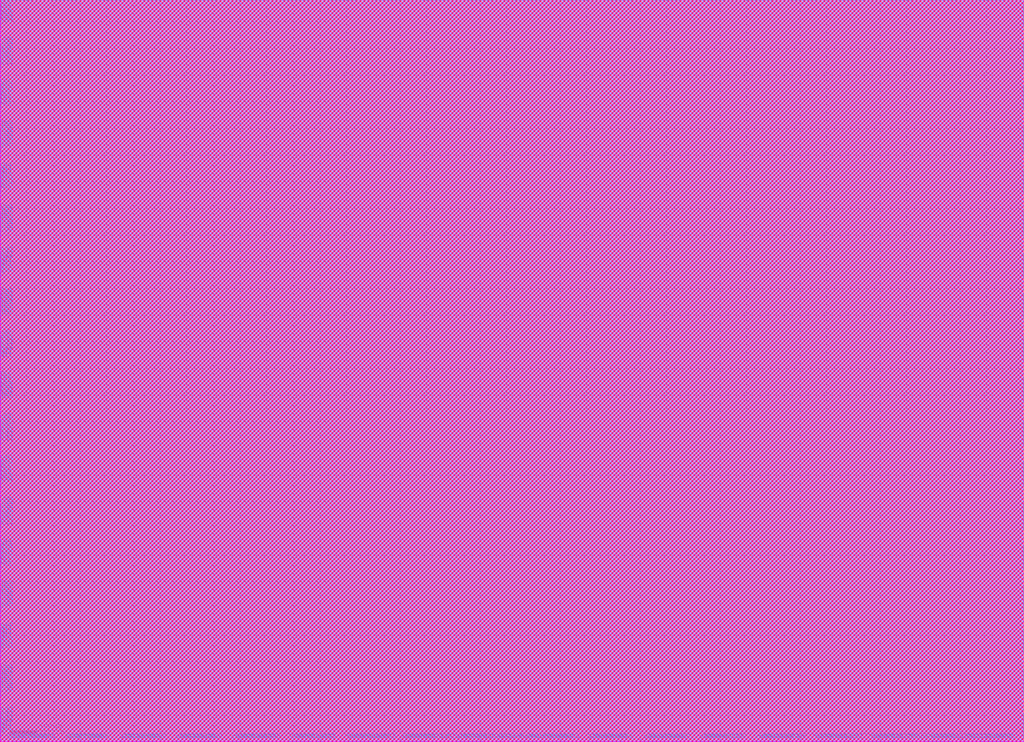
<source format=lef>
# 
#              Synchronous High Speed Single Port SRAM Compiler 
# 
#                    UMC 0.18um GenericII Logic Process
#    __________________________________________________________________________
# 
# 
#      (C) Copyright 2002-2009 Faraday Technology Corp. All Rights Reserved.
#    
#    This source code is an unpublished work belongs to Faraday Technology
#    Corp.  It is considered a trade secret and is not to be divulged or
#    used by parties who have not received written authorization from
#    Faraday Technology Corp.
#    
#    Faraday's home page can be found at:
#    http://www.faraday-tech.com/
#   
#       Module Name      : SRAM
#       Words            : 16384
#       Bits             : 8
#       Byte-Write       : 4
#       Aspect Ratio     : 4
#       Output Loading   : 0.5  (pf)
#       Data Slew        : 1.0  (ns)
#       CK Slew          : 1.0  (ns)
#       Power Ring Width : 2  (um)
# 
# -----------------------------------------------------------------------------
# 
#       Library          : FSA0M_A
#       Memaker          : 200901.2.1
#       Date             : 2018/08/22 17:16:54
# 
# -----------------------------------------------------------------------------


NAMESCASESENSITIVE ON ;
MACRO SRAM
CLASS BLOCK ;
FOREIGN SRAM 0.000 0.000 ;
ORIGIN 0.000 0.000 ;
SIZE 1920.140 BY 1391.600 ;
SYMMETRY x y r90 ;
SITE core ;
PIN VCC
  DIRECTION INOUT ;
  USE POWER ;
  SHAPE ABUTMENT ;
 PORT
  LAYER ME4 ;
  RECT 1919.020 1380.180 1920.140 1383.420 ;
  LAYER ME3 ;
  RECT 1919.020 1380.180 1920.140 1383.420 ;
  LAYER ME2 ;
  RECT 1919.020 1380.180 1920.140 1383.420 ;
  LAYER ME1 ;
  RECT 1919.020 1380.180 1920.140 1383.420 ;
 END
 PORT
  LAYER ME4 ;
  RECT 1919.020 1372.340 1920.140 1375.580 ;
  LAYER ME3 ;
  RECT 1919.020 1372.340 1920.140 1375.580 ;
  LAYER ME2 ;
  RECT 1919.020 1372.340 1920.140 1375.580 ;
  LAYER ME1 ;
  RECT 1919.020 1372.340 1920.140 1375.580 ;
 END
 PORT
  LAYER ME4 ;
  RECT 1919.020 1364.500 1920.140 1367.740 ;
  LAYER ME3 ;
  RECT 1919.020 1364.500 1920.140 1367.740 ;
  LAYER ME2 ;
  RECT 1919.020 1364.500 1920.140 1367.740 ;
  LAYER ME1 ;
  RECT 1919.020 1364.500 1920.140 1367.740 ;
 END
 PORT
  LAYER ME4 ;
  RECT 1919.020 1356.660 1920.140 1359.900 ;
  LAYER ME3 ;
  RECT 1919.020 1356.660 1920.140 1359.900 ;
  LAYER ME2 ;
  RECT 1919.020 1356.660 1920.140 1359.900 ;
  LAYER ME1 ;
  RECT 1919.020 1356.660 1920.140 1359.900 ;
 END
 PORT
  LAYER ME4 ;
  RECT 1919.020 1348.820 1920.140 1352.060 ;
  LAYER ME3 ;
  RECT 1919.020 1348.820 1920.140 1352.060 ;
  LAYER ME2 ;
  RECT 1919.020 1348.820 1920.140 1352.060 ;
  LAYER ME1 ;
  RECT 1919.020 1348.820 1920.140 1352.060 ;
 END
 PORT
  LAYER ME4 ;
  RECT 1919.020 1340.980 1920.140 1344.220 ;
  LAYER ME3 ;
  RECT 1919.020 1340.980 1920.140 1344.220 ;
  LAYER ME2 ;
  RECT 1919.020 1340.980 1920.140 1344.220 ;
  LAYER ME1 ;
  RECT 1919.020 1340.980 1920.140 1344.220 ;
 END
 PORT
  LAYER ME4 ;
  RECT 1919.020 1301.780 1920.140 1305.020 ;
  LAYER ME3 ;
  RECT 1919.020 1301.780 1920.140 1305.020 ;
  LAYER ME2 ;
  RECT 1919.020 1301.780 1920.140 1305.020 ;
  LAYER ME1 ;
  RECT 1919.020 1301.780 1920.140 1305.020 ;
 END
 PORT
  LAYER ME4 ;
  RECT 1919.020 1293.940 1920.140 1297.180 ;
  LAYER ME3 ;
  RECT 1919.020 1293.940 1920.140 1297.180 ;
  LAYER ME2 ;
  RECT 1919.020 1293.940 1920.140 1297.180 ;
  LAYER ME1 ;
  RECT 1919.020 1293.940 1920.140 1297.180 ;
 END
 PORT
  LAYER ME4 ;
  RECT 1919.020 1286.100 1920.140 1289.340 ;
  LAYER ME3 ;
  RECT 1919.020 1286.100 1920.140 1289.340 ;
  LAYER ME2 ;
  RECT 1919.020 1286.100 1920.140 1289.340 ;
  LAYER ME1 ;
  RECT 1919.020 1286.100 1920.140 1289.340 ;
 END
 PORT
  LAYER ME4 ;
  RECT 1919.020 1278.260 1920.140 1281.500 ;
  LAYER ME3 ;
  RECT 1919.020 1278.260 1920.140 1281.500 ;
  LAYER ME2 ;
  RECT 1919.020 1278.260 1920.140 1281.500 ;
  LAYER ME1 ;
  RECT 1919.020 1278.260 1920.140 1281.500 ;
 END
 PORT
  LAYER ME4 ;
  RECT 1919.020 1270.420 1920.140 1273.660 ;
  LAYER ME3 ;
  RECT 1919.020 1270.420 1920.140 1273.660 ;
  LAYER ME2 ;
  RECT 1919.020 1270.420 1920.140 1273.660 ;
  LAYER ME1 ;
  RECT 1919.020 1270.420 1920.140 1273.660 ;
 END
 PORT
  LAYER ME4 ;
  RECT 1919.020 1262.580 1920.140 1265.820 ;
  LAYER ME3 ;
  RECT 1919.020 1262.580 1920.140 1265.820 ;
  LAYER ME2 ;
  RECT 1919.020 1262.580 1920.140 1265.820 ;
  LAYER ME1 ;
  RECT 1919.020 1262.580 1920.140 1265.820 ;
 END
 PORT
  LAYER ME4 ;
  RECT 1919.020 1223.380 1920.140 1226.620 ;
  LAYER ME3 ;
  RECT 1919.020 1223.380 1920.140 1226.620 ;
  LAYER ME2 ;
  RECT 1919.020 1223.380 1920.140 1226.620 ;
  LAYER ME1 ;
  RECT 1919.020 1223.380 1920.140 1226.620 ;
 END
 PORT
  LAYER ME4 ;
  RECT 1919.020 1215.540 1920.140 1218.780 ;
  LAYER ME3 ;
  RECT 1919.020 1215.540 1920.140 1218.780 ;
  LAYER ME2 ;
  RECT 1919.020 1215.540 1920.140 1218.780 ;
  LAYER ME1 ;
  RECT 1919.020 1215.540 1920.140 1218.780 ;
 END
 PORT
  LAYER ME4 ;
  RECT 1919.020 1207.700 1920.140 1210.940 ;
  LAYER ME3 ;
  RECT 1919.020 1207.700 1920.140 1210.940 ;
  LAYER ME2 ;
  RECT 1919.020 1207.700 1920.140 1210.940 ;
  LAYER ME1 ;
  RECT 1919.020 1207.700 1920.140 1210.940 ;
 END
 PORT
  LAYER ME4 ;
  RECT 1919.020 1199.860 1920.140 1203.100 ;
  LAYER ME3 ;
  RECT 1919.020 1199.860 1920.140 1203.100 ;
  LAYER ME2 ;
  RECT 1919.020 1199.860 1920.140 1203.100 ;
  LAYER ME1 ;
  RECT 1919.020 1199.860 1920.140 1203.100 ;
 END
 PORT
  LAYER ME4 ;
  RECT 1919.020 1192.020 1920.140 1195.260 ;
  LAYER ME3 ;
  RECT 1919.020 1192.020 1920.140 1195.260 ;
  LAYER ME2 ;
  RECT 1919.020 1192.020 1920.140 1195.260 ;
  LAYER ME1 ;
  RECT 1919.020 1192.020 1920.140 1195.260 ;
 END
 PORT
  LAYER ME4 ;
  RECT 1919.020 1184.180 1920.140 1187.420 ;
  LAYER ME3 ;
  RECT 1919.020 1184.180 1920.140 1187.420 ;
  LAYER ME2 ;
  RECT 1919.020 1184.180 1920.140 1187.420 ;
  LAYER ME1 ;
  RECT 1919.020 1184.180 1920.140 1187.420 ;
 END
 PORT
  LAYER ME4 ;
  RECT 1919.020 1144.980 1920.140 1148.220 ;
  LAYER ME3 ;
  RECT 1919.020 1144.980 1920.140 1148.220 ;
  LAYER ME2 ;
  RECT 1919.020 1144.980 1920.140 1148.220 ;
  LAYER ME1 ;
  RECT 1919.020 1144.980 1920.140 1148.220 ;
 END
 PORT
  LAYER ME4 ;
  RECT 1919.020 1137.140 1920.140 1140.380 ;
  LAYER ME3 ;
  RECT 1919.020 1137.140 1920.140 1140.380 ;
  LAYER ME2 ;
  RECT 1919.020 1137.140 1920.140 1140.380 ;
  LAYER ME1 ;
  RECT 1919.020 1137.140 1920.140 1140.380 ;
 END
 PORT
  LAYER ME4 ;
  RECT 1919.020 1129.300 1920.140 1132.540 ;
  LAYER ME3 ;
  RECT 1919.020 1129.300 1920.140 1132.540 ;
  LAYER ME2 ;
  RECT 1919.020 1129.300 1920.140 1132.540 ;
  LAYER ME1 ;
  RECT 1919.020 1129.300 1920.140 1132.540 ;
 END
 PORT
  LAYER ME4 ;
  RECT 1919.020 1121.460 1920.140 1124.700 ;
  LAYER ME3 ;
  RECT 1919.020 1121.460 1920.140 1124.700 ;
  LAYER ME2 ;
  RECT 1919.020 1121.460 1920.140 1124.700 ;
  LAYER ME1 ;
  RECT 1919.020 1121.460 1920.140 1124.700 ;
 END
 PORT
  LAYER ME4 ;
  RECT 1919.020 1113.620 1920.140 1116.860 ;
  LAYER ME3 ;
  RECT 1919.020 1113.620 1920.140 1116.860 ;
  LAYER ME2 ;
  RECT 1919.020 1113.620 1920.140 1116.860 ;
  LAYER ME1 ;
  RECT 1919.020 1113.620 1920.140 1116.860 ;
 END
 PORT
  LAYER ME4 ;
  RECT 1919.020 1105.780 1920.140 1109.020 ;
  LAYER ME3 ;
  RECT 1919.020 1105.780 1920.140 1109.020 ;
  LAYER ME2 ;
  RECT 1919.020 1105.780 1920.140 1109.020 ;
  LAYER ME1 ;
  RECT 1919.020 1105.780 1920.140 1109.020 ;
 END
 PORT
  LAYER ME4 ;
  RECT 1919.020 1066.580 1920.140 1069.820 ;
  LAYER ME3 ;
  RECT 1919.020 1066.580 1920.140 1069.820 ;
  LAYER ME2 ;
  RECT 1919.020 1066.580 1920.140 1069.820 ;
  LAYER ME1 ;
  RECT 1919.020 1066.580 1920.140 1069.820 ;
 END
 PORT
  LAYER ME4 ;
  RECT 1919.020 1058.740 1920.140 1061.980 ;
  LAYER ME3 ;
  RECT 1919.020 1058.740 1920.140 1061.980 ;
  LAYER ME2 ;
  RECT 1919.020 1058.740 1920.140 1061.980 ;
  LAYER ME1 ;
  RECT 1919.020 1058.740 1920.140 1061.980 ;
 END
 PORT
  LAYER ME4 ;
  RECT 1919.020 1050.900 1920.140 1054.140 ;
  LAYER ME3 ;
  RECT 1919.020 1050.900 1920.140 1054.140 ;
  LAYER ME2 ;
  RECT 1919.020 1050.900 1920.140 1054.140 ;
  LAYER ME1 ;
  RECT 1919.020 1050.900 1920.140 1054.140 ;
 END
 PORT
  LAYER ME4 ;
  RECT 1919.020 1043.060 1920.140 1046.300 ;
  LAYER ME3 ;
  RECT 1919.020 1043.060 1920.140 1046.300 ;
  LAYER ME2 ;
  RECT 1919.020 1043.060 1920.140 1046.300 ;
  LAYER ME1 ;
  RECT 1919.020 1043.060 1920.140 1046.300 ;
 END
 PORT
  LAYER ME4 ;
  RECT 1919.020 1035.220 1920.140 1038.460 ;
  LAYER ME3 ;
  RECT 1919.020 1035.220 1920.140 1038.460 ;
  LAYER ME2 ;
  RECT 1919.020 1035.220 1920.140 1038.460 ;
  LAYER ME1 ;
  RECT 1919.020 1035.220 1920.140 1038.460 ;
 END
 PORT
  LAYER ME4 ;
  RECT 1919.020 1027.380 1920.140 1030.620 ;
  LAYER ME3 ;
  RECT 1919.020 1027.380 1920.140 1030.620 ;
  LAYER ME2 ;
  RECT 1919.020 1027.380 1920.140 1030.620 ;
  LAYER ME1 ;
  RECT 1919.020 1027.380 1920.140 1030.620 ;
 END
 PORT
  LAYER ME4 ;
  RECT 1919.020 988.180 1920.140 991.420 ;
  LAYER ME3 ;
  RECT 1919.020 988.180 1920.140 991.420 ;
  LAYER ME2 ;
  RECT 1919.020 988.180 1920.140 991.420 ;
  LAYER ME1 ;
  RECT 1919.020 988.180 1920.140 991.420 ;
 END
 PORT
  LAYER ME4 ;
  RECT 1919.020 980.340 1920.140 983.580 ;
  LAYER ME3 ;
  RECT 1919.020 980.340 1920.140 983.580 ;
  LAYER ME2 ;
  RECT 1919.020 980.340 1920.140 983.580 ;
  LAYER ME1 ;
  RECT 1919.020 980.340 1920.140 983.580 ;
 END
 PORT
  LAYER ME4 ;
  RECT 1919.020 972.500 1920.140 975.740 ;
  LAYER ME3 ;
  RECT 1919.020 972.500 1920.140 975.740 ;
  LAYER ME2 ;
  RECT 1919.020 972.500 1920.140 975.740 ;
  LAYER ME1 ;
  RECT 1919.020 972.500 1920.140 975.740 ;
 END
 PORT
  LAYER ME4 ;
  RECT 1919.020 964.660 1920.140 967.900 ;
  LAYER ME3 ;
  RECT 1919.020 964.660 1920.140 967.900 ;
  LAYER ME2 ;
  RECT 1919.020 964.660 1920.140 967.900 ;
  LAYER ME1 ;
  RECT 1919.020 964.660 1920.140 967.900 ;
 END
 PORT
  LAYER ME4 ;
  RECT 1919.020 956.820 1920.140 960.060 ;
  LAYER ME3 ;
  RECT 1919.020 956.820 1920.140 960.060 ;
  LAYER ME2 ;
  RECT 1919.020 956.820 1920.140 960.060 ;
  LAYER ME1 ;
  RECT 1919.020 956.820 1920.140 960.060 ;
 END
 PORT
  LAYER ME4 ;
  RECT 1919.020 948.980 1920.140 952.220 ;
  LAYER ME3 ;
  RECT 1919.020 948.980 1920.140 952.220 ;
  LAYER ME2 ;
  RECT 1919.020 948.980 1920.140 952.220 ;
  LAYER ME1 ;
  RECT 1919.020 948.980 1920.140 952.220 ;
 END
 PORT
  LAYER ME4 ;
  RECT 1919.020 909.780 1920.140 913.020 ;
  LAYER ME3 ;
  RECT 1919.020 909.780 1920.140 913.020 ;
  LAYER ME2 ;
  RECT 1919.020 909.780 1920.140 913.020 ;
  LAYER ME1 ;
  RECT 1919.020 909.780 1920.140 913.020 ;
 END
 PORT
  LAYER ME4 ;
  RECT 1919.020 901.940 1920.140 905.180 ;
  LAYER ME3 ;
  RECT 1919.020 901.940 1920.140 905.180 ;
  LAYER ME2 ;
  RECT 1919.020 901.940 1920.140 905.180 ;
  LAYER ME1 ;
  RECT 1919.020 901.940 1920.140 905.180 ;
 END
 PORT
  LAYER ME4 ;
  RECT 1919.020 894.100 1920.140 897.340 ;
  LAYER ME3 ;
  RECT 1919.020 894.100 1920.140 897.340 ;
  LAYER ME2 ;
  RECT 1919.020 894.100 1920.140 897.340 ;
  LAYER ME1 ;
  RECT 1919.020 894.100 1920.140 897.340 ;
 END
 PORT
  LAYER ME4 ;
  RECT 1919.020 886.260 1920.140 889.500 ;
  LAYER ME3 ;
  RECT 1919.020 886.260 1920.140 889.500 ;
  LAYER ME2 ;
  RECT 1919.020 886.260 1920.140 889.500 ;
  LAYER ME1 ;
  RECT 1919.020 886.260 1920.140 889.500 ;
 END
 PORT
  LAYER ME4 ;
  RECT 1919.020 878.420 1920.140 881.660 ;
  LAYER ME3 ;
  RECT 1919.020 878.420 1920.140 881.660 ;
  LAYER ME2 ;
  RECT 1919.020 878.420 1920.140 881.660 ;
  LAYER ME1 ;
  RECT 1919.020 878.420 1920.140 881.660 ;
 END
 PORT
  LAYER ME4 ;
  RECT 1919.020 870.580 1920.140 873.820 ;
  LAYER ME3 ;
  RECT 1919.020 870.580 1920.140 873.820 ;
  LAYER ME2 ;
  RECT 1919.020 870.580 1920.140 873.820 ;
  LAYER ME1 ;
  RECT 1919.020 870.580 1920.140 873.820 ;
 END
 PORT
  LAYER ME4 ;
  RECT 1919.020 831.380 1920.140 834.620 ;
  LAYER ME3 ;
  RECT 1919.020 831.380 1920.140 834.620 ;
  LAYER ME2 ;
  RECT 1919.020 831.380 1920.140 834.620 ;
  LAYER ME1 ;
  RECT 1919.020 831.380 1920.140 834.620 ;
 END
 PORT
  LAYER ME4 ;
  RECT 1919.020 823.540 1920.140 826.780 ;
  LAYER ME3 ;
  RECT 1919.020 823.540 1920.140 826.780 ;
  LAYER ME2 ;
  RECT 1919.020 823.540 1920.140 826.780 ;
  LAYER ME1 ;
  RECT 1919.020 823.540 1920.140 826.780 ;
 END
 PORT
  LAYER ME4 ;
  RECT 1919.020 815.700 1920.140 818.940 ;
  LAYER ME3 ;
  RECT 1919.020 815.700 1920.140 818.940 ;
  LAYER ME2 ;
  RECT 1919.020 815.700 1920.140 818.940 ;
  LAYER ME1 ;
  RECT 1919.020 815.700 1920.140 818.940 ;
 END
 PORT
  LAYER ME4 ;
  RECT 1919.020 807.860 1920.140 811.100 ;
  LAYER ME3 ;
  RECT 1919.020 807.860 1920.140 811.100 ;
  LAYER ME2 ;
  RECT 1919.020 807.860 1920.140 811.100 ;
  LAYER ME1 ;
  RECT 1919.020 807.860 1920.140 811.100 ;
 END
 PORT
  LAYER ME4 ;
  RECT 1919.020 800.020 1920.140 803.260 ;
  LAYER ME3 ;
  RECT 1919.020 800.020 1920.140 803.260 ;
  LAYER ME2 ;
  RECT 1919.020 800.020 1920.140 803.260 ;
  LAYER ME1 ;
  RECT 1919.020 800.020 1920.140 803.260 ;
 END
 PORT
  LAYER ME4 ;
  RECT 1919.020 792.180 1920.140 795.420 ;
  LAYER ME3 ;
  RECT 1919.020 792.180 1920.140 795.420 ;
  LAYER ME2 ;
  RECT 1919.020 792.180 1920.140 795.420 ;
  LAYER ME1 ;
  RECT 1919.020 792.180 1920.140 795.420 ;
 END
 PORT
  LAYER ME4 ;
  RECT 1919.020 752.980 1920.140 756.220 ;
  LAYER ME3 ;
  RECT 1919.020 752.980 1920.140 756.220 ;
  LAYER ME2 ;
  RECT 1919.020 752.980 1920.140 756.220 ;
  LAYER ME1 ;
  RECT 1919.020 752.980 1920.140 756.220 ;
 END
 PORT
  LAYER ME4 ;
  RECT 1919.020 745.140 1920.140 748.380 ;
  LAYER ME3 ;
  RECT 1919.020 745.140 1920.140 748.380 ;
  LAYER ME2 ;
  RECT 1919.020 745.140 1920.140 748.380 ;
  LAYER ME1 ;
  RECT 1919.020 745.140 1920.140 748.380 ;
 END
 PORT
  LAYER ME4 ;
  RECT 1919.020 737.300 1920.140 740.540 ;
  LAYER ME3 ;
  RECT 1919.020 737.300 1920.140 740.540 ;
  LAYER ME2 ;
  RECT 1919.020 737.300 1920.140 740.540 ;
  LAYER ME1 ;
  RECT 1919.020 737.300 1920.140 740.540 ;
 END
 PORT
  LAYER ME4 ;
  RECT 1919.020 729.460 1920.140 732.700 ;
  LAYER ME3 ;
  RECT 1919.020 729.460 1920.140 732.700 ;
  LAYER ME2 ;
  RECT 1919.020 729.460 1920.140 732.700 ;
  LAYER ME1 ;
  RECT 1919.020 729.460 1920.140 732.700 ;
 END
 PORT
  LAYER ME4 ;
  RECT 1919.020 721.620 1920.140 724.860 ;
  LAYER ME3 ;
  RECT 1919.020 721.620 1920.140 724.860 ;
  LAYER ME2 ;
  RECT 1919.020 721.620 1920.140 724.860 ;
  LAYER ME1 ;
  RECT 1919.020 721.620 1920.140 724.860 ;
 END
 PORT
  LAYER ME4 ;
  RECT 1919.020 713.780 1920.140 717.020 ;
  LAYER ME3 ;
  RECT 1919.020 713.780 1920.140 717.020 ;
  LAYER ME2 ;
  RECT 1919.020 713.780 1920.140 717.020 ;
  LAYER ME1 ;
  RECT 1919.020 713.780 1920.140 717.020 ;
 END
 PORT
  LAYER ME4 ;
  RECT 1919.020 674.580 1920.140 677.820 ;
  LAYER ME3 ;
  RECT 1919.020 674.580 1920.140 677.820 ;
  LAYER ME2 ;
  RECT 1919.020 674.580 1920.140 677.820 ;
  LAYER ME1 ;
  RECT 1919.020 674.580 1920.140 677.820 ;
 END
 PORT
  LAYER ME4 ;
  RECT 1919.020 666.740 1920.140 669.980 ;
  LAYER ME3 ;
  RECT 1919.020 666.740 1920.140 669.980 ;
  LAYER ME2 ;
  RECT 1919.020 666.740 1920.140 669.980 ;
  LAYER ME1 ;
  RECT 1919.020 666.740 1920.140 669.980 ;
 END
 PORT
  LAYER ME4 ;
  RECT 1919.020 658.900 1920.140 662.140 ;
  LAYER ME3 ;
  RECT 1919.020 658.900 1920.140 662.140 ;
  LAYER ME2 ;
  RECT 1919.020 658.900 1920.140 662.140 ;
  LAYER ME1 ;
  RECT 1919.020 658.900 1920.140 662.140 ;
 END
 PORT
  LAYER ME4 ;
  RECT 1919.020 651.060 1920.140 654.300 ;
  LAYER ME3 ;
  RECT 1919.020 651.060 1920.140 654.300 ;
  LAYER ME2 ;
  RECT 1919.020 651.060 1920.140 654.300 ;
  LAYER ME1 ;
  RECT 1919.020 651.060 1920.140 654.300 ;
 END
 PORT
  LAYER ME4 ;
  RECT 1919.020 643.220 1920.140 646.460 ;
  LAYER ME3 ;
  RECT 1919.020 643.220 1920.140 646.460 ;
  LAYER ME2 ;
  RECT 1919.020 643.220 1920.140 646.460 ;
  LAYER ME1 ;
  RECT 1919.020 643.220 1920.140 646.460 ;
 END
 PORT
  LAYER ME4 ;
  RECT 1919.020 635.380 1920.140 638.620 ;
  LAYER ME3 ;
  RECT 1919.020 635.380 1920.140 638.620 ;
  LAYER ME2 ;
  RECT 1919.020 635.380 1920.140 638.620 ;
  LAYER ME1 ;
  RECT 1919.020 635.380 1920.140 638.620 ;
 END
 PORT
  LAYER ME4 ;
  RECT 1919.020 596.180 1920.140 599.420 ;
  LAYER ME3 ;
  RECT 1919.020 596.180 1920.140 599.420 ;
  LAYER ME2 ;
  RECT 1919.020 596.180 1920.140 599.420 ;
  LAYER ME1 ;
  RECT 1919.020 596.180 1920.140 599.420 ;
 END
 PORT
  LAYER ME4 ;
  RECT 1919.020 588.340 1920.140 591.580 ;
  LAYER ME3 ;
  RECT 1919.020 588.340 1920.140 591.580 ;
  LAYER ME2 ;
  RECT 1919.020 588.340 1920.140 591.580 ;
  LAYER ME1 ;
  RECT 1919.020 588.340 1920.140 591.580 ;
 END
 PORT
  LAYER ME4 ;
  RECT 1919.020 580.500 1920.140 583.740 ;
  LAYER ME3 ;
  RECT 1919.020 580.500 1920.140 583.740 ;
  LAYER ME2 ;
  RECT 1919.020 580.500 1920.140 583.740 ;
  LAYER ME1 ;
  RECT 1919.020 580.500 1920.140 583.740 ;
 END
 PORT
  LAYER ME4 ;
  RECT 1919.020 572.660 1920.140 575.900 ;
  LAYER ME3 ;
  RECT 1919.020 572.660 1920.140 575.900 ;
  LAYER ME2 ;
  RECT 1919.020 572.660 1920.140 575.900 ;
  LAYER ME1 ;
  RECT 1919.020 572.660 1920.140 575.900 ;
 END
 PORT
  LAYER ME4 ;
  RECT 1919.020 564.820 1920.140 568.060 ;
  LAYER ME3 ;
  RECT 1919.020 564.820 1920.140 568.060 ;
  LAYER ME2 ;
  RECT 1919.020 564.820 1920.140 568.060 ;
  LAYER ME1 ;
  RECT 1919.020 564.820 1920.140 568.060 ;
 END
 PORT
  LAYER ME4 ;
  RECT 1919.020 556.980 1920.140 560.220 ;
  LAYER ME3 ;
  RECT 1919.020 556.980 1920.140 560.220 ;
  LAYER ME2 ;
  RECT 1919.020 556.980 1920.140 560.220 ;
  LAYER ME1 ;
  RECT 1919.020 556.980 1920.140 560.220 ;
 END
 PORT
  LAYER ME4 ;
  RECT 1919.020 517.780 1920.140 521.020 ;
  LAYER ME3 ;
  RECT 1919.020 517.780 1920.140 521.020 ;
  LAYER ME2 ;
  RECT 1919.020 517.780 1920.140 521.020 ;
  LAYER ME1 ;
  RECT 1919.020 517.780 1920.140 521.020 ;
 END
 PORT
  LAYER ME4 ;
  RECT 1919.020 509.940 1920.140 513.180 ;
  LAYER ME3 ;
  RECT 1919.020 509.940 1920.140 513.180 ;
  LAYER ME2 ;
  RECT 1919.020 509.940 1920.140 513.180 ;
  LAYER ME1 ;
  RECT 1919.020 509.940 1920.140 513.180 ;
 END
 PORT
  LAYER ME4 ;
  RECT 1919.020 502.100 1920.140 505.340 ;
  LAYER ME3 ;
  RECT 1919.020 502.100 1920.140 505.340 ;
  LAYER ME2 ;
  RECT 1919.020 502.100 1920.140 505.340 ;
  LAYER ME1 ;
  RECT 1919.020 502.100 1920.140 505.340 ;
 END
 PORT
  LAYER ME4 ;
  RECT 1919.020 494.260 1920.140 497.500 ;
  LAYER ME3 ;
  RECT 1919.020 494.260 1920.140 497.500 ;
  LAYER ME2 ;
  RECT 1919.020 494.260 1920.140 497.500 ;
  LAYER ME1 ;
  RECT 1919.020 494.260 1920.140 497.500 ;
 END
 PORT
  LAYER ME4 ;
  RECT 1919.020 486.420 1920.140 489.660 ;
  LAYER ME3 ;
  RECT 1919.020 486.420 1920.140 489.660 ;
  LAYER ME2 ;
  RECT 1919.020 486.420 1920.140 489.660 ;
  LAYER ME1 ;
  RECT 1919.020 486.420 1920.140 489.660 ;
 END
 PORT
  LAYER ME4 ;
  RECT 1919.020 478.580 1920.140 481.820 ;
  LAYER ME3 ;
  RECT 1919.020 478.580 1920.140 481.820 ;
  LAYER ME2 ;
  RECT 1919.020 478.580 1920.140 481.820 ;
  LAYER ME1 ;
  RECT 1919.020 478.580 1920.140 481.820 ;
 END
 PORT
  LAYER ME4 ;
  RECT 1919.020 439.380 1920.140 442.620 ;
  LAYER ME3 ;
  RECT 1919.020 439.380 1920.140 442.620 ;
  LAYER ME2 ;
  RECT 1919.020 439.380 1920.140 442.620 ;
  LAYER ME1 ;
  RECT 1919.020 439.380 1920.140 442.620 ;
 END
 PORT
  LAYER ME4 ;
  RECT 1919.020 431.540 1920.140 434.780 ;
  LAYER ME3 ;
  RECT 1919.020 431.540 1920.140 434.780 ;
  LAYER ME2 ;
  RECT 1919.020 431.540 1920.140 434.780 ;
  LAYER ME1 ;
  RECT 1919.020 431.540 1920.140 434.780 ;
 END
 PORT
  LAYER ME4 ;
  RECT 1919.020 423.700 1920.140 426.940 ;
  LAYER ME3 ;
  RECT 1919.020 423.700 1920.140 426.940 ;
  LAYER ME2 ;
  RECT 1919.020 423.700 1920.140 426.940 ;
  LAYER ME1 ;
  RECT 1919.020 423.700 1920.140 426.940 ;
 END
 PORT
  LAYER ME4 ;
  RECT 1919.020 415.860 1920.140 419.100 ;
  LAYER ME3 ;
  RECT 1919.020 415.860 1920.140 419.100 ;
  LAYER ME2 ;
  RECT 1919.020 415.860 1920.140 419.100 ;
  LAYER ME1 ;
  RECT 1919.020 415.860 1920.140 419.100 ;
 END
 PORT
  LAYER ME4 ;
  RECT 1919.020 408.020 1920.140 411.260 ;
  LAYER ME3 ;
  RECT 1919.020 408.020 1920.140 411.260 ;
  LAYER ME2 ;
  RECT 1919.020 408.020 1920.140 411.260 ;
  LAYER ME1 ;
  RECT 1919.020 408.020 1920.140 411.260 ;
 END
 PORT
  LAYER ME4 ;
  RECT 1919.020 400.180 1920.140 403.420 ;
  LAYER ME3 ;
  RECT 1919.020 400.180 1920.140 403.420 ;
  LAYER ME2 ;
  RECT 1919.020 400.180 1920.140 403.420 ;
  LAYER ME1 ;
  RECT 1919.020 400.180 1920.140 403.420 ;
 END
 PORT
  LAYER ME4 ;
  RECT 1919.020 360.980 1920.140 364.220 ;
  LAYER ME3 ;
  RECT 1919.020 360.980 1920.140 364.220 ;
  LAYER ME2 ;
  RECT 1919.020 360.980 1920.140 364.220 ;
  LAYER ME1 ;
  RECT 1919.020 360.980 1920.140 364.220 ;
 END
 PORT
  LAYER ME4 ;
  RECT 1919.020 353.140 1920.140 356.380 ;
  LAYER ME3 ;
  RECT 1919.020 353.140 1920.140 356.380 ;
  LAYER ME2 ;
  RECT 1919.020 353.140 1920.140 356.380 ;
  LAYER ME1 ;
  RECT 1919.020 353.140 1920.140 356.380 ;
 END
 PORT
  LAYER ME4 ;
  RECT 1919.020 345.300 1920.140 348.540 ;
  LAYER ME3 ;
  RECT 1919.020 345.300 1920.140 348.540 ;
  LAYER ME2 ;
  RECT 1919.020 345.300 1920.140 348.540 ;
  LAYER ME1 ;
  RECT 1919.020 345.300 1920.140 348.540 ;
 END
 PORT
  LAYER ME4 ;
  RECT 1919.020 337.460 1920.140 340.700 ;
  LAYER ME3 ;
  RECT 1919.020 337.460 1920.140 340.700 ;
  LAYER ME2 ;
  RECT 1919.020 337.460 1920.140 340.700 ;
  LAYER ME1 ;
  RECT 1919.020 337.460 1920.140 340.700 ;
 END
 PORT
  LAYER ME4 ;
  RECT 1919.020 329.620 1920.140 332.860 ;
  LAYER ME3 ;
  RECT 1919.020 329.620 1920.140 332.860 ;
  LAYER ME2 ;
  RECT 1919.020 329.620 1920.140 332.860 ;
  LAYER ME1 ;
  RECT 1919.020 329.620 1920.140 332.860 ;
 END
 PORT
  LAYER ME4 ;
  RECT 1919.020 321.780 1920.140 325.020 ;
  LAYER ME3 ;
  RECT 1919.020 321.780 1920.140 325.020 ;
  LAYER ME2 ;
  RECT 1919.020 321.780 1920.140 325.020 ;
  LAYER ME1 ;
  RECT 1919.020 321.780 1920.140 325.020 ;
 END
 PORT
  LAYER ME4 ;
  RECT 1919.020 282.580 1920.140 285.820 ;
  LAYER ME3 ;
  RECT 1919.020 282.580 1920.140 285.820 ;
  LAYER ME2 ;
  RECT 1919.020 282.580 1920.140 285.820 ;
  LAYER ME1 ;
  RECT 1919.020 282.580 1920.140 285.820 ;
 END
 PORT
  LAYER ME4 ;
  RECT 1919.020 274.740 1920.140 277.980 ;
  LAYER ME3 ;
  RECT 1919.020 274.740 1920.140 277.980 ;
  LAYER ME2 ;
  RECT 1919.020 274.740 1920.140 277.980 ;
  LAYER ME1 ;
  RECT 1919.020 274.740 1920.140 277.980 ;
 END
 PORT
  LAYER ME4 ;
  RECT 1919.020 266.900 1920.140 270.140 ;
  LAYER ME3 ;
  RECT 1919.020 266.900 1920.140 270.140 ;
  LAYER ME2 ;
  RECT 1919.020 266.900 1920.140 270.140 ;
  LAYER ME1 ;
  RECT 1919.020 266.900 1920.140 270.140 ;
 END
 PORT
  LAYER ME4 ;
  RECT 1919.020 259.060 1920.140 262.300 ;
  LAYER ME3 ;
  RECT 1919.020 259.060 1920.140 262.300 ;
  LAYER ME2 ;
  RECT 1919.020 259.060 1920.140 262.300 ;
  LAYER ME1 ;
  RECT 1919.020 259.060 1920.140 262.300 ;
 END
 PORT
  LAYER ME4 ;
  RECT 1919.020 251.220 1920.140 254.460 ;
  LAYER ME3 ;
  RECT 1919.020 251.220 1920.140 254.460 ;
  LAYER ME2 ;
  RECT 1919.020 251.220 1920.140 254.460 ;
  LAYER ME1 ;
  RECT 1919.020 251.220 1920.140 254.460 ;
 END
 PORT
  LAYER ME4 ;
  RECT 1919.020 243.380 1920.140 246.620 ;
  LAYER ME3 ;
  RECT 1919.020 243.380 1920.140 246.620 ;
  LAYER ME2 ;
  RECT 1919.020 243.380 1920.140 246.620 ;
  LAYER ME1 ;
  RECT 1919.020 243.380 1920.140 246.620 ;
 END
 PORT
  LAYER ME4 ;
  RECT 1919.020 204.180 1920.140 207.420 ;
  LAYER ME3 ;
  RECT 1919.020 204.180 1920.140 207.420 ;
  LAYER ME2 ;
  RECT 1919.020 204.180 1920.140 207.420 ;
  LAYER ME1 ;
  RECT 1919.020 204.180 1920.140 207.420 ;
 END
 PORT
  LAYER ME4 ;
  RECT 1919.020 196.340 1920.140 199.580 ;
  LAYER ME3 ;
  RECT 1919.020 196.340 1920.140 199.580 ;
  LAYER ME2 ;
  RECT 1919.020 196.340 1920.140 199.580 ;
  LAYER ME1 ;
  RECT 1919.020 196.340 1920.140 199.580 ;
 END
 PORT
  LAYER ME4 ;
  RECT 1919.020 188.500 1920.140 191.740 ;
  LAYER ME3 ;
  RECT 1919.020 188.500 1920.140 191.740 ;
  LAYER ME2 ;
  RECT 1919.020 188.500 1920.140 191.740 ;
  LAYER ME1 ;
  RECT 1919.020 188.500 1920.140 191.740 ;
 END
 PORT
  LAYER ME4 ;
  RECT 1919.020 180.660 1920.140 183.900 ;
  LAYER ME3 ;
  RECT 1919.020 180.660 1920.140 183.900 ;
  LAYER ME2 ;
  RECT 1919.020 180.660 1920.140 183.900 ;
  LAYER ME1 ;
  RECT 1919.020 180.660 1920.140 183.900 ;
 END
 PORT
  LAYER ME4 ;
  RECT 1919.020 172.820 1920.140 176.060 ;
  LAYER ME3 ;
  RECT 1919.020 172.820 1920.140 176.060 ;
  LAYER ME2 ;
  RECT 1919.020 172.820 1920.140 176.060 ;
  LAYER ME1 ;
  RECT 1919.020 172.820 1920.140 176.060 ;
 END
 PORT
  LAYER ME4 ;
  RECT 1919.020 164.980 1920.140 168.220 ;
  LAYER ME3 ;
  RECT 1919.020 164.980 1920.140 168.220 ;
  LAYER ME2 ;
  RECT 1919.020 164.980 1920.140 168.220 ;
  LAYER ME1 ;
  RECT 1919.020 164.980 1920.140 168.220 ;
 END
 PORT
  LAYER ME4 ;
  RECT 1919.020 125.780 1920.140 129.020 ;
  LAYER ME3 ;
  RECT 1919.020 125.780 1920.140 129.020 ;
  LAYER ME2 ;
  RECT 1919.020 125.780 1920.140 129.020 ;
  LAYER ME1 ;
  RECT 1919.020 125.780 1920.140 129.020 ;
 END
 PORT
  LAYER ME4 ;
  RECT 1919.020 117.940 1920.140 121.180 ;
  LAYER ME3 ;
  RECT 1919.020 117.940 1920.140 121.180 ;
  LAYER ME2 ;
  RECT 1919.020 117.940 1920.140 121.180 ;
  LAYER ME1 ;
  RECT 1919.020 117.940 1920.140 121.180 ;
 END
 PORT
  LAYER ME4 ;
  RECT 1919.020 110.100 1920.140 113.340 ;
  LAYER ME3 ;
  RECT 1919.020 110.100 1920.140 113.340 ;
  LAYER ME2 ;
  RECT 1919.020 110.100 1920.140 113.340 ;
  LAYER ME1 ;
  RECT 1919.020 110.100 1920.140 113.340 ;
 END
 PORT
  LAYER ME4 ;
  RECT 1919.020 102.260 1920.140 105.500 ;
  LAYER ME3 ;
  RECT 1919.020 102.260 1920.140 105.500 ;
  LAYER ME2 ;
  RECT 1919.020 102.260 1920.140 105.500 ;
  LAYER ME1 ;
  RECT 1919.020 102.260 1920.140 105.500 ;
 END
 PORT
  LAYER ME4 ;
  RECT 1919.020 94.420 1920.140 97.660 ;
  LAYER ME3 ;
  RECT 1919.020 94.420 1920.140 97.660 ;
  LAYER ME2 ;
  RECT 1919.020 94.420 1920.140 97.660 ;
  LAYER ME1 ;
  RECT 1919.020 94.420 1920.140 97.660 ;
 END
 PORT
  LAYER ME4 ;
  RECT 1919.020 86.580 1920.140 89.820 ;
  LAYER ME3 ;
  RECT 1919.020 86.580 1920.140 89.820 ;
  LAYER ME2 ;
  RECT 1919.020 86.580 1920.140 89.820 ;
  LAYER ME1 ;
  RECT 1919.020 86.580 1920.140 89.820 ;
 END
 PORT
  LAYER ME4 ;
  RECT 1919.020 47.380 1920.140 50.620 ;
  LAYER ME3 ;
  RECT 1919.020 47.380 1920.140 50.620 ;
  LAYER ME2 ;
  RECT 1919.020 47.380 1920.140 50.620 ;
  LAYER ME1 ;
  RECT 1919.020 47.380 1920.140 50.620 ;
 END
 PORT
  LAYER ME4 ;
  RECT 1919.020 39.540 1920.140 42.780 ;
  LAYER ME3 ;
  RECT 1919.020 39.540 1920.140 42.780 ;
  LAYER ME2 ;
  RECT 1919.020 39.540 1920.140 42.780 ;
  LAYER ME1 ;
  RECT 1919.020 39.540 1920.140 42.780 ;
 END
 PORT
  LAYER ME4 ;
  RECT 1919.020 31.700 1920.140 34.940 ;
  LAYER ME3 ;
  RECT 1919.020 31.700 1920.140 34.940 ;
  LAYER ME2 ;
  RECT 1919.020 31.700 1920.140 34.940 ;
  LAYER ME1 ;
  RECT 1919.020 31.700 1920.140 34.940 ;
 END
 PORT
  LAYER ME4 ;
  RECT 1919.020 23.860 1920.140 27.100 ;
  LAYER ME3 ;
  RECT 1919.020 23.860 1920.140 27.100 ;
  LAYER ME2 ;
  RECT 1919.020 23.860 1920.140 27.100 ;
  LAYER ME1 ;
  RECT 1919.020 23.860 1920.140 27.100 ;
 END
 PORT
  LAYER ME4 ;
  RECT 1919.020 16.020 1920.140 19.260 ;
  LAYER ME3 ;
  RECT 1919.020 16.020 1920.140 19.260 ;
  LAYER ME2 ;
  RECT 1919.020 16.020 1920.140 19.260 ;
  LAYER ME1 ;
  RECT 1919.020 16.020 1920.140 19.260 ;
 END
 PORT
  LAYER ME4 ;
  RECT 1919.020 8.180 1920.140 11.420 ;
  LAYER ME3 ;
  RECT 1919.020 8.180 1920.140 11.420 ;
  LAYER ME2 ;
  RECT 1919.020 8.180 1920.140 11.420 ;
  LAYER ME1 ;
  RECT 1919.020 8.180 1920.140 11.420 ;
 END
 PORT
  LAYER ME4 ;
  RECT 0.000 1380.180 1.120 1383.420 ;
  LAYER ME3 ;
  RECT 0.000 1380.180 1.120 1383.420 ;
  LAYER ME2 ;
  RECT 0.000 1380.180 1.120 1383.420 ;
  LAYER ME1 ;
  RECT 0.000 1380.180 1.120 1383.420 ;
 END
 PORT
  LAYER ME4 ;
  RECT 0.000 1372.340 1.120 1375.580 ;
  LAYER ME3 ;
  RECT 0.000 1372.340 1.120 1375.580 ;
  LAYER ME2 ;
  RECT 0.000 1372.340 1.120 1375.580 ;
  LAYER ME1 ;
  RECT 0.000 1372.340 1.120 1375.580 ;
 END
 PORT
  LAYER ME4 ;
  RECT 0.000 1364.500 1.120 1367.740 ;
  LAYER ME3 ;
  RECT 0.000 1364.500 1.120 1367.740 ;
  LAYER ME2 ;
  RECT 0.000 1364.500 1.120 1367.740 ;
  LAYER ME1 ;
  RECT 0.000 1364.500 1.120 1367.740 ;
 END
 PORT
  LAYER ME4 ;
  RECT 0.000 1356.660 1.120 1359.900 ;
  LAYER ME3 ;
  RECT 0.000 1356.660 1.120 1359.900 ;
  LAYER ME2 ;
  RECT 0.000 1356.660 1.120 1359.900 ;
  LAYER ME1 ;
  RECT 0.000 1356.660 1.120 1359.900 ;
 END
 PORT
  LAYER ME4 ;
  RECT 0.000 1348.820 1.120 1352.060 ;
  LAYER ME3 ;
  RECT 0.000 1348.820 1.120 1352.060 ;
  LAYER ME2 ;
  RECT 0.000 1348.820 1.120 1352.060 ;
  LAYER ME1 ;
  RECT 0.000 1348.820 1.120 1352.060 ;
 END
 PORT
  LAYER ME4 ;
  RECT 0.000 1340.980 1.120 1344.220 ;
  LAYER ME3 ;
  RECT 0.000 1340.980 1.120 1344.220 ;
  LAYER ME2 ;
  RECT 0.000 1340.980 1.120 1344.220 ;
  LAYER ME1 ;
  RECT 0.000 1340.980 1.120 1344.220 ;
 END
 PORT
  LAYER ME4 ;
  RECT 0.000 1301.780 1.120 1305.020 ;
  LAYER ME3 ;
  RECT 0.000 1301.780 1.120 1305.020 ;
  LAYER ME2 ;
  RECT 0.000 1301.780 1.120 1305.020 ;
  LAYER ME1 ;
  RECT 0.000 1301.780 1.120 1305.020 ;
 END
 PORT
  LAYER ME4 ;
  RECT 0.000 1293.940 1.120 1297.180 ;
  LAYER ME3 ;
  RECT 0.000 1293.940 1.120 1297.180 ;
  LAYER ME2 ;
  RECT 0.000 1293.940 1.120 1297.180 ;
  LAYER ME1 ;
  RECT 0.000 1293.940 1.120 1297.180 ;
 END
 PORT
  LAYER ME4 ;
  RECT 0.000 1286.100 1.120 1289.340 ;
  LAYER ME3 ;
  RECT 0.000 1286.100 1.120 1289.340 ;
  LAYER ME2 ;
  RECT 0.000 1286.100 1.120 1289.340 ;
  LAYER ME1 ;
  RECT 0.000 1286.100 1.120 1289.340 ;
 END
 PORT
  LAYER ME4 ;
  RECT 0.000 1278.260 1.120 1281.500 ;
  LAYER ME3 ;
  RECT 0.000 1278.260 1.120 1281.500 ;
  LAYER ME2 ;
  RECT 0.000 1278.260 1.120 1281.500 ;
  LAYER ME1 ;
  RECT 0.000 1278.260 1.120 1281.500 ;
 END
 PORT
  LAYER ME4 ;
  RECT 0.000 1270.420 1.120 1273.660 ;
  LAYER ME3 ;
  RECT 0.000 1270.420 1.120 1273.660 ;
  LAYER ME2 ;
  RECT 0.000 1270.420 1.120 1273.660 ;
  LAYER ME1 ;
  RECT 0.000 1270.420 1.120 1273.660 ;
 END
 PORT
  LAYER ME4 ;
  RECT 0.000 1262.580 1.120 1265.820 ;
  LAYER ME3 ;
  RECT 0.000 1262.580 1.120 1265.820 ;
  LAYER ME2 ;
  RECT 0.000 1262.580 1.120 1265.820 ;
  LAYER ME1 ;
  RECT 0.000 1262.580 1.120 1265.820 ;
 END
 PORT
  LAYER ME4 ;
  RECT 0.000 1223.380 1.120 1226.620 ;
  LAYER ME3 ;
  RECT 0.000 1223.380 1.120 1226.620 ;
  LAYER ME2 ;
  RECT 0.000 1223.380 1.120 1226.620 ;
  LAYER ME1 ;
  RECT 0.000 1223.380 1.120 1226.620 ;
 END
 PORT
  LAYER ME4 ;
  RECT 0.000 1215.540 1.120 1218.780 ;
  LAYER ME3 ;
  RECT 0.000 1215.540 1.120 1218.780 ;
  LAYER ME2 ;
  RECT 0.000 1215.540 1.120 1218.780 ;
  LAYER ME1 ;
  RECT 0.000 1215.540 1.120 1218.780 ;
 END
 PORT
  LAYER ME4 ;
  RECT 0.000 1207.700 1.120 1210.940 ;
  LAYER ME3 ;
  RECT 0.000 1207.700 1.120 1210.940 ;
  LAYER ME2 ;
  RECT 0.000 1207.700 1.120 1210.940 ;
  LAYER ME1 ;
  RECT 0.000 1207.700 1.120 1210.940 ;
 END
 PORT
  LAYER ME4 ;
  RECT 0.000 1199.860 1.120 1203.100 ;
  LAYER ME3 ;
  RECT 0.000 1199.860 1.120 1203.100 ;
  LAYER ME2 ;
  RECT 0.000 1199.860 1.120 1203.100 ;
  LAYER ME1 ;
  RECT 0.000 1199.860 1.120 1203.100 ;
 END
 PORT
  LAYER ME4 ;
  RECT 0.000 1192.020 1.120 1195.260 ;
  LAYER ME3 ;
  RECT 0.000 1192.020 1.120 1195.260 ;
  LAYER ME2 ;
  RECT 0.000 1192.020 1.120 1195.260 ;
  LAYER ME1 ;
  RECT 0.000 1192.020 1.120 1195.260 ;
 END
 PORT
  LAYER ME4 ;
  RECT 0.000 1184.180 1.120 1187.420 ;
  LAYER ME3 ;
  RECT 0.000 1184.180 1.120 1187.420 ;
  LAYER ME2 ;
  RECT 0.000 1184.180 1.120 1187.420 ;
  LAYER ME1 ;
  RECT 0.000 1184.180 1.120 1187.420 ;
 END
 PORT
  LAYER ME4 ;
  RECT 0.000 1144.980 1.120 1148.220 ;
  LAYER ME3 ;
  RECT 0.000 1144.980 1.120 1148.220 ;
  LAYER ME2 ;
  RECT 0.000 1144.980 1.120 1148.220 ;
  LAYER ME1 ;
  RECT 0.000 1144.980 1.120 1148.220 ;
 END
 PORT
  LAYER ME4 ;
  RECT 0.000 1137.140 1.120 1140.380 ;
  LAYER ME3 ;
  RECT 0.000 1137.140 1.120 1140.380 ;
  LAYER ME2 ;
  RECT 0.000 1137.140 1.120 1140.380 ;
  LAYER ME1 ;
  RECT 0.000 1137.140 1.120 1140.380 ;
 END
 PORT
  LAYER ME4 ;
  RECT 0.000 1129.300 1.120 1132.540 ;
  LAYER ME3 ;
  RECT 0.000 1129.300 1.120 1132.540 ;
  LAYER ME2 ;
  RECT 0.000 1129.300 1.120 1132.540 ;
  LAYER ME1 ;
  RECT 0.000 1129.300 1.120 1132.540 ;
 END
 PORT
  LAYER ME4 ;
  RECT 0.000 1121.460 1.120 1124.700 ;
  LAYER ME3 ;
  RECT 0.000 1121.460 1.120 1124.700 ;
  LAYER ME2 ;
  RECT 0.000 1121.460 1.120 1124.700 ;
  LAYER ME1 ;
  RECT 0.000 1121.460 1.120 1124.700 ;
 END
 PORT
  LAYER ME4 ;
  RECT 0.000 1113.620 1.120 1116.860 ;
  LAYER ME3 ;
  RECT 0.000 1113.620 1.120 1116.860 ;
  LAYER ME2 ;
  RECT 0.000 1113.620 1.120 1116.860 ;
  LAYER ME1 ;
  RECT 0.000 1113.620 1.120 1116.860 ;
 END
 PORT
  LAYER ME4 ;
  RECT 0.000 1105.780 1.120 1109.020 ;
  LAYER ME3 ;
  RECT 0.000 1105.780 1.120 1109.020 ;
  LAYER ME2 ;
  RECT 0.000 1105.780 1.120 1109.020 ;
  LAYER ME1 ;
  RECT 0.000 1105.780 1.120 1109.020 ;
 END
 PORT
  LAYER ME4 ;
  RECT 0.000 1066.580 1.120 1069.820 ;
  LAYER ME3 ;
  RECT 0.000 1066.580 1.120 1069.820 ;
  LAYER ME2 ;
  RECT 0.000 1066.580 1.120 1069.820 ;
  LAYER ME1 ;
  RECT 0.000 1066.580 1.120 1069.820 ;
 END
 PORT
  LAYER ME4 ;
  RECT 0.000 1058.740 1.120 1061.980 ;
  LAYER ME3 ;
  RECT 0.000 1058.740 1.120 1061.980 ;
  LAYER ME2 ;
  RECT 0.000 1058.740 1.120 1061.980 ;
  LAYER ME1 ;
  RECT 0.000 1058.740 1.120 1061.980 ;
 END
 PORT
  LAYER ME4 ;
  RECT 0.000 1050.900 1.120 1054.140 ;
  LAYER ME3 ;
  RECT 0.000 1050.900 1.120 1054.140 ;
  LAYER ME2 ;
  RECT 0.000 1050.900 1.120 1054.140 ;
  LAYER ME1 ;
  RECT 0.000 1050.900 1.120 1054.140 ;
 END
 PORT
  LAYER ME4 ;
  RECT 0.000 1043.060 1.120 1046.300 ;
  LAYER ME3 ;
  RECT 0.000 1043.060 1.120 1046.300 ;
  LAYER ME2 ;
  RECT 0.000 1043.060 1.120 1046.300 ;
  LAYER ME1 ;
  RECT 0.000 1043.060 1.120 1046.300 ;
 END
 PORT
  LAYER ME4 ;
  RECT 0.000 1035.220 1.120 1038.460 ;
  LAYER ME3 ;
  RECT 0.000 1035.220 1.120 1038.460 ;
  LAYER ME2 ;
  RECT 0.000 1035.220 1.120 1038.460 ;
  LAYER ME1 ;
  RECT 0.000 1035.220 1.120 1038.460 ;
 END
 PORT
  LAYER ME4 ;
  RECT 0.000 1027.380 1.120 1030.620 ;
  LAYER ME3 ;
  RECT 0.000 1027.380 1.120 1030.620 ;
  LAYER ME2 ;
  RECT 0.000 1027.380 1.120 1030.620 ;
  LAYER ME1 ;
  RECT 0.000 1027.380 1.120 1030.620 ;
 END
 PORT
  LAYER ME4 ;
  RECT 0.000 988.180 1.120 991.420 ;
  LAYER ME3 ;
  RECT 0.000 988.180 1.120 991.420 ;
  LAYER ME2 ;
  RECT 0.000 988.180 1.120 991.420 ;
  LAYER ME1 ;
  RECT 0.000 988.180 1.120 991.420 ;
 END
 PORT
  LAYER ME4 ;
  RECT 0.000 980.340 1.120 983.580 ;
  LAYER ME3 ;
  RECT 0.000 980.340 1.120 983.580 ;
  LAYER ME2 ;
  RECT 0.000 980.340 1.120 983.580 ;
  LAYER ME1 ;
  RECT 0.000 980.340 1.120 983.580 ;
 END
 PORT
  LAYER ME4 ;
  RECT 0.000 972.500 1.120 975.740 ;
  LAYER ME3 ;
  RECT 0.000 972.500 1.120 975.740 ;
  LAYER ME2 ;
  RECT 0.000 972.500 1.120 975.740 ;
  LAYER ME1 ;
  RECT 0.000 972.500 1.120 975.740 ;
 END
 PORT
  LAYER ME4 ;
  RECT 0.000 964.660 1.120 967.900 ;
  LAYER ME3 ;
  RECT 0.000 964.660 1.120 967.900 ;
  LAYER ME2 ;
  RECT 0.000 964.660 1.120 967.900 ;
  LAYER ME1 ;
  RECT 0.000 964.660 1.120 967.900 ;
 END
 PORT
  LAYER ME4 ;
  RECT 0.000 956.820 1.120 960.060 ;
  LAYER ME3 ;
  RECT 0.000 956.820 1.120 960.060 ;
  LAYER ME2 ;
  RECT 0.000 956.820 1.120 960.060 ;
  LAYER ME1 ;
  RECT 0.000 956.820 1.120 960.060 ;
 END
 PORT
  LAYER ME4 ;
  RECT 0.000 948.980 1.120 952.220 ;
  LAYER ME3 ;
  RECT 0.000 948.980 1.120 952.220 ;
  LAYER ME2 ;
  RECT 0.000 948.980 1.120 952.220 ;
  LAYER ME1 ;
  RECT 0.000 948.980 1.120 952.220 ;
 END
 PORT
  LAYER ME4 ;
  RECT 0.000 909.780 1.120 913.020 ;
  LAYER ME3 ;
  RECT 0.000 909.780 1.120 913.020 ;
  LAYER ME2 ;
  RECT 0.000 909.780 1.120 913.020 ;
  LAYER ME1 ;
  RECT 0.000 909.780 1.120 913.020 ;
 END
 PORT
  LAYER ME4 ;
  RECT 0.000 901.940 1.120 905.180 ;
  LAYER ME3 ;
  RECT 0.000 901.940 1.120 905.180 ;
  LAYER ME2 ;
  RECT 0.000 901.940 1.120 905.180 ;
  LAYER ME1 ;
  RECT 0.000 901.940 1.120 905.180 ;
 END
 PORT
  LAYER ME4 ;
  RECT 0.000 894.100 1.120 897.340 ;
  LAYER ME3 ;
  RECT 0.000 894.100 1.120 897.340 ;
  LAYER ME2 ;
  RECT 0.000 894.100 1.120 897.340 ;
  LAYER ME1 ;
  RECT 0.000 894.100 1.120 897.340 ;
 END
 PORT
  LAYER ME4 ;
  RECT 0.000 886.260 1.120 889.500 ;
  LAYER ME3 ;
  RECT 0.000 886.260 1.120 889.500 ;
  LAYER ME2 ;
  RECT 0.000 886.260 1.120 889.500 ;
  LAYER ME1 ;
  RECT 0.000 886.260 1.120 889.500 ;
 END
 PORT
  LAYER ME4 ;
  RECT 0.000 878.420 1.120 881.660 ;
  LAYER ME3 ;
  RECT 0.000 878.420 1.120 881.660 ;
  LAYER ME2 ;
  RECT 0.000 878.420 1.120 881.660 ;
  LAYER ME1 ;
  RECT 0.000 878.420 1.120 881.660 ;
 END
 PORT
  LAYER ME4 ;
  RECT 0.000 870.580 1.120 873.820 ;
  LAYER ME3 ;
  RECT 0.000 870.580 1.120 873.820 ;
  LAYER ME2 ;
  RECT 0.000 870.580 1.120 873.820 ;
  LAYER ME1 ;
  RECT 0.000 870.580 1.120 873.820 ;
 END
 PORT
  LAYER ME4 ;
  RECT 0.000 831.380 1.120 834.620 ;
  LAYER ME3 ;
  RECT 0.000 831.380 1.120 834.620 ;
  LAYER ME2 ;
  RECT 0.000 831.380 1.120 834.620 ;
  LAYER ME1 ;
  RECT 0.000 831.380 1.120 834.620 ;
 END
 PORT
  LAYER ME4 ;
  RECT 0.000 823.540 1.120 826.780 ;
  LAYER ME3 ;
  RECT 0.000 823.540 1.120 826.780 ;
  LAYER ME2 ;
  RECT 0.000 823.540 1.120 826.780 ;
  LAYER ME1 ;
  RECT 0.000 823.540 1.120 826.780 ;
 END
 PORT
  LAYER ME4 ;
  RECT 0.000 815.700 1.120 818.940 ;
  LAYER ME3 ;
  RECT 0.000 815.700 1.120 818.940 ;
  LAYER ME2 ;
  RECT 0.000 815.700 1.120 818.940 ;
  LAYER ME1 ;
  RECT 0.000 815.700 1.120 818.940 ;
 END
 PORT
  LAYER ME4 ;
  RECT 0.000 807.860 1.120 811.100 ;
  LAYER ME3 ;
  RECT 0.000 807.860 1.120 811.100 ;
  LAYER ME2 ;
  RECT 0.000 807.860 1.120 811.100 ;
  LAYER ME1 ;
  RECT 0.000 807.860 1.120 811.100 ;
 END
 PORT
  LAYER ME4 ;
  RECT 0.000 800.020 1.120 803.260 ;
  LAYER ME3 ;
  RECT 0.000 800.020 1.120 803.260 ;
  LAYER ME2 ;
  RECT 0.000 800.020 1.120 803.260 ;
  LAYER ME1 ;
  RECT 0.000 800.020 1.120 803.260 ;
 END
 PORT
  LAYER ME4 ;
  RECT 0.000 792.180 1.120 795.420 ;
  LAYER ME3 ;
  RECT 0.000 792.180 1.120 795.420 ;
  LAYER ME2 ;
  RECT 0.000 792.180 1.120 795.420 ;
  LAYER ME1 ;
  RECT 0.000 792.180 1.120 795.420 ;
 END
 PORT
  LAYER ME4 ;
  RECT 0.000 752.980 1.120 756.220 ;
  LAYER ME3 ;
  RECT 0.000 752.980 1.120 756.220 ;
  LAYER ME2 ;
  RECT 0.000 752.980 1.120 756.220 ;
  LAYER ME1 ;
  RECT 0.000 752.980 1.120 756.220 ;
 END
 PORT
  LAYER ME4 ;
  RECT 0.000 745.140 1.120 748.380 ;
  LAYER ME3 ;
  RECT 0.000 745.140 1.120 748.380 ;
  LAYER ME2 ;
  RECT 0.000 745.140 1.120 748.380 ;
  LAYER ME1 ;
  RECT 0.000 745.140 1.120 748.380 ;
 END
 PORT
  LAYER ME4 ;
  RECT 0.000 737.300 1.120 740.540 ;
  LAYER ME3 ;
  RECT 0.000 737.300 1.120 740.540 ;
  LAYER ME2 ;
  RECT 0.000 737.300 1.120 740.540 ;
  LAYER ME1 ;
  RECT 0.000 737.300 1.120 740.540 ;
 END
 PORT
  LAYER ME4 ;
  RECT 0.000 729.460 1.120 732.700 ;
  LAYER ME3 ;
  RECT 0.000 729.460 1.120 732.700 ;
  LAYER ME2 ;
  RECT 0.000 729.460 1.120 732.700 ;
  LAYER ME1 ;
  RECT 0.000 729.460 1.120 732.700 ;
 END
 PORT
  LAYER ME4 ;
  RECT 0.000 721.620 1.120 724.860 ;
  LAYER ME3 ;
  RECT 0.000 721.620 1.120 724.860 ;
  LAYER ME2 ;
  RECT 0.000 721.620 1.120 724.860 ;
  LAYER ME1 ;
  RECT 0.000 721.620 1.120 724.860 ;
 END
 PORT
  LAYER ME4 ;
  RECT 0.000 713.780 1.120 717.020 ;
  LAYER ME3 ;
  RECT 0.000 713.780 1.120 717.020 ;
  LAYER ME2 ;
  RECT 0.000 713.780 1.120 717.020 ;
  LAYER ME1 ;
  RECT 0.000 713.780 1.120 717.020 ;
 END
 PORT
  LAYER ME4 ;
  RECT 0.000 674.580 1.120 677.820 ;
  LAYER ME3 ;
  RECT 0.000 674.580 1.120 677.820 ;
  LAYER ME2 ;
  RECT 0.000 674.580 1.120 677.820 ;
  LAYER ME1 ;
  RECT 0.000 674.580 1.120 677.820 ;
 END
 PORT
  LAYER ME4 ;
  RECT 0.000 666.740 1.120 669.980 ;
  LAYER ME3 ;
  RECT 0.000 666.740 1.120 669.980 ;
  LAYER ME2 ;
  RECT 0.000 666.740 1.120 669.980 ;
  LAYER ME1 ;
  RECT 0.000 666.740 1.120 669.980 ;
 END
 PORT
  LAYER ME4 ;
  RECT 0.000 658.900 1.120 662.140 ;
  LAYER ME3 ;
  RECT 0.000 658.900 1.120 662.140 ;
  LAYER ME2 ;
  RECT 0.000 658.900 1.120 662.140 ;
  LAYER ME1 ;
  RECT 0.000 658.900 1.120 662.140 ;
 END
 PORT
  LAYER ME4 ;
  RECT 0.000 651.060 1.120 654.300 ;
  LAYER ME3 ;
  RECT 0.000 651.060 1.120 654.300 ;
  LAYER ME2 ;
  RECT 0.000 651.060 1.120 654.300 ;
  LAYER ME1 ;
  RECT 0.000 651.060 1.120 654.300 ;
 END
 PORT
  LAYER ME4 ;
  RECT 0.000 643.220 1.120 646.460 ;
  LAYER ME3 ;
  RECT 0.000 643.220 1.120 646.460 ;
  LAYER ME2 ;
  RECT 0.000 643.220 1.120 646.460 ;
  LAYER ME1 ;
  RECT 0.000 643.220 1.120 646.460 ;
 END
 PORT
  LAYER ME4 ;
  RECT 0.000 635.380 1.120 638.620 ;
  LAYER ME3 ;
  RECT 0.000 635.380 1.120 638.620 ;
  LAYER ME2 ;
  RECT 0.000 635.380 1.120 638.620 ;
  LAYER ME1 ;
  RECT 0.000 635.380 1.120 638.620 ;
 END
 PORT
  LAYER ME4 ;
  RECT 0.000 596.180 1.120 599.420 ;
  LAYER ME3 ;
  RECT 0.000 596.180 1.120 599.420 ;
  LAYER ME2 ;
  RECT 0.000 596.180 1.120 599.420 ;
  LAYER ME1 ;
  RECT 0.000 596.180 1.120 599.420 ;
 END
 PORT
  LAYER ME4 ;
  RECT 0.000 588.340 1.120 591.580 ;
  LAYER ME3 ;
  RECT 0.000 588.340 1.120 591.580 ;
  LAYER ME2 ;
  RECT 0.000 588.340 1.120 591.580 ;
  LAYER ME1 ;
  RECT 0.000 588.340 1.120 591.580 ;
 END
 PORT
  LAYER ME4 ;
  RECT 0.000 580.500 1.120 583.740 ;
  LAYER ME3 ;
  RECT 0.000 580.500 1.120 583.740 ;
  LAYER ME2 ;
  RECT 0.000 580.500 1.120 583.740 ;
  LAYER ME1 ;
  RECT 0.000 580.500 1.120 583.740 ;
 END
 PORT
  LAYER ME4 ;
  RECT 0.000 572.660 1.120 575.900 ;
  LAYER ME3 ;
  RECT 0.000 572.660 1.120 575.900 ;
  LAYER ME2 ;
  RECT 0.000 572.660 1.120 575.900 ;
  LAYER ME1 ;
  RECT 0.000 572.660 1.120 575.900 ;
 END
 PORT
  LAYER ME4 ;
  RECT 0.000 564.820 1.120 568.060 ;
  LAYER ME3 ;
  RECT 0.000 564.820 1.120 568.060 ;
  LAYER ME2 ;
  RECT 0.000 564.820 1.120 568.060 ;
  LAYER ME1 ;
  RECT 0.000 564.820 1.120 568.060 ;
 END
 PORT
  LAYER ME4 ;
  RECT 0.000 556.980 1.120 560.220 ;
  LAYER ME3 ;
  RECT 0.000 556.980 1.120 560.220 ;
  LAYER ME2 ;
  RECT 0.000 556.980 1.120 560.220 ;
  LAYER ME1 ;
  RECT 0.000 556.980 1.120 560.220 ;
 END
 PORT
  LAYER ME4 ;
  RECT 0.000 517.780 1.120 521.020 ;
  LAYER ME3 ;
  RECT 0.000 517.780 1.120 521.020 ;
  LAYER ME2 ;
  RECT 0.000 517.780 1.120 521.020 ;
  LAYER ME1 ;
  RECT 0.000 517.780 1.120 521.020 ;
 END
 PORT
  LAYER ME4 ;
  RECT 0.000 509.940 1.120 513.180 ;
  LAYER ME3 ;
  RECT 0.000 509.940 1.120 513.180 ;
  LAYER ME2 ;
  RECT 0.000 509.940 1.120 513.180 ;
  LAYER ME1 ;
  RECT 0.000 509.940 1.120 513.180 ;
 END
 PORT
  LAYER ME4 ;
  RECT 0.000 502.100 1.120 505.340 ;
  LAYER ME3 ;
  RECT 0.000 502.100 1.120 505.340 ;
  LAYER ME2 ;
  RECT 0.000 502.100 1.120 505.340 ;
  LAYER ME1 ;
  RECT 0.000 502.100 1.120 505.340 ;
 END
 PORT
  LAYER ME4 ;
  RECT 0.000 494.260 1.120 497.500 ;
  LAYER ME3 ;
  RECT 0.000 494.260 1.120 497.500 ;
  LAYER ME2 ;
  RECT 0.000 494.260 1.120 497.500 ;
  LAYER ME1 ;
  RECT 0.000 494.260 1.120 497.500 ;
 END
 PORT
  LAYER ME4 ;
  RECT 0.000 486.420 1.120 489.660 ;
  LAYER ME3 ;
  RECT 0.000 486.420 1.120 489.660 ;
  LAYER ME2 ;
  RECT 0.000 486.420 1.120 489.660 ;
  LAYER ME1 ;
  RECT 0.000 486.420 1.120 489.660 ;
 END
 PORT
  LAYER ME4 ;
  RECT 0.000 478.580 1.120 481.820 ;
  LAYER ME3 ;
  RECT 0.000 478.580 1.120 481.820 ;
  LAYER ME2 ;
  RECT 0.000 478.580 1.120 481.820 ;
  LAYER ME1 ;
  RECT 0.000 478.580 1.120 481.820 ;
 END
 PORT
  LAYER ME4 ;
  RECT 0.000 439.380 1.120 442.620 ;
  LAYER ME3 ;
  RECT 0.000 439.380 1.120 442.620 ;
  LAYER ME2 ;
  RECT 0.000 439.380 1.120 442.620 ;
  LAYER ME1 ;
  RECT 0.000 439.380 1.120 442.620 ;
 END
 PORT
  LAYER ME4 ;
  RECT 0.000 431.540 1.120 434.780 ;
  LAYER ME3 ;
  RECT 0.000 431.540 1.120 434.780 ;
  LAYER ME2 ;
  RECT 0.000 431.540 1.120 434.780 ;
  LAYER ME1 ;
  RECT 0.000 431.540 1.120 434.780 ;
 END
 PORT
  LAYER ME4 ;
  RECT 0.000 423.700 1.120 426.940 ;
  LAYER ME3 ;
  RECT 0.000 423.700 1.120 426.940 ;
  LAYER ME2 ;
  RECT 0.000 423.700 1.120 426.940 ;
  LAYER ME1 ;
  RECT 0.000 423.700 1.120 426.940 ;
 END
 PORT
  LAYER ME4 ;
  RECT 0.000 415.860 1.120 419.100 ;
  LAYER ME3 ;
  RECT 0.000 415.860 1.120 419.100 ;
  LAYER ME2 ;
  RECT 0.000 415.860 1.120 419.100 ;
  LAYER ME1 ;
  RECT 0.000 415.860 1.120 419.100 ;
 END
 PORT
  LAYER ME4 ;
  RECT 0.000 408.020 1.120 411.260 ;
  LAYER ME3 ;
  RECT 0.000 408.020 1.120 411.260 ;
  LAYER ME2 ;
  RECT 0.000 408.020 1.120 411.260 ;
  LAYER ME1 ;
  RECT 0.000 408.020 1.120 411.260 ;
 END
 PORT
  LAYER ME4 ;
  RECT 0.000 400.180 1.120 403.420 ;
  LAYER ME3 ;
  RECT 0.000 400.180 1.120 403.420 ;
  LAYER ME2 ;
  RECT 0.000 400.180 1.120 403.420 ;
  LAYER ME1 ;
  RECT 0.000 400.180 1.120 403.420 ;
 END
 PORT
  LAYER ME4 ;
  RECT 0.000 360.980 1.120 364.220 ;
  LAYER ME3 ;
  RECT 0.000 360.980 1.120 364.220 ;
  LAYER ME2 ;
  RECT 0.000 360.980 1.120 364.220 ;
  LAYER ME1 ;
  RECT 0.000 360.980 1.120 364.220 ;
 END
 PORT
  LAYER ME4 ;
  RECT 0.000 353.140 1.120 356.380 ;
  LAYER ME3 ;
  RECT 0.000 353.140 1.120 356.380 ;
  LAYER ME2 ;
  RECT 0.000 353.140 1.120 356.380 ;
  LAYER ME1 ;
  RECT 0.000 353.140 1.120 356.380 ;
 END
 PORT
  LAYER ME4 ;
  RECT 0.000 345.300 1.120 348.540 ;
  LAYER ME3 ;
  RECT 0.000 345.300 1.120 348.540 ;
  LAYER ME2 ;
  RECT 0.000 345.300 1.120 348.540 ;
  LAYER ME1 ;
  RECT 0.000 345.300 1.120 348.540 ;
 END
 PORT
  LAYER ME4 ;
  RECT 0.000 337.460 1.120 340.700 ;
  LAYER ME3 ;
  RECT 0.000 337.460 1.120 340.700 ;
  LAYER ME2 ;
  RECT 0.000 337.460 1.120 340.700 ;
  LAYER ME1 ;
  RECT 0.000 337.460 1.120 340.700 ;
 END
 PORT
  LAYER ME4 ;
  RECT 0.000 329.620 1.120 332.860 ;
  LAYER ME3 ;
  RECT 0.000 329.620 1.120 332.860 ;
  LAYER ME2 ;
  RECT 0.000 329.620 1.120 332.860 ;
  LAYER ME1 ;
  RECT 0.000 329.620 1.120 332.860 ;
 END
 PORT
  LAYER ME4 ;
  RECT 0.000 321.780 1.120 325.020 ;
  LAYER ME3 ;
  RECT 0.000 321.780 1.120 325.020 ;
  LAYER ME2 ;
  RECT 0.000 321.780 1.120 325.020 ;
  LAYER ME1 ;
  RECT 0.000 321.780 1.120 325.020 ;
 END
 PORT
  LAYER ME4 ;
  RECT 0.000 282.580 1.120 285.820 ;
  LAYER ME3 ;
  RECT 0.000 282.580 1.120 285.820 ;
  LAYER ME2 ;
  RECT 0.000 282.580 1.120 285.820 ;
  LAYER ME1 ;
  RECT 0.000 282.580 1.120 285.820 ;
 END
 PORT
  LAYER ME4 ;
  RECT 0.000 274.740 1.120 277.980 ;
  LAYER ME3 ;
  RECT 0.000 274.740 1.120 277.980 ;
  LAYER ME2 ;
  RECT 0.000 274.740 1.120 277.980 ;
  LAYER ME1 ;
  RECT 0.000 274.740 1.120 277.980 ;
 END
 PORT
  LAYER ME4 ;
  RECT 0.000 266.900 1.120 270.140 ;
  LAYER ME3 ;
  RECT 0.000 266.900 1.120 270.140 ;
  LAYER ME2 ;
  RECT 0.000 266.900 1.120 270.140 ;
  LAYER ME1 ;
  RECT 0.000 266.900 1.120 270.140 ;
 END
 PORT
  LAYER ME4 ;
  RECT 0.000 259.060 1.120 262.300 ;
  LAYER ME3 ;
  RECT 0.000 259.060 1.120 262.300 ;
  LAYER ME2 ;
  RECT 0.000 259.060 1.120 262.300 ;
  LAYER ME1 ;
  RECT 0.000 259.060 1.120 262.300 ;
 END
 PORT
  LAYER ME4 ;
  RECT 0.000 251.220 1.120 254.460 ;
  LAYER ME3 ;
  RECT 0.000 251.220 1.120 254.460 ;
  LAYER ME2 ;
  RECT 0.000 251.220 1.120 254.460 ;
  LAYER ME1 ;
  RECT 0.000 251.220 1.120 254.460 ;
 END
 PORT
  LAYER ME4 ;
  RECT 0.000 243.380 1.120 246.620 ;
  LAYER ME3 ;
  RECT 0.000 243.380 1.120 246.620 ;
  LAYER ME2 ;
  RECT 0.000 243.380 1.120 246.620 ;
  LAYER ME1 ;
  RECT 0.000 243.380 1.120 246.620 ;
 END
 PORT
  LAYER ME4 ;
  RECT 0.000 204.180 1.120 207.420 ;
  LAYER ME3 ;
  RECT 0.000 204.180 1.120 207.420 ;
  LAYER ME2 ;
  RECT 0.000 204.180 1.120 207.420 ;
  LAYER ME1 ;
  RECT 0.000 204.180 1.120 207.420 ;
 END
 PORT
  LAYER ME4 ;
  RECT 0.000 196.340 1.120 199.580 ;
  LAYER ME3 ;
  RECT 0.000 196.340 1.120 199.580 ;
  LAYER ME2 ;
  RECT 0.000 196.340 1.120 199.580 ;
  LAYER ME1 ;
  RECT 0.000 196.340 1.120 199.580 ;
 END
 PORT
  LAYER ME4 ;
  RECT 0.000 188.500 1.120 191.740 ;
  LAYER ME3 ;
  RECT 0.000 188.500 1.120 191.740 ;
  LAYER ME2 ;
  RECT 0.000 188.500 1.120 191.740 ;
  LAYER ME1 ;
  RECT 0.000 188.500 1.120 191.740 ;
 END
 PORT
  LAYER ME4 ;
  RECT 0.000 180.660 1.120 183.900 ;
  LAYER ME3 ;
  RECT 0.000 180.660 1.120 183.900 ;
  LAYER ME2 ;
  RECT 0.000 180.660 1.120 183.900 ;
  LAYER ME1 ;
  RECT 0.000 180.660 1.120 183.900 ;
 END
 PORT
  LAYER ME4 ;
  RECT 0.000 172.820 1.120 176.060 ;
  LAYER ME3 ;
  RECT 0.000 172.820 1.120 176.060 ;
  LAYER ME2 ;
  RECT 0.000 172.820 1.120 176.060 ;
  LAYER ME1 ;
  RECT 0.000 172.820 1.120 176.060 ;
 END
 PORT
  LAYER ME4 ;
  RECT 0.000 164.980 1.120 168.220 ;
  LAYER ME3 ;
  RECT 0.000 164.980 1.120 168.220 ;
  LAYER ME2 ;
  RECT 0.000 164.980 1.120 168.220 ;
  LAYER ME1 ;
  RECT 0.000 164.980 1.120 168.220 ;
 END
 PORT
  LAYER ME4 ;
  RECT 0.000 125.780 1.120 129.020 ;
  LAYER ME3 ;
  RECT 0.000 125.780 1.120 129.020 ;
  LAYER ME2 ;
  RECT 0.000 125.780 1.120 129.020 ;
  LAYER ME1 ;
  RECT 0.000 125.780 1.120 129.020 ;
 END
 PORT
  LAYER ME4 ;
  RECT 0.000 117.940 1.120 121.180 ;
  LAYER ME3 ;
  RECT 0.000 117.940 1.120 121.180 ;
  LAYER ME2 ;
  RECT 0.000 117.940 1.120 121.180 ;
  LAYER ME1 ;
  RECT 0.000 117.940 1.120 121.180 ;
 END
 PORT
  LAYER ME4 ;
  RECT 0.000 110.100 1.120 113.340 ;
  LAYER ME3 ;
  RECT 0.000 110.100 1.120 113.340 ;
  LAYER ME2 ;
  RECT 0.000 110.100 1.120 113.340 ;
  LAYER ME1 ;
  RECT 0.000 110.100 1.120 113.340 ;
 END
 PORT
  LAYER ME4 ;
  RECT 0.000 102.260 1.120 105.500 ;
  LAYER ME3 ;
  RECT 0.000 102.260 1.120 105.500 ;
  LAYER ME2 ;
  RECT 0.000 102.260 1.120 105.500 ;
  LAYER ME1 ;
  RECT 0.000 102.260 1.120 105.500 ;
 END
 PORT
  LAYER ME4 ;
  RECT 0.000 94.420 1.120 97.660 ;
  LAYER ME3 ;
  RECT 0.000 94.420 1.120 97.660 ;
  LAYER ME2 ;
  RECT 0.000 94.420 1.120 97.660 ;
  LAYER ME1 ;
  RECT 0.000 94.420 1.120 97.660 ;
 END
 PORT
  LAYER ME4 ;
  RECT 0.000 86.580 1.120 89.820 ;
  LAYER ME3 ;
  RECT 0.000 86.580 1.120 89.820 ;
  LAYER ME2 ;
  RECT 0.000 86.580 1.120 89.820 ;
  LAYER ME1 ;
  RECT 0.000 86.580 1.120 89.820 ;
 END
 PORT
  LAYER ME4 ;
  RECT 0.000 47.380 1.120 50.620 ;
  LAYER ME3 ;
  RECT 0.000 47.380 1.120 50.620 ;
  LAYER ME2 ;
  RECT 0.000 47.380 1.120 50.620 ;
  LAYER ME1 ;
  RECT 0.000 47.380 1.120 50.620 ;
 END
 PORT
  LAYER ME4 ;
  RECT 0.000 39.540 1.120 42.780 ;
  LAYER ME3 ;
  RECT 0.000 39.540 1.120 42.780 ;
  LAYER ME2 ;
  RECT 0.000 39.540 1.120 42.780 ;
  LAYER ME1 ;
  RECT 0.000 39.540 1.120 42.780 ;
 END
 PORT
  LAYER ME4 ;
  RECT 0.000 31.700 1.120 34.940 ;
  LAYER ME3 ;
  RECT 0.000 31.700 1.120 34.940 ;
  LAYER ME2 ;
  RECT 0.000 31.700 1.120 34.940 ;
  LAYER ME1 ;
  RECT 0.000 31.700 1.120 34.940 ;
 END
 PORT
  LAYER ME4 ;
  RECT 0.000 23.860 1.120 27.100 ;
  LAYER ME3 ;
  RECT 0.000 23.860 1.120 27.100 ;
  LAYER ME2 ;
  RECT 0.000 23.860 1.120 27.100 ;
  LAYER ME1 ;
  RECT 0.000 23.860 1.120 27.100 ;
 END
 PORT
  LAYER ME4 ;
  RECT 0.000 16.020 1.120 19.260 ;
  LAYER ME3 ;
  RECT 0.000 16.020 1.120 19.260 ;
  LAYER ME2 ;
  RECT 0.000 16.020 1.120 19.260 ;
  LAYER ME1 ;
  RECT 0.000 16.020 1.120 19.260 ;
 END
 PORT
  LAYER ME4 ;
  RECT 0.000 8.180 1.120 11.420 ;
  LAYER ME3 ;
  RECT 0.000 8.180 1.120 11.420 ;
  LAYER ME2 ;
  RECT 0.000 8.180 1.120 11.420 ;
  LAYER ME1 ;
  RECT 0.000 8.180 1.120 11.420 ;
 END
 PORT
  LAYER ME4 ;
  RECT 1874.040 1390.480 1877.580 1391.600 ;
  LAYER ME3 ;
  RECT 1874.040 1390.480 1877.580 1391.600 ;
  LAYER ME2 ;
  RECT 1874.040 1390.480 1877.580 1391.600 ;
  LAYER ME1 ;
  RECT 1874.040 1390.480 1877.580 1391.600 ;
 END
 PORT
  LAYER ME4 ;
  RECT 1865.360 1390.480 1868.900 1391.600 ;
  LAYER ME3 ;
  RECT 1865.360 1390.480 1868.900 1391.600 ;
  LAYER ME2 ;
  RECT 1865.360 1390.480 1868.900 1391.600 ;
  LAYER ME1 ;
  RECT 1865.360 1390.480 1868.900 1391.600 ;
 END
 PORT
  LAYER ME4 ;
  RECT 1856.680 1390.480 1860.220 1391.600 ;
  LAYER ME3 ;
  RECT 1856.680 1390.480 1860.220 1391.600 ;
  LAYER ME2 ;
  RECT 1856.680 1390.480 1860.220 1391.600 ;
  LAYER ME1 ;
  RECT 1856.680 1390.480 1860.220 1391.600 ;
 END
 PORT
  LAYER ME4 ;
  RECT 1848.000 1390.480 1851.540 1391.600 ;
  LAYER ME3 ;
  RECT 1848.000 1390.480 1851.540 1391.600 ;
  LAYER ME2 ;
  RECT 1848.000 1390.480 1851.540 1391.600 ;
  LAYER ME1 ;
  RECT 1848.000 1390.480 1851.540 1391.600 ;
 END
 PORT
  LAYER ME4 ;
  RECT 1839.320 1390.480 1842.860 1391.600 ;
  LAYER ME3 ;
  RECT 1839.320 1390.480 1842.860 1391.600 ;
  LAYER ME2 ;
  RECT 1839.320 1390.480 1842.860 1391.600 ;
  LAYER ME1 ;
  RECT 1839.320 1390.480 1842.860 1391.600 ;
 END
 PORT
  LAYER ME4 ;
  RECT 1830.640 1390.480 1834.180 1391.600 ;
  LAYER ME3 ;
  RECT 1830.640 1390.480 1834.180 1391.600 ;
  LAYER ME2 ;
  RECT 1830.640 1390.480 1834.180 1391.600 ;
  LAYER ME1 ;
  RECT 1830.640 1390.480 1834.180 1391.600 ;
 END
 PORT
  LAYER ME4 ;
  RECT 1787.240 1390.480 1790.780 1391.600 ;
  LAYER ME3 ;
  RECT 1787.240 1390.480 1790.780 1391.600 ;
  LAYER ME2 ;
  RECT 1787.240 1390.480 1790.780 1391.600 ;
  LAYER ME1 ;
  RECT 1787.240 1390.480 1790.780 1391.600 ;
 END
 PORT
  LAYER ME4 ;
  RECT 1778.560 1390.480 1782.100 1391.600 ;
  LAYER ME3 ;
  RECT 1778.560 1390.480 1782.100 1391.600 ;
  LAYER ME2 ;
  RECT 1778.560 1390.480 1782.100 1391.600 ;
  LAYER ME1 ;
  RECT 1778.560 1390.480 1782.100 1391.600 ;
 END
 PORT
  LAYER ME4 ;
  RECT 1769.880 1390.480 1773.420 1391.600 ;
  LAYER ME3 ;
  RECT 1769.880 1390.480 1773.420 1391.600 ;
  LAYER ME2 ;
  RECT 1769.880 1390.480 1773.420 1391.600 ;
  LAYER ME1 ;
  RECT 1769.880 1390.480 1773.420 1391.600 ;
 END
 PORT
  LAYER ME4 ;
  RECT 1761.200 1390.480 1764.740 1391.600 ;
  LAYER ME3 ;
  RECT 1761.200 1390.480 1764.740 1391.600 ;
  LAYER ME2 ;
  RECT 1761.200 1390.480 1764.740 1391.600 ;
  LAYER ME1 ;
  RECT 1761.200 1390.480 1764.740 1391.600 ;
 END
 PORT
  LAYER ME4 ;
  RECT 1752.520 1390.480 1756.060 1391.600 ;
  LAYER ME3 ;
  RECT 1752.520 1390.480 1756.060 1391.600 ;
  LAYER ME2 ;
  RECT 1752.520 1390.480 1756.060 1391.600 ;
  LAYER ME1 ;
  RECT 1752.520 1390.480 1756.060 1391.600 ;
 END
 PORT
  LAYER ME4 ;
  RECT 1743.840 1390.480 1747.380 1391.600 ;
  LAYER ME3 ;
  RECT 1743.840 1390.480 1747.380 1391.600 ;
  LAYER ME2 ;
  RECT 1743.840 1390.480 1747.380 1391.600 ;
  LAYER ME1 ;
  RECT 1743.840 1390.480 1747.380 1391.600 ;
 END
 PORT
  LAYER ME4 ;
  RECT 1700.440 1390.480 1703.980 1391.600 ;
  LAYER ME3 ;
  RECT 1700.440 1390.480 1703.980 1391.600 ;
  LAYER ME2 ;
  RECT 1700.440 1390.480 1703.980 1391.600 ;
  LAYER ME1 ;
  RECT 1700.440 1390.480 1703.980 1391.600 ;
 END
 PORT
  LAYER ME4 ;
  RECT 1691.760 1390.480 1695.300 1391.600 ;
  LAYER ME3 ;
  RECT 1691.760 1390.480 1695.300 1391.600 ;
  LAYER ME2 ;
  RECT 1691.760 1390.480 1695.300 1391.600 ;
  LAYER ME1 ;
  RECT 1691.760 1390.480 1695.300 1391.600 ;
 END
 PORT
  LAYER ME4 ;
  RECT 1683.080 1390.480 1686.620 1391.600 ;
  LAYER ME3 ;
  RECT 1683.080 1390.480 1686.620 1391.600 ;
  LAYER ME2 ;
  RECT 1683.080 1390.480 1686.620 1391.600 ;
  LAYER ME1 ;
  RECT 1683.080 1390.480 1686.620 1391.600 ;
 END
 PORT
  LAYER ME4 ;
  RECT 1674.400 1390.480 1677.940 1391.600 ;
  LAYER ME3 ;
  RECT 1674.400 1390.480 1677.940 1391.600 ;
  LAYER ME2 ;
  RECT 1674.400 1390.480 1677.940 1391.600 ;
  LAYER ME1 ;
  RECT 1674.400 1390.480 1677.940 1391.600 ;
 END
 PORT
  LAYER ME4 ;
  RECT 1665.720 1390.480 1669.260 1391.600 ;
  LAYER ME3 ;
  RECT 1665.720 1390.480 1669.260 1391.600 ;
  LAYER ME2 ;
  RECT 1665.720 1390.480 1669.260 1391.600 ;
  LAYER ME1 ;
  RECT 1665.720 1390.480 1669.260 1391.600 ;
 END
 PORT
  LAYER ME4 ;
  RECT 1657.040 1390.480 1660.580 1391.600 ;
  LAYER ME3 ;
  RECT 1657.040 1390.480 1660.580 1391.600 ;
  LAYER ME2 ;
  RECT 1657.040 1390.480 1660.580 1391.600 ;
  LAYER ME1 ;
  RECT 1657.040 1390.480 1660.580 1391.600 ;
 END
 PORT
  LAYER ME4 ;
  RECT 1613.640 1390.480 1617.180 1391.600 ;
  LAYER ME3 ;
  RECT 1613.640 1390.480 1617.180 1391.600 ;
  LAYER ME2 ;
  RECT 1613.640 1390.480 1617.180 1391.600 ;
  LAYER ME1 ;
  RECT 1613.640 1390.480 1617.180 1391.600 ;
 END
 PORT
  LAYER ME4 ;
  RECT 1604.960 1390.480 1608.500 1391.600 ;
  LAYER ME3 ;
  RECT 1604.960 1390.480 1608.500 1391.600 ;
  LAYER ME2 ;
  RECT 1604.960 1390.480 1608.500 1391.600 ;
  LAYER ME1 ;
  RECT 1604.960 1390.480 1608.500 1391.600 ;
 END
 PORT
  LAYER ME4 ;
  RECT 1596.280 1390.480 1599.820 1391.600 ;
  LAYER ME3 ;
  RECT 1596.280 1390.480 1599.820 1391.600 ;
  LAYER ME2 ;
  RECT 1596.280 1390.480 1599.820 1391.600 ;
  LAYER ME1 ;
  RECT 1596.280 1390.480 1599.820 1391.600 ;
 END
 PORT
  LAYER ME4 ;
  RECT 1587.600 1390.480 1591.140 1391.600 ;
  LAYER ME3 ;
  RECT 1587.600 1390.480 1591.140 1391.600 ;
  LAYER ME2 ;
  RECT 1587.600 1390.480 1591.140 1391.600 ;
  LAYER ME1 ;
  RECT 1587.600 1390.480 1591.140 1391.600 ;
 END
 PORT
  LAYER ME4 ;
  RECT 1578.920 1390.480 1582.460 1391.600 ;
  LAYER ME3 ;
  RECT 1578.920 1390.480 1582.460 1391.600 ;
  LAYER ME2 ;
  RECT 1578.920 1390.480 1582.460 1391.600 ;
  LAYER ME1 ;
  RECT 1578.920 1390.480 1582.460 1391.600 ;
 END
 PORT
  LAYER ME4 ;
  RECT 1570.240 1390.480 1573.780 1391.600 ;
  LAYER ME3 ;
  RECT 1570.240 1390.480 1573.780 1391.600 ;
  LAYER ME2 ;
  RECT 1570.240 1390.480 1573.780 1391.600 ;
  LAYER ME1 ;
  RECT 1570.240 1390.480 1573.780 1391.600 ;
 END
 PORT
  LAYER ME4 ;
  RECT 1526.840 1390.480 1530.380 1391.600 ;
  LAYER ME3 ;
  RECT 1526.840 1390.480 1530.380 1391.600 ;
  LAYER ME2 ;
  RECT 1526.840 1390.480 1530.380 1391.600 ;
  LAYER ME1 ;
  RECT 1526.840 1390.480 1530.380 1391.600 ;
 END
 PORT
  LAYER ME4 ;
  RECT 1518.160 1390.480 1521.700 1391.600 ;
  LAYER ME3 ;
  RECT 1518.160 1390.480 1521.700 1391.600 ;
  LAYER ME2 ;
  RECT 1518.160 1390.480 1521.700 1391.600 ;
  LAYER ME1 ;
  RECT 1518.160 1390.480 1521.700 1391.600 ;
 END
 PORT
  LAYER ME4 ;
  RECT 1509.480 1390.480 1513.020 1391.600 ;
  LAYER ME3 ;
  RECT 1509.480 1390.480 1513.020 1391.600 ;
  LAYER ME2 ;
  RECT 1509.480 1390.480 1513.020 1391.600 ;
  LAYER ME1 ;
  RECT 1509.480 1390.480 1513.020 1391.600 ;
 END
 PORT
  LAYER ME4 ;
  RECT 1500.800 1390.480 1504.340 1391.600 ;
  LAYER ME3 ;
  RECT 1500.800 1390.480 1504.340 1391.600 ;
  LAYER ME2 ;
  RECT 1500.800 1390.480 1504.340 1391.600 ;
  LAYER ME1 ;
  RECT 1500.800 1390.480 1504.340 1391.600 ;
 END
 PORT
  LAYER ME4 ;
  RECT 1492.120 1390.480 1495.660 1391.600 ;
  LAYER ME3 ;
  RECT 1492.120 1390.480 1495.660 1391.600 ;
  LAYER ME2 ;
  RECT 1492.120 1390.480 1495.660 1391.600 ;
  LAYER ME1 ;
  RECT 1492.120 1390.480 1495.660 1391.600 ;
 END
 PORT
  LAYER ME4 ;
  RECT 1483.440 1390.480 1486.980 1391.600 ;
  LAYER ME3 ;
  RECT 1483.440 1390.480 1486.980 1391.600 ;
  LAYER ME2 ;
  RECT 1483.440 1390.480 1486.980 1391.600 ;
  LAYER ME1 ;
  RECT 1483.440 1390.480 1486.980 1391.600 ;
 END
 PORT
  LAYER ME4 ;
  RECT 1440.040 1390.480 1443.580 1391.600 ;
  LAYER ME3 ;
  RECT 1440.040 1390.480 1443.580 1391.600 ;
  LAYER ME2 ;
  RECT 1440.040 1390.480 1443.580 1391.600 ;
  LAYER ME1 ;
  RECT 1440.040 1390.480 1443.580 1391.600 ;
 END
 PORT
  LAYER ME4 ;
  RECT 1431.360 1390.480 1434.900 1391.600 ;
  LAYER ME3 ;
  RECT 1431.360 1390.480 1434.900 1391.600 ;
  LAYER ME2 ;
  RECT 1431.360 1390.480 1434.900 1391.600 ;
  LAYER ME1 ;
  RECT 1431.360 1390.480 1434.900 1391.600 ;
 END
 PORT
  LAYER ME4 ;
  RECT 1422.680 1390.480 1426.220 1391.600 ;
  LAYER ME3 ;
  RECT 1422.680 1390.480 1426.220 1391.600 ;
  LAYER ME2 ;
  RECT 1422.680 1390.480 1426.220 1391.600 ;
  LAYER ME1 ;
  RECT 1422.680 1390.480 1426.220 1391.600 ;
 END
 PORT
  LAYER ME4 ;
  RECT 1414.000 1390.480 1417.540 1391.600 ;
  LAYER ME3 ;
  RECT 1414.000 1390.480 1417.540 1391.600 ;
  LAYER ME2 ;
  RECT 1414.000 1390.480 1417.540 1391.600 ;
  LAYER ME1 ;
  RECT 1414.000 1390.480 1417.540 1391.600 ;
 END
 PORT
  LAYER ME4 ;
  RECT 1405.320 1390.480 1408.860 1391.600 ;
  LAYER ME3 ;
  RECT 1405.320 1390.480 1408.860 1391.600 ;
  LAYER ME2 ;
  RECT 1405.320 1390.480 1408.860 1391.600 ;
  LAYER ME1 ;
  RECT 1405.320 1390.480 1408.860 1391.600 ;
 END
 PORT
  LAYER ME4 ;
  RECT 1396.640 1390.480 1400.180 1391.600 ;
  LAYER ME3 ;
  RECT 1396.640 1390.480 1400.180 1391.600 ;
  LAYER ME2 ;
  RECT 1396.640 1390.480 1400.180 1391.600 ;
  LAYER ME1 ;
  RECT 1396.640 1390.480 1400.180 1391.600 ;
 END
 PORT
  LAYER ME4 ;
  RECT 1353.240 1390.480 1356.780 1391.600 ;
  LAYER ME3 ;
  RECT 1353.240 1390.480 1356.780 1391.600 ;
  LAYER ME2 ;
  RECT 1353.240 1390.480 1356.780 1391.600 ;
  LAYER ME1 ;
  RECT 1353.240 1390.480 1356.780 1391.600 ;
 END
 PORT
  LAYER ME4 ;
  RECT 1344.560 1390.480 1348.100 1391.600 ;
  LAYER ME3 ;
  RECT 1344.560 1390.480 1348.100 1391.600 ;
  LAYER ME2 ;
  RECT 1344.560 1390.480 1348.100 1391.600 ;
  LAYER ME1 ;
  RECT 1344.560 1390.480 1348.100 1391.600 ;
 END
 PORT
  LAYER ME4 ;
  RECT 1335.880 1390.480 1339.420 1391.600 ;
  LAYER ME3 ;
  RECT 1335.880 1390.480 1339.420 1391.600 ;
  LAYER ME2 ;
  RECT 1335.880 1390.480 1339.420 1391.600 ;
  LAYER ME1 ;
  RECT 1335.880 1390.480 1339.420 1391.600 ;
 END
 PORT
  LAYER ME4 ;
  RECT 1327.200 1390.480 1330.740 1391.600 ;
  LAYER ME3 ;
  RECT 1327.200 1390.480 1330.740 1391.600 ;
  LAYER ME2 ;
  RECT 1327.200 1390.480 1330.740 1391.600 ;
  LAYER ME1 ;
  RECT 1327.200 1390.480 1330.740 1391.600 ;
 END
 PORT
  LAYER ME4 ;
  RECT 1318.520 1390.480 1322.060 1391.600 ;
  LAYER ME3 ;
  RECT 1318.520 1390.480 1322.060 1391.600 ;
  LAYER ME2 ;
  RECT 1318.520 1390.480 1322.060 1391.600 ;
  LAYER ME1 ;
  RECT 1318.520 1390.480 1322.060 1391.600 ;
 END
 PORT
  LAYER ME4 ;
  RECT 1309.840 1390.480 1313.380 1391.600 ;
  LAYER ME3 ;
  RECT 1309.840 1390.480 1313.380 1391.600 ;
  LAYER ME2 ;
  RECT 1309.840 1390.480 1313.380 1391.600 ;
  LAYER ME1 ;
  RECT 1309.840 1390.480 1313.380 1391.600 ;
 END
 PORT
  LAYER ME4 ;
  RECT 1266.440 1390.480 1269.980 1391.600 ;
  LAYER ME3 ;
  RECT 1266.440 1390.480 1269.980 1391.600 ;
  LAYER ME2 ;
  RECT 1266.440 1390.480 1269.980 1391.600 ;
  LAYER ME1 ;
  RECT 1266.440 1390.480 1269.980 1391.600 ;
 END
 PORT
  LAYER ME4 ;
  RECT 1257.760 1390.480 1261.300 1391.600 ;
  LAYER ME3 ;
  RECT 1257.760 1390.480 1261.300 1391.600 ;
  LAYER ME2 ;
  RECT 1257.760 1390.480 1261.300 1391.600 ;
  LAYER ME1 ;
  RECT 1257.760 1390.480 1261.300 1391.600 ;
 END
 PORT
  LAYER ME4 ;
  RECT 1249.080 1390.480 1252.620 1391.600 ;
  LAYER ME3 ;
  RECT 1249.080 1390.480 1252.620 1391.600 ;
  LAYER ME2 ;
  RECT 1249.080 1390.480 1252.620 1391.600 ;
  LAYER ME1 ;
  RECT 1249.080 1390.480 1252.620 1391.600 ;
 END
 PORT
  LAYER ME4 ;
  RECT 1240.400 1390.480 1243.940 1391.600 ;
  LAYER ME3 ;
  RECT 1240.400 1390.480 1243.940 1391.600 ;
  LAYER ME2 ;
  RECT 1240.400 1390.480 1243.940 1391.600 ;
  LAYER ME1 ;
  RECT 1240.400 1390.480 1243.940 1391.600 ;
 END
 PORT
  LAYER ME4 ;
  RECT 1231.720 1390.480 1235.260 1391.600 ;
  LAYER ME3 ;
  RECT 1231.720 1390.480 1235.260 1391.600 ;
  LAYER ME2 ;
  RECT 1231.720 1390.480 1235.260 1391.600 ;
  LAYER ME1 ;
  RECT 1231.720 1390.480 1235.260 1391.600 ;
 END
 PORT
  LAYER ME4 ;
  RECT 1223.040 1390.480 1226.580 1391.600 ;
  LAYER ME3 ;
  RECT 1223.040 1390.480 1226.580 1391.600 ;
  LAYER ME2 ;
  RECT 1223.040 1390.480 1226.580 1391.600 ;
  LAYER ME1 ;
  RECT 1223.040 1390.480 1226.580 1391.600 ;
 END
 PORT
  LAYER ME4 ;
  RECT 1179.640 1390.480 1183.180 1391.600 ;
  LAYER ME3 ;
  RECT 1179.640 1390.480 1183.180 1391.600 ;
  LAYER ME2 ;
  RECT 1179.640 1390.480 1183.180 1391.600 ;
  LAYER ME1 ;
  RECT 1179.640 1390.480 1183.180 1391.600 ;
 END
 PORT
  LAYER ME4 ;
  RECT 1170.960 1390.480 1174.500 1391.600 ;
  LAYER ME3 ;
  RECT 1170.960 1390.480 1174.500 1391.600 ;
  LAYER ME2 ;
  RECT 1170.960 1390.480 1174.500 1391.600 ;
  LAYER ME1 ;
  RECT 1170.960 1390.480 1174.500 1391.600 ;
 END
 PORT
  LAYER ME4 ;
  RECT 1162.280 1390.480 1165.820 1391.600 ;
  LAYER ME3 ;
  RECT 1162.280 1390.480 1165.820 1391.600 ;
  LAYER ME2 ;
  RECT 1162.280 1390.480 1165.820 1391.600 ;
  LAYER ME1 ;
  RECT 1162.280 1390.480 1165.820 1391.600 ;
 END
 PORT
  LAYER ME4 ;
  RECT 1153.600 1390.480 1157.140 1391.600 ;
  LAYER ME3 ;
  RECT 1153.600 1390.480 1157.140 1391.600 ;
  LAYER ME2 ;
  RECT 1153.600 1390.480 1157.140 1391.600 ;
  LAYER ME1 ;
  RECT 1153.600 1390.480 1157.140 1391.600 ;
 END
 PORT
  LAYER ME4 ;
  RECT 1144.920 1390.480 1148.460 1391.600 ;
  LAYER ME3 ;
  RECT 1144.920 1390.480 1148.460 1391.600 ;
  LAYER ME2 ;
  RECT 1144.920 1390.480 1148.460 1391.600 ;
  LAYER ME1 ;
  RECT 1144.920 1390.480 1148.460 1391.600 ;
 END
 PORT
  LAYER ME4 ;
  RECT 1136.240 1390.480 1139.780 1391.600 ;
  LAYER ME3 ;
  RECT 1136.240 1390.480 1139.780 1391.600 ;
  LAYER ME2 ;
  RECT 1136.240 1390.480 1139.780 1391.600 ;
  LAYER ME1 ;
  RECT 1136.240 1390.480 1139.780 1391.600 ;
 END
 PORT
  LAYER ME4 ;
  RECT 1092.840 1390.480 1096.380 1391.600 ;
  LAYER ME3 ;
  RECT 1092.840 1390.480 1096.380 1391.600 ;
  LAYER ME2 ;
  RECT 1092.840 1390.480 1096.380 1391.600 ;
  LAYER ME1 ;
  RECT 1092.840 1390.480 1096.380 1391.600 ;
 END
 PORT
  LAYER ME4 ;
  RECT 1084.160 1390.480 1087.700 1391.600 ;
  LAYER ME3 ;
  RECT 1084.160 1390.480 1087.700 1391.600 ;
  LAYER ME2 ;
  RECT 1084.160 1390.480 1087.700 1391.600 ;
  LAYER ME1 ;
  RECT 1084.160 1390.480 1087.700 1391.600 ;
 END
 PORT
  LAYER ME4 ;
  RECT 1075.480 1390.480 1079.020 1391.600 ;
  LAYER ME3 ;
  RECT 1075.480 1390.480 1079.020 1391.600 ;
  LAYER ME2 ;
  RECT 1075.480 1390.480 1079.020 1391.600 ;
  LAYER ME1 ;
  RECT 1075.480 1390.480 1079.020 1391.600 ;
 END
 PORT
  LAYER ME4 ;
  RECT 1066.800 1390.480 1070.340 1391.600 ;
  LAYER ME3 ;
  RECT 1066.800 1390.480 1070.340 1391.600 ;
  LAYER ME2 ;
  RECT 1066.800 1390.480 1070.340 1391.600 ;
  LAYER ME1 ;
  RECT 1066.800 1390.480 1070.340 1391.600 ;
 END
 PORT
  LAYER ME4 ;
  RECT 1058.120 1390.480 1061.660 1391.600 ;
  LAYER ME3 ;
  RECT 1058.120 1390.480 1061.660 1391.600 ;
  LAYER ME2 ;
  RECT 1058.120 1390.480 1061.660 1391.600 ;
  LAYER ME1 ;
  RECT 1058.120 1390.480 1061.660 1391.600 ;
 END
 PORT
  LAYER ME4 ;
  RECT 1049.440 1390.480 1052.980 1391.600 ;
  LAYER ME3 ;
  RECT 1049.440 1390.480 1052.980 1391.600 ;
  LAYER ME2 ;
  RECT 1049.440 1390.480 1052.980 1391.600 ;
  LAYER ME1 ;
  RECT 1049.440 1390.480 1052.980 1391.600 ;
 END
 PORT
  LAYER ME4 ;
  RECT 1006.040 1390.480 1009.580 1391.600 ;
  LAYER ME3 ;
  RECT 1006.040 1390.480 1009.580 1391.600 ;
  LAYER ME2 ;
  RECT 1006.040 1390.480 1009.580 1391.600 ;
  LAYER ME1 ;
  RECT 1006.040 1390.480 1009.580 1391.600 ;
 END
 PORT
  LAYER ME4 ;
  RECT 997.360 1390.480 1000.900 1391.600 ;
  LAYER ME3 ;
  RECT 997.360 1390.480 1000.900 1391.600 ;
  LAYER ME2 ;
  RECT 997.360 1390.480 1000.900 1391.600 ;
  LAYER ME1 ;
  RECT 997.360 1390.480 1000.900 1391.600 ;
 END
 PORT
  LAYER ME4 ;
  RECT 988.680 1390.480 992.220 1391.600 ;
  LAYER ME3 ;
  RECT 988.680 1390.480 992.220 1391.600 ;
  LAYER ME2 ;
  RECT 988.680 1390.480 992.220 1391.600 ;
  LAYER ME1 ;
  RECT 988.680 1390.480 992.220 1391.600 ;
 END
 PORT
  LAYER ME4 ;
  RECT 980.000 1390.480 983.540 1391.600 ;
  LAYER ME3 ;
  RECT 980.000 1390.480 983.540 1391.600 ;
  LAYER ME2 ;
  RECT 980.000 1390.480 983.540 1391.600 ;
  LAYER ME1 ;
  RECT 980.000 1390.480 983.540 1391.600 ;
 END
 PORT
  LAYER ME4 ;
  RECT 971.320 1390.480 974.860 1391.600 ;
  LAYER ME3 ;
  RECT 971.320 1390.480 974.860 1391.600 ;
  LAYER ME2 ;
  RECT 971.320 1390.480 974.860 1391.600 ;
  LAYER ME1 ;
  RECT 971.320 1390.480 974.860 1391.600 ;
 END
 PORT
  LAYER ME4 ;
  RECT 962.640 1390.480 966.180 1391.600 ;
  LAYER ME3 ;
  RECT 962.640 1390.480 966.180 1391.600 ;
  LAYER ME2 ;
  RECT 962.640 1390.480 966.180 1391.600 ;
  LAYER ME1 ;
  RECT 962.640 1390.480 966.180 1391.600 ;
 END
 PORT
  LAYER ME4 ;
  RECT 919.240 1390.480 922.780 1391.600 ;
  LAYER ME3 ;
  RECT 919.240 1390.480 922.780 1391.600 ;
  LAYER ME2 ;
  RECT 919.240 1390.480 922.780 1391.600 ;
  LAYER ME1 ;
  RECT 919.240 1390.480 922.780 1391.600 ;
 END
 PORT
  LAYER ME4 ;
  RECT 910.560 1390.480 914.100 1391.600 ;
  LAYER ME3 ;
  RECT 910.560 1390.480 914.100 1391.600 ;
  LAYER ME2 ;
  RECT 910.560 1390.480 914.100 1391.600 ;
  LAYER ME1 ;
  RECT 910.560 1390.480 914.100 1391.600 ;
 END
 PORT
  LAYER ME4 ;
  RECT 901.880 1390.480 905.420 1391.600 ;
  LAYER ME3 ;
  RECT 901.880 1390.480 905.420 1391.600 ;
  LAYER ME2 ;
  RECT 901.880 1390.480 905.420 1391.600 ;
  LAYER ME1 ;
  RECT 901.880 1390.480 905.420 1391.600 ;
 END
 PORT
  LAYER ME4 ;
  RECT 893.200 1390.480 896.740 1391.600 ;
  LAYER ME3 ;
  RECT 893.200 1390.480 896.740 1391.600 ;
  LAYER ME2 ;
  RECT 893.200 1390.480 896.740 1391.600 ;
  LAYER ME1 ;
  RECT 893.200 1390.480 896.740 1391.600 ;
 END
 PORT
  LAYER ME4 ;
  RECT 884.520 1390.480 888.060 1391.600 ;
  LAYER ME3 ;
  RECT 884.520 1390.480 888.060 1391.600 ;
  LAYER ME2 ;
  RECT 884.520 1390.480 888.060 1391.600 ;
  LAYER ME1 ;
  RECT 884.520 1390.480 888.060 1391.600 ;
 END
 PORT
  LAYER ME4 ;
  RECT 875.840 1390.480 879.380 1391.600 ;
  LAYER ME3 ;
  RECT 875.840 1390.480 879.380 1391.600 ;
  LAYER ME2 ;
  RECT 875.840 1390.480 879.380 1391.600 ;
  LAYER ME1 ;
  RECT 875.840 1390.480 879.380 1391.600 ;
 END
 PORT
  LAYER ME4 ;
  RECT 832.440 1390.480 835.980 1391.600 ;
  LAYER ME3 ;
  RECT 832.440 1390.480 835.980 1391.600 ;
  LAYER ME2 ;
  RECT 832.440 1390.480 835.980 1391.600 ;
  LAYER ME1 ;
  RECT 832.440 1390.480 835.980 1391.600 ;
 END
 PORT
  LAYER ME4 ;
  RECT 823.760 1390.480 827.300 1391.600 ;
  LAYER ME3 ;
  RECT 823.760 1390.480 827.300 1391.600 ;
  LAYER ME2 ;
  RECT 823.760 1390.480 827.300 1391.600 ;
  LAYER ME1 ;
  RECT 823.760 1390.480 827.300 1391.600 ;
 END
 PORT
  LAYER ME4 ;
  RECT 815.080 1390.480 818.620 1391.600 ;
  LAYER ME3 ;
  RECT 815.080 1390.480 818.620 1391.600 ;
  LAYER ME2 ;
  RECT 815.080 1390.480 818.620 1391.600 ;
  LAYER ME1 ;
  RECT 815.080 1390.480 818.620 1391.600 ;
 END
 PORT
  LAYER ME4 ;
  RECT 806.400 1390.480 809.940 1391.600 ;
  LAYER ME3 ;
  RECT 806.400 1390.480 809.940 1391.600 ;
  LAYER ME2 ;
  RECT 806.400 1390.480 809.940 1391.600 ;
  LAYER ME1 ;
  RECT 806.400 1390.480 809.940 1391.600 ;
 END
 PORT
  LAYER ME4 ;
  RECT 797.720 1390.480 801.260 1391.600 ;
  LAYER ME3 ;
  RECT 797.720 1390.480 801.260 1391.600 ;
  LAYER ME2 ;
  RECT 797.720 1390.480 801.260 1391.600 ;
  LAYER ME1 ;
  RECT 797.720 1390.480 801.260 1391.600 ;
 END
 PORT
  LAYER ME4 ;
  RECT 789.040 1390.480 792.580 1391.600 ;
  LAYER ME3 ;
  RECT 789.040 1390.480 792.580 1391.600 ;
  LAYER ME2 ;
  RECT 789.040 1390.480 792.580 1391.600 ;
  LAYER ME1 ;
  RECT 789.040 1390.480 792.580 1391.600 ;
 END
 PORT
  LAYER ME4 ;
  RECT 745.640 1390.480 749.180 1391.600 ;
  LAYER ME3 ;
  RECT 745.640 1390.480 749.180 1391.600 ;
  LAYER ME2 ;
  RECT 745.640 1390.480 749.180 1391.600 ;
  LAYER ME1 ;
  RECT 745.640 1390.480 749.180 1391.600 ;
 END
 PORT
  LAYER ME4 ;
  RECT 736.960 1390.480 740.500 1391.600 ;
  LAYER ME3 ;
  RECT 736.960 1390.480 740.500 1391.600 ;
  LAYER ME2 ;
  RECT 736.960 1390.480 740.500 1391.600 ;
  LAYER ME1 ;
  RECT 736.960 1390.480 740.500 1391.600 ;
 END
 PORT
  LAYER ME4 ;
  RECT 728.280 1390.480 731.820 1391.600 ;
  LAYER ME3 ;
  RECT 728.280 1390.480 731.820 1391.600 ;
  LAYER ME2 ;
  RECT 728.280 1390.480 731.820 1391.600 ;
  LAYER ME1 ;
  RECT 728.280 1390.480 731.820 1391.600 ;
 END
 PORT
  LAYER ME4 ;
  RECT 719.600 1390.480 723.140 1391.600 ;
  LAYER ME3 ;
  RECT 719.600 1390.480 723.140 1391.600 ;
  LAYER ME2 ;
  RECT 719.600 1390.480 723.140 1391.600 ;
  LAYER ME1 ;
  RECT 719.600 1390.480 723.140 1391.600 ;
 END
 PORT
  LAYER ME4 ;
  RECT 710.920 1390.480 714.460 1391.600 ;
  LAYER ME3 ;
  RECT 710.920 1390.480 714.460 1391.600 ;
  LAYER ME2 ;
  RECT 710.920 1390.480 714.460 1391.600 ;
  LAYER ME1 ;
  RECT 710.920 1390.480 714.460 1391.600 ;
 END
 PORT
  LAYER ME4 ;
  RECT 702.240 1390.480 705.780 1391.600 ;
  LAYER ME3 ;
  RECT 702.240 1390.480 705.780 1391.600 ;
  LAYER ME2 ;
  RECT 702.240 1390.480 705.780 1391.600 ;
  LAYER ME1 ;
  RECT 702.240 1390.480 705.780 1391.600 ;
 END
 PORT
  LAYER ME4 ;
  RECT 658.840 1390.480 662.380 1391.600 ;
  LAYER ME3 ;
  RECT 658.840 1390.480 662.380 1391.600 ;
  LAYER ME2 ;
  RECT 658.840 1390.480 662.380 1391.600 ;
  LAYER ME1 ;
  RECT 658.840 1390.480 662.380 1391.600 ;
 END
 PORT
  LAYER ME4 ;
  RECT 650.160 1390.480 653.700 1391.600 ;
  LAYER ME3 ;
  RECT 650.160 1390.480 653.700 1391.600 ;
  LAYER ME2 ;
  RECT 650.160 1390.480 653.700 1391.600 ;
  LAYER ME1 ;
  RECT 650.160 1390.480 653.700 1391.600 ;
 END
 PORT
  LAYER ME4 ;
  RECT 641.480 1390.480 645.020 1391.600 ;
  LAYER ME3 ;
  RECT 641.480 1390.480 645.020 1391.600 ;
  LAYER ME2 ;
  RECT 641.480 1390.480 645.020 1391.600 ;
  LAYER ME1 ;
  RECT 641.480 1390.480 645.020 1391.600 ;
 END
 PORT
  LAYER ME4 ;
  RECT 632.800 1390.480 636.340 1391.600 ;
  LAYER ME3 ;
  RECT 632.800 1390.480 636.340 1391.600 ;
  LAYER ME2 ;
  RECT 632.800 1390.480 636.340 1391.600 ;
  LAYER ME1 ;
  RECT 632.800 1390.480 636.340 1391.600 ;
 END
 PORT
  LAYER ME4 ;
  RECT 624.120 1390.480 627.660 1391.600 ;
  LAYER ME3 ;
  RECT 624.120 1390.480 627.660 1391.600 ;
  LAYER ME2 ;
  RECT 624.120 1390.480 627.660 1391.600 ;
  LAYER ME1 ;
  RECT 624.120 1390.480 627.660 1391.600 ;
 END
 PORT
  LAYER ME4 ;
  RECT 615.440 1390.480 618.980 1391.600 ;
  LAYER ME3 ;
  RECT 615.440 1390.480 618.980 1391.600 ;
  LAYER ME2 ;
  RECT 615.440 1390.480 618.980 1391.600 ;
  LAYER ME1 ;
  RECT 615.440 1390.480 618.980 1391.600 ;
 END
 PORT
  LAYER ME4 ;
  RECT 572.040 1390.480 575.580 1391.600 ;
  LAYER ME3 ;
  RECT 572.040 1390.480 575.580 1391.600 ;
  LAYER ME2 ;
  RECT 572.040 1390.480 575.580 1391.600 ;
  LAYER ME1 ;
  RECT 572.040 1390.480 575.580 1391.600 ;
 END
 PORT
  LAYER ME4 ;
  RECT 563.360 1390.480 566.900 1391.600 ;
  LAYER ME3 ;
  RECT 563.360 1390.480 566.900 1391.600 ;
  LAYER ME2 ;
  RECT 563.360 1390.480 566.900 1391.600 ;
  LAYER ME1 ;
  RECT 563.360 1390.480 566.900 1391.600 ;
 END
 PORT
  LAYER ME4 ;
  RECT 554.680 1390.480 558.220 1391.600 ;
  LAYER ME3 ;
  RECT 554.680 1390.480 558.220 1391.600 ;
  LAYER ME2 ;
  RECT 554.680 1390.480 558.220 1391.600 ;
  LAYER ME1 ;
  RECT 554.680 1390.480 558.220 1391.600 ;
 END
 PORT
  LAYER ME4 ;
  RECT 546.000 1390.480 549.540 1391.600 ;
  LAYER ME3 ;
  RECT 546.000 1390.480 549.540 1391.600 ;
  LAYER ME2 ;
  RECT 546.000 1390.480 549.540 1391.600 ;
  LAYER ME1 ;
  RECT 546.000 1390.480 549.540 1391.600 ;
 END
 PORT
  LAYER ME4 ;
  RECT 537.320 1390.480 540.860 1391.600 ;
  LAYER ME3 ;
  RECT 537.320 1390.480 540.860 1391.600 ;
  LAYER ME2 ;
  RECT 537.320 1390.480 540.860 1391.600 ;
  LAYER ME1 ;
  RECT 537.320 1390.480 540.860 1391.600 ;
 END
 PORT
  LAYER ME4 ;
  RECT 528.640 1390.480 532.180 1391.600 ;
  LAYER ME3 ;
  RECT 528.640 1390.480 532.180 1391.600 ;
  LAYER ME2 ;
  RECT 528.640 1390.480 532.180 1391.600 ;
  LAYER ME1 ;
  RECT 528.640 1390.480 532.180 1391.600 ;
 END
 PORT
  LAYER ME4 ;
  RECT 485.240 1390.480 488.780 1391.600 ;
  LAYER ME3 ;
  RECT 485.240 1390.480 488.780 1391.600 ;
  LAYER ME2 ;
  RECT 485.240 1390.480 488.780 1391.600 ;
  LAYER ME1 ;
  RECT 485.240 1390.480 488.780 1391.600 ;
 END
 PORT
  LAYER ME4 ;
  RECT 476.560 1390.480 480.100 1391.600 ;
  LAYER ME3 ;
  RECT 476.560 1390.480 480.100 1391.600 ;
  LAYER ME2 ;
  RECT 476.560 1390.480 480.100 1391.600 ;
  LAYER ME1 ;
  RECT 476.560 1390.480 480.100 1391.600 ;
 END
 PORT
  LAYER ME4 ;
  RECT 467.880 1390.480 471.420 1391.600 ;
  LAYER ME3 ;
  RECT 467.880 1390.480 471.420 1391.600 ;
  LAYER ME2 ;
  RECT 467.880 1390.480 471.420 1391.600 ;
  LAYER ME1 ;
  RECT 467.880 1390.480 471.420 1391.600 ;
 END
 PORT
  LAYER ME4 ;
  RECT 459.200 1390.480 462.740 1391.600 ;
  LAYER ME3 ;
  RECT 459.200 1390.480 462.740 1391.600 ;
  LAYER ME2 ;
  RECT 459.200 1390.480 462.740 1391.600 ;
  LAYER ME1 ;
  RECT 459.200 1390.480 462.740 1391.600 ;
 END
 PORT
  LAYER ME4 ;
  RECT 450.520 1390.480 454.060 1391.600 ;
  LAYER ME3 ;
  RECT 450.520 1390.480 454.060 1391.600 ;
  LAYER ME2 ;
  RECT 450.520 1390.480 454.060 1391.600 ;
  LAYER ME1 ;
  RECT 450.520 1390.480 454.060 1391.600 ;
 END
 PORT
  LAYER ME4 ;
  RECT 441.840 1390.480 445.380 1391.600 ;
  LAYER ME3 ;
  RECT 441.840 1390.480 445.380 1391.600 ;
  LAYER ME2 ;
  RECT 441.840 1390.480 445.380 1391.600 ;
  LAYER ME1 ;
  RECT 441.840 1390.480 445.380 1391.600 ;
 END
 PORT
  LAYER ME4 ;
  RECT 398.440 1390.480 401.980 1391.600 ;
  LAYER ME3 ;
  RECT 398.440 1390.480 401.980 1391.600 ;
  LAYER ME2 ;
  RECT 398.440 1390.480 401.980 1391.600 ;
  LAYER ME1 ;
  RECT 398.440 1390.480 401.980 1391.600 ;
 END
 PORT
  LAYER ME4 ;
  RECT 389.760 1390.480 393.300 1391.600 ;
  LAYER ME3 ;
  RECT 389.760 1390.480 393.300 1391.600 ;
  LAYER ME2 ;
  RECT 389.760 1390.480 393.300 1391.600 ;
  LAYER ME1 ;
  RECT 389.760 1390.480 393.300 1391.600 ;
 END
 PORT
  LAYER ME4 ;
  RECT 381.080 1390.480 384.620 1391.600 ;
  LAYER ME3 ;
  RECT 381.080 1390.480 384.620 1391.600 ;
  LAYER ME2 ;
  RECT 381.080 1390.480 384.620 1391.600 ;
  LAYER ME1 ;
  RECT 381.080 1390.480 384.620 1391.600 ;
 END
 PORT
  LAYER ME4 ;
  RECT 372.400 1390.480 375.940 1391.600 ;
  LAYER ME3 ;
  RECT 372.400 1390.480 375.940 1391.600 ;
  LAYER ME2 ;
  RECT 372.400 1390.480 375.940 1391.600 ;
  LAYER ME1 ;
  RECT 372.400 1390.480 375.940 1391.600 ;
 END
 PORT
  LAYER ME4 ;
  RECT 363.720 1390.480 367.260 1391.600 ;
  LAYER ME3 ;
  RECT 363.720 1390.480 367.260 1391.600 ;
  LAYER ME2 ;
  RECT 363.720 1390.480 367.260 1391.600 ;
  LAYER ME1 ;
  RECT 363.720 1390.480 367.260 1391.600 ;
 END
 PORT
  LAYER ME4 ;
  RECT 355.040 1390.480 358.580 1391.600 ;
  LAYER ME3 ;
  RECT 355.040 1390.480 358.580 1391.600 ;
  LAYER ME2 ;
  RECT 355.040 1390.480 358.580 1391.600 ;
  LAYER ME1 ;
  RECT 355.040 1390.480 358.580 1391.600 ;
 END
 PORT
  LAYER ME4 ;
  RECT 311.640 1390.480 315.180 1391.600 ;
  LAYER ME3 ;
  RECT 311.640 1390.480 315.180 1391.600 ;
  LAYER ME2 ;
  RECT 311.640 1390.480 315.180 1391.600 ;
  LAYER ME1 ;
  RECT 311.640 1390.480 315.180 1391.600 ;
 END
 PORT
  LAYER ME4 ;
  RECT 302.960 1390.480 306.500 1391.600 ;
  LAYER ME3 ;
  RECT 302.960 1390.480 306.500 1391.600 ;
  LAYER ME2 ;
  RECT 302.960 1390.480 306.500 1391.600 ;
  LAYER ME1 ;
  RECT 302.960 1390.480 306.500 1391.600 ;
 END
 PORT
  LAYER ME4 ;
  RECT 294.280 1390.480 297.820 1391.600 ;
  LAYER ME3 ;
  RECT 294.280 1390.480 297.820 1391.600 ;
  LAYER ME2 ;
  RECT 294.280 1390.480 297.820 1391.600 ;
  LAYER ME1 ;
  RECT 294.280 1390.480 297.820 1391.600 ;
 END
 PORT
  LAYER ME4 ;
  RECT 285.600 1390.480 289.140 1391.600 ;
  LAYER ME3 ;
  RECT 285.600 1390.480 289.140 1391.600 ;
  LAYER ME2 ;
  RECT 285.600 1390.480 289.140 1391.600 ;
  LAYER ME1 ;
  RECT 285.600 1390.480 289.140 1391.600 ;
 END
 PORT
  LAYER ME4 ;
  RECT 276.920 1390.480 280.460 1391.600 ;
  LAYER ME3 ;
  RECT 276.920 1390.480 280.460 1391.600 ;
  LAYER ME2 ;
  RECT 276.920 1390.480 280.460 1391.600 ;
  LAYER ME1 ;
  RECT 276.920 1390.480 280.460 1391.600 ;
 END
 PORT
  LAYER ME4 ;
  RECT 268.240 1390.480 271.780 1391.600 ;
  LAYER ME3 ;
  RECT 268.240 1390.480 271.780 1391.600 ;
  LAYER ME2 ;
  RECT 268.240 1390.480 271.780 1391.600 ;
  LAYER ME1 ;
  RECT 268.240 1390.480 271.780 1391.600 ;
 END
 PORT
  LAYER ME4 ;
  RECT 224.840 1390.480 228.380 1391.600 ;
  LAYER ME3 ;
  RECT 224.840 1390.480 228.380 1391.600 ;
  LAYER ME2 ;
  RECT 224.840 1390.480 228.380 1391.600 ;
  LAYER ME1 ;
  RECT 224.840 1390.480 228.380 1391.600 ;
 END
 PORT
  LAYER ME4 ;
  RECT 216.160 1390.480 219.700 1391.600 ;
  LAYER ME3 ;
  RECT 216.160 1390.480 219.700 1391.600 ;
  LAYER ME2 ;
  RECT 216.160 1390.480 219.700 1391.600 ;
  LAYER ME1 ;
  RECT 216.160 1390.480 219.700 1391.600 ;
 END
 PORT
  LAYER ME4 ;
  RECT 207.480 1390.480 211.020 1391.600 ;
  LAYER ME3 ;
  RECT 207.480 1390.480 211.020 1391.600 ;
  LAYER ME2 ;
  RECT 207.480 1390.480 211.020 1391.600 ;
  LAYER ME1 ;
  RECT 207.480 1390.480 211.020 1391.600 ;
 END
 PORT
  LAYER ME4 ;
  RECT 198.800 1390.480 202.340 1391.600 ;
  LAYER ME3 ;
  RECT 198.800 1390.480 202.340 1391.600 ;
  LAYER ME2 ;
  RECT 198.800 1390.480 202.340 1391.600 ;
  LAYER ME1 ;
  RECT 198.800 1390.480 202.340 1391.600 ;
 END
 PORT
  LAYER ME4 ;
  RECT 190.120 1390.480 193.660 1391.600 ;
  LAYER ME3 ;
  RECT 190.120 1390.480 193.660 1391.600 ;
  LAYER ME2 ;
  RECT 190.120 1390.480 193.660 1391.600 ;
  LAYER ME1 ;
  RECT 190.120 1390.480 193.660 1391.600 ;
 END
 PORT
  LAYER ME4 ;
  RECT 181.440 1390.480 184.980 1391.600 ;
  LAYER ME3 ;
  RECT 181.440 1390.480 184.980 1391.600 ;
  LAYER ME2 ;
  RECT 181.440 1390.480 184.980 1391.600 ;
  LAYER ME1 ;
  RECT 181.440 1390.480 184.980 1391.600 ;
 END
 PORT
  LAYER ME4 ;
  RECT 138.040 1390.480 141.580 1391.600 ;
  LAYER ME3 ;
  RECT 138.040 1390.480 141.580 1391.600 ;
  LAYER ME2 ;
  RECT 138.040 1390.480 141.580 1391.600 ;
  LAYER ME1 ;
  RECT 138.040 1390.480 141.580 1391.600 ;
 END
 PORT
  LAYER ME4 ;
  RECT 129.360 1390.480 132.900 1391.600 ;
  LAYER ME3 ;
  RECT 129.360 1390.480 132.900 1391.600 ;
  LAYER ME2 ;
  RECT 129.360 1390.480 132.900 1391.600 ;
  LAYER ME1 ;
  RECT 129.360 1390.480 132.900 1391.600 ;
 END
 PORT
  LAYER ME4 ;
  RECT 120.680 1390.480 124.220 1391.600 ;
  LAYER ME3 ;
  RECT 120.680 1390.480 124.220 1391.600 ;
  LAYER ME2 ;
  RECT 120.680 1390.480 124.220 1391.600 ;
  LAYER ME1 ;
  RECT 120.680 1390.480 124.220 1391.600 ;
 END
 PORT
  LAYER ME4 ;
  RECT 112.000 1390.480 115.540 1391.600 ;
  LAYER ME3 ;
  RECT 112.000 1390.480 115.540 1391.600 ;
  LAYER ME2 ;
  RECT 112.000 1390.480 115.540 1391.600 ;
  LAYER ME1 ;
  RECT 112.000 1390.480 115.540 1391.600 ;
 END
 PORT
  LAYER ME4 ;
  RECT 103.320 1390.480 106.860 1391.600 ;
  LAYER ME3 ;
  RECT 103.320 1390.480 106.860 1391.600 ;
  LAYER ME2 ;
  RECT 103.320 1390.480 106.860 1391.600 ;
  LAYER ME1 ;
  RECT 103.320 1390.480 106.860 1391.600 ;
 END
 PORT
  LAYER ME4 ;
  RECT 94.640 1390.480 98.180 1391.600 ;
  LAYER ME3 ;
  RECT 94.640 1390.480 98.180 1391.600 ;
  LAYER ME2 ;
  RECT 94.640 1390.480 98.180 1391.600 ;
  LAYER ME1 ;
  RECT 94.640 1390.480 98.180 1391.600 ;
 END
 PORT
  LAYER ME4 ;
  RECT 51.240 1390.480 54.780 1391.600 ;
  LAYER ME3 ;
  RECT 51.240 1390.480 54.780 1391.600 ;
  LAYER ME2 ;
  RECT 51.240 1390.480 54.780 1391.600 ;
  LAYER ME1 ;
  RECT 51.240 1390.480 54.780 1391.600 ;
 END
 PORT
  LAYER ME4 ;
  RECT 42.560 1390.480 46.100 1391.600 ;
  LAYER ME3 ;
  RECT 42.560 1390.480 46.100 1391.600 ;
  LAYER ME2 ;
  RECT 42.560 1390.480 46.100 1391.600 ;
  LAYER ME1 ;
  RECT 42.560 1390.480 46.100 1391.600 ;
 END
 PORT
  LAYER ME4 ;
  RECT 33.880 1390.480 37.420 1391.600 ;
  LAYER ME3 ;
  RECT 33.880 1390.480 37.420 1391.600 ;
  LAYER ME2 ;
  RECT 33.880 1390.480 37.420 1391.600 ;
  LAYER ME1 ;
  RECT 33.880 1390.480 37.420 1391.600 ;
 END
 PORT
  LAYER ME4 ;
  RECT 25.200 1390.480 28.740 1391.600 ;
  LAYER ME3 ;
  RECT 25.200 1390.480 28.740 1391.600 ;
  LAYER ME2 ;
  RECT 25.200 1390.480 28.740 1391.600 ;
  LAYER ME1 ;
  RECT 25.200 1390.480 28.740 1391.600 ;
 END
 PORT
  LAYER ME4 ;
  RECT 16.520 1390.480 20.060 1391.600 ;
  LAYER ME3 ;
  RECT 16.520 1390.480 20.060 1391.600 ;
  LAYER ME2 ;
  RECT 16.520 1390.480 20.060 1391.600 ;
  LAYER ME1 ;
  RECT 16.520 1390.480 20.060 1391.600 ;
 END
 PORT
  LAYER ME4 ;
  RECT 7.840 1390.480 11.380 1391.600 ;
  LAYER ME3 ;
  RECT 7.840 1390.480 11.380 1391.600 ;
  LAYER ME2 ;
  RECT 7.840 1390.480 11.380 1391.600 ;
  LAYER ME1 ;
  RECT 7.840 1390.480 11.380 1391.600 ;
 END
 PORT
  LAYER ME4 ;
  RECT 1878.380 0.000 1881.920 1.120 ;
  LAYER ME3 ;
  RECT 1878.380 0.000 1881.920 1.120 ;
  LAYER ME2 ;
  RECT 1878.380 0.000 1881.920 1.120 ;
  LAYER ME1 ;
  RECT 1878.380 0.000 1881.920 1.120 ;
 END
 PORT
  LAYER ME4 ;
  RECT 1869.700 0.000 1873.240 1.120 ;
  LAYER ME3 ;
  RECT 1869.700 0.000 1873.240 1.120 ;
  LAYER ME2 ;
  RECT 1869.700 0.000 1873.240 1.120 ;
  LAYER ME1 ;
  RECT 1869.700 0.000 1873.240 1.120 ;
 END
 PORT
  LAYER ME4 ;
  RECT 1861.020 0.000 1864.560 1.120 ;
  LAYER ME3 ;
  RECT 1861.020 0.000 1864.560 1.120 ;
  LAYER ME2 ;
  RECT 1861.020 0.000 1864.560 1.120 ;
  LAYER ME1 ;
  RECT 1861.020 0.000 1864.560 1.120 ;
 END
 PORT
  LAYER ME4 ;
  RECT 1852.340 0.000 1855.880 1.120 ;
  LAYER ME3 ;
  RECT 1852.340 0.000 1855.880 1.120 ;
  LAYER ME2 ;
  RECT 1852.340 0.000 1855.880 1.120 ;
  LAYER ME1 ;
  RECT 1852.340 0.000 1855.880 1.120 ;
 END
 PORT
  LAYER ME4 ;
  RECT 1843.660 0.000 1847.200 1.120 ;
  LAYER ME3 ;
  RECT 1843.660 0.000 1847.200 1.120 ;
  LAYER ME2 ;
  RECT 1843.660 0.000 1847.200 1.120 ;
  LAYER ME1 ;
  RECT 1843.660 0.000 1847.200 1.120 ;
 END
 PORT
  LAYER ME4 ;
  RECT 1834.980 0.000 1838.520 1.120 ;
  LAYER ME3 ;
  RECT 1834.980 0.000 1838.520 1.120 ;
  LAYER ME2 ;
  RECT 1834.980 0.000 1838.520 1.120 ;
  LAYER ME1 ;
  RECT 1834.980 0.000 1838.520 1.120 ;
 END
 PORT
  LAYER ME4 ;
  RECT 1774.220 0.000 1777.760 1.120 ;
  LAYER ME3 ;
  RECT 1774.220 0.000 1777.760 1.120 ;
  LAYER ME2 ;
  RECT 1774.220 0.000 1777.760 1.120 ;
  LAYER ME1 ;
  RECT 1774.220 0.000 1777.760 1.120 ;
 END
 PORT
  LAYER ME4 ;
  RECT 1765.540 0.000 1769.080 1.120 ;
  LAYER ME3 ;
  RECT 1765.540 0.000 1769.080 1.120 ;
  LAYER ME2 ;
  RECT 1765.540 0.000 1769.080 1.120 ;
  LAYER ME1 ;
  RECT 1765.540 0.000 1769.080 1.120 ;
 END
 PORT
  LAYER ME4 ;
  RECT 1756.860 0.000 1760.400 1.120 ;
  LAYER ME3 ;
  RECT 1756.860 0.000 1760.400 1.120 ;
  LAYER ME2 ;
  RECT 1756.860 0.000 1760.400 1.120 ;
  LAYER ME1 ;
  RECT 1756.860 0.000 1760.400 1.120 ;
 END
 PORT
  LAYER ME4 ;
  RECT 1748.180 0.000 1751.720 1.120 ;
  LAYER ME3 ;
  RECT 1748.180 0.000 1751.720 1.120 ;
  LAYER ME2 ;
  RECT 1748.180 0.000 1751.720 1.120 ;
  LAYER ME1 ;
  RECT 1748.180 0.000 1751.720 1.120 ;
 END
 PORT
  LAYER ME4 ;
  RECT 1739.500 0.000 1743.040 1.120 ;
  LAYER ME3 ;
  RECT 1739.500 0.000 1743.040 1.120 ;
  LAYER ME2 ;
  RECT 1739.500 0.000 1743.040 1.120 ;
  LAYER ME1 ;
  RECT 1739.500 0.000 1743.040 1.120 ;
 END
 PORT
  LAYER ME4 ;
  RECT 1730.820 0.000 1734.360 1.120 ;
  LAYER ME3 ;
  RECT 1730.820 0.000 1734.360 1.120 ;
  LAYER ME2 ;
  RECT 1730.820 0.000 1734.360 1.120 ;
  LAYER ME1 ;
  RECT 1730.820 0.000 1734.360 1.120 ;
 END
 PORT
  LAYER ME4 ;
  RECT 1670.060 0.000 1673.600 1.120 ;
  LAYER ME3 ;
  RECT 1670.060 0.000 1673.600 1.120 ;
  LAYER ME2 ;
  RECT 1670.060 0.000 1673.600 1.120 ;
  LAYER ME1 ;
  RECT 1670.060 0.000 1673.600 1.120 ;
 END
 PORT
  LAYER ME4 ;
  RECT 1661.380 0.000 1664.920 1.120 ;
  LAYER ME3 ;
  RECT 1661.380 0.000 1664.920 1.120 ;
  LAYER ME2 ;
  RECT 1661.380 0.000 1664.920 1.120 ;
  LAYER ME1 ;
  RECT 1661.380 0.000 1664.920 1.120 ;
 END
 PORT
  LAYER ME4 ;
  RECT 1652.700 0.000 1656.240 1.120 ;
  LAYER ME3 ;
  RECT 1652.700 0.000 1656.240 1.120 ;
  LAYER ME2 ;
  RECT 1652.700 0.000 1656.240 1.120 ;
  LAYER ME1 ;
  RECT 1652.700 0.000 1656.240 1.120 ;
 END
 PORT
  LAYER ME4 ;
  RECT 1644.020 0.000 1647.560 1.120 ;
  LAYER ME3 ;
  RECT 1644.020 0.000 1647.560 1.120 ;
  LAYER ME2 ;
  RECT 1644.020 0.000 1647.560 1.120 ;
  LAYER ME1 ;
  RECT 1644.020 0.000 1647.560 1.120 ;
 END
 PORT
  LAYER ME4 ;
  RECT 1635.340 0.000 1638.880 1.120 ;
  LAYER ME3 ;
  RECT 1635.340 0.000 1638.880 1.120 ;
  LAYER ME2 ;
  RECT 1635.340 0.000 1638.880 1.120 ;
  LAYER ME1 ;
  RECT 1635.340 0.000 1638.880 1.120 ;
 END
 PORT
  LAYER ME4 ;
  RECT 1626.660 0.000 1630.200 1.120 ;
  LAYER ME3 ;
  RECT 1626.660 0.000 1630.200 1.120 ;
  LAYER ME2 ;
  RECT 1626.660 0.000 1630.200 1.120 ;
  LAYER ME1 ;
  RECT 1626.660 0.000 1630.200 1.120 ;
 END
 PORT
  LAYER ME4 ;
  RECT 1565.280 0.000 1568.820 1.120 ;
  LAYER ME3 ;
  RECT 1565.280 0.000 1568.820 1.120 ;
  LAYER ME2 ;
  RECT 1565.280 0.000 1568.820 1.120 ;
  LAYER ME1 ;
  RECT 1565.280 0.000 1568.820 1.120 ;
 END
 PORT
  LAYER ME4 ;
  RECT 1556.600 0.000 1560.140 1.120 ;
  LAYER ME3 ;
  RECT 1556.600 0.000 1560.140 1.120 ;
  LAYER ME2 ;
  RECT 1556.600 0.000 1560.140 1.120 ;
  LAYER ME1 ;
  RECT 1556.600 0.000 1560.140 1.120 ;
 END
 PORT
  LAYER ME4 ;
  RECT 1547.920 0.000 1551.460 1.120 ;
  LAYER ME3 ;
  RECT 1547.920 0.000 1551.460 1.120 ;
  LAYER ME2 ;
  RECT 1547.920 0.000 1551.460 1.120 ;
  LAYER ME1 ;
  RECT 1547.920 0.000 1551.460 1.120 ;
 END
 PORT
  LAYER ME4 ;
  RECT 1539.240 0.000 1542.780 1.120 ;
  LAYER ME3 ;
  RECT 1539.240 0.000 1542.780 1.120 ;
  LAYER ME2 ;
  RECT 1539.240 0.000 1542.780 1.120 ;
  LAYER ME1 ;
  RECT 1539.240 0.000 1542.780 1.120 ;
 END
 PORT
  LAYER ME4 ;
  RECT 1530.560 0.000 1534.100 1.120 ;
  LAYER ME3 ;
  RECT 1530.560 0.000 1534.100 1.120 ;
  LAYER ME2 ;
  RECT 1530.560 0.000 1534.100 1.120 ;
  LAYER ME1 ;
  RECT 1530.560 0.000 1534.100 1.120 ;
 END
 PORT
  LAYER ME4 ;
  RECT 1521.880 0.000 1525.420 1.120 ;
  LAYER ME3 ;
  RECT 1521.880 0.000 1525.420 1.120 ;
  LAYER ME2 ;
  RECT 1521.880 0.000 1525.420 1.120 ;
  LAYER ME1 ;
  RECT 1521.880 0.000 1525.420 1.120 ;
 END
 PORT
  LAYER ME4 ;
  RECT 1474.760 0.000 1478.300 1.120 ;
  LAYER ME3 ;
  RECT 1474.760 0.000 1478.300 1.120 ;
  LAYER ME2 ;
  RECT 1474.760 0.000 1478.300 1.120 ;
  LAYER ME1 ;
  RECT 1474.760 0.000 1478.300 1.120 ;
 END
 PORT
  LAYER ME4 ;
  RECT 1448.100 0.000 1451.640 1.120 ;
  LAYER ME3 ;
  RECT 1448.100 0.000 1451.640 1.120 ;
  LAYER ME2 ;
  RECT 1448.100 0.000 1451.640 1.120 ;
  LAYER ME1 ;
  RECT 1448.100 0.000 1451.640 1.120 ;
 END
 PORT
  LAYER ME4 ;
  RECT 1439.420 0.000 1442.960 1.120 ;
  LAYER ME3 ;
  RECT 1439.420 0.000 1442.960 1.120 ;
  LAYER ME2 ;
  RECT 1439.420 0.000 1442.960 1.120 ;
  LAYER ME1 ;
  RECT 1439.420 0.000 1442.960 1.120 ;
 END
 PORT
  LAYER ME4 ;
  RECT 1430.740 0.000 1434.280 1.120 ;
  LAYER ME3 ;
  RECT 1430.740 0.000 1434.280 1.120 ;
  LAYER ME2 ;
  RECT 1430.740 0.000 1434.280 1.120 ;
  LAYER ME1 ;
  RECT 1430.740 0.000 1434.280 1.120 ;
 END
 PORT
  LAYER ME4 ;
  RECT 1422.060 0.000 1425.600 1.120 ;
  LAYER ME3 ;
  RECT 1422.060 0.000 1425.600 1.120 ;
  LAYER ME2 ;
  RECT 1422.060 0.000 1425.600 1.120 ;
  LAYER ME1 ;
  RECT 1422.060 0.000 1425.600 1.120 ;
 END
 PORT
  LAYER ME4 ;
  RECT 1413.380 0.000 1416.920 1.120 ;
  LAYER ME3 ;
  RECT 1413.380 0.000 1416.920 1.120 ;
  LAYER ME2 ;
  RECT 1413.380 0.000 1416.920 1.120 ;
  LAYER ME1 ;
  RECT 1413.380 0.000 1416.920 1.120 ;
 END
 PORT
  LAYER ME4 ;
  RECT 1369.980 0.000 1373.520 1.120 ;
  LAYER ME3 ;
  RECT 1369.980 0.000 1373.520 1.120 ;
  LAYER ME2 ;
  RECT 1369.980 0.000 1373.520 1.120 ;
  LAYER ME1 ;
  RECT 1369.980 0.000 1373.520 1.120 ;
 END
 PORT
  LAYER ME4 ;
  RECT 1348.280 0.000 1351.820 1.120 ;
  LAYER ME3 ;
  RECT 1348.280 0.000 1351.820 1.120 ;
  LAYER ME2 ;
  RECT 1348.280 0.000 1351.820 1.120 ;
  LAYER ME1 ;
  RECT 1348.280 0.000 1351.820 1.120 ;
 END
 PORT
  LAYER ME4 ;
  RECT 1335.260 0.000 1338.800 1.120 ;
  LAYER ME3 ;
  RECT 1335.260 0.000 1338.800 1.120 ;
  LAYER ME2 ;
  RECT 1335.260 0.000 1338.800 1.120 ;
  LAYER ME1 ;
  RECT 1335.260 0.000 1338.800 1.120 ;
 END
 PORT
  LAYER ME4 ;
  RECT 1326.580 0.000 1330.120 1.120 ;
  LAYER ME3 ;
  RECT 1326.580 0.000 1330.120 1.120 ;
  LAYER ME2 ;
  RECT 1326.580 0.000 1330.120 1.120 ;
  LAYER ME1 ;
  RECT 1326.580 0.000 1330.120 1.120 ;
 END
 PORT
  LAYER ME4 ;
  RECT 1317.900 0.000 1321.440 1.120 ;
  LAYER ME3 ;
  RECT 1317.900 0.000 1321.440 1.120 ;
  LAYER ME2 ;
  RECT 1317.900 0.000 1321.440 1.120 ;
  LAYER ME1 ;
  RECT 1317.900 0.000 1321.440 1.120 ;
 END
 PORT
  LAYER ME4 ;
  RECT 1309.220 0.000 1312.760 1.120 ;
  LAYER ME3 ;
  RECT 1309.220 0.000 1312.760 1.120 ;
  LAYER ME2 ;
  RECT 1309.220 0.000 1312.760 1.120 ;
  LAYER ME1 ;
  RECT 1309.220 0.000 1312.760 1.120 ;
 END
 PORT
  LAYER ME4 ;
  RECT 1265.820 0.000 1269.360 1.120 ;
  LAYER ME3 ;
  RECT 1265.820 0.000 1269.360 1.120 ;
  LAYER ME2 ;
  RECT 1265.820 0.000 1269.360 1.120 ;
  LAYER ME1 ;
  RECT 1265.820 0.000 1269.360 1.120 ;
 END
 PORT
  LAYER ME4 ;
  RECT 1257.140 0.000 1260.680 1.120 ;
  LAYER ME3 ;
  RECT 1257.140 0.000 1260.680 1.120 ;
  LAYER ME2 ;
  RECT 1257.140 0.000 1260.680 1.120 ;
  LAYER ME1 ;
  RECT 1257.140 0.000 1260.680 1.120 ;
 END
 PORT
  LAYER ME4 ;
  RECT 1235.440 0.000 1238.980 1.120 ;
  LAYER ME3 ;
  RECT 1235.440 0.000 1238.980 1.120 ;
  LAYER ME2 ;
  RECT 1235.440 0.000 1238.980 1.120 ;
  LAYER ME1 ;
  RECT 1235.440 0.000 1238.980 1.120 ;
 END
 PORT
  LAYER ME4 ;
  RECT 1221.800 0.000 1225.340 1.120 ;
  LAYER ME3 ;
  RECT 1221.800 0.000 1225.340 1.120 ;
  LAYER ME2 ;
  RECT 1221.800 0.000 1225.340 1.120 ;
  LAYER ME1 ;
  RECT 1221.800 0.000 1225.340 1.120 ;
 END
 PORT
  LAYER ME4 ;
  RECT 1213.120 0.000 1216.660 1.120 ;
  LAYER ME3 ;
  RECT 1213.120 0.000 1216.660 1.120 ;
  LAYER ME2 ;
  RECT 1213.120 0.000 1216.660 1.120 ;
  LAYER ME1 ;
  RECT 1213.120 0.000 1216.660 1.120 ;
 END
 PORT
  LAYER ME4 ;
  RECT 1204.440 0.000 1207.980 1.120 ;
  LAYER ME3 ;
  RECT 1204.440 0.000 1207.980 1.120 ;
  LAYER ME2 ;
  RECT 1204.440 0.000 1207.980 1.120 ;
  LAYER ME1 ;
  RECT 1204.440 0.000 1207.980 1.120 ;
 END
 PORT
  LAYER ME4 ;
  RECT 1161.040 0.000 1164.580 1.120 ;
  LAYER ME3 ;
  RECT 1161.040 0.000 1164.580 1.120 ;
  LAYER ME2 ;
  RECT 1161.040 0.000 1164.580 1.120 ;
  LAYER ME1 ;
  RECT 1161.040 0.000 1164.580 1.120 ;
 END
 PORT
  LAYER ME4 ;
  RECT 1152.360 0.000 1155.900 1.120 ;
  LAYER ME3 ;
  RECT 1152.360 0.000 1155.900 1.120 ;
  LAYER ME2 ;
  RECT 1152.360 0.000 1155.900 1.120 ;
  LAYER ME1 ;
  RECT 1152.360 0.000 1155.900 1.120 ;
 END
 PORT
  LAYER ME4 ;
  RECT 1143.680 0.000 1147.220 1.120 ;
  LAYER ME3 ;
  RECT 1143.680 0.000 1147.220 1.120 ;
  LAYER ME2 ;
  RECT 1143.680 0.000 1147.220 1.120 ;
  LAYER ME1 ;
  RECT 1143.680 0.000 1147.220 1.120 ;
 END
 PORT
  LAYER ME4 ;
  RECT 1121.980 0.000 1125.520 1.120 ;
  LAYER ME3 ;
  RECT 1121.980 0.000 1125.520 1.120 ;
  LAYER ME2 ;
  RECT 1121.980 0.000 1125.520 1.120 ;
  LAYER ME1 ;
  RECT 1121.980 0.000 1125.520 1.120 ;
 END
 PORT
  LAYER ME4 ;
  RECT 1108.960 0.000 1112.500 1.120 ;
  LAYER ME3 ;
  RECT 1108.960 0.000 1112.500 1.120 ;
  LAYER ME2 ;
  RECT 1108.960 0.000 1112.500 1.120 ;
  LAYER ME1 ;
  RECT 1108.960 0.000 1112.500 1.120 ;
 END
 PORT
  LAYER ME4 ;
  RECT 1100.280 0.000 1103.820 1.120 ;
  LAYER ME3 ;
  RECT 1100.280 0.000 1103.820 1.120 ;
  LAYER ME2 ;
  RECT 1100.280 0.000 1103.820 1.120 ;
  LAYER ME1 ;
  RECT 1100.280 0.000 1103.820 1.120 ;
 END
 PORT
  LAYER ME4 ;
  RECT 1056.880 0.000 1060.420 1.120 ;
  LAYER ME3 ;
  RECT 1056.880 0.000 1060.420 1.120 ;
  LAYER ME2 ;
  RECT 1056.880 0.000 1060.420 1.120 ;
  LAYER ME1 ;
  RECT 1056.880 0.000 1060.420 1.120 ;
 END
 PORT
  LAYER ME4 ;
  RECT 1048.200 0.000 1051.740 1.120 ;
  LAYER ME3 ;
  RECT 1048.200 0.000 1051.740 1.120 ;
  LAYER ME2 ;
  RECT 1048.200 0.000 1051.740 1.120 ;
  LAYER ME1 ;
  RECT 1048.200 0.000 1051.740 1.120 ;
 END
 PORT
  LAYER ME4 ;
  RECT 1039.520 0.000 1043.060 1.120 ;
  LAYER ME3 ;
  RECT 1039.520 0.000 1043.060 1.120 ;
  LAYER ME2 ;
  RECT 1039.520 0.000 1043.060 1.120 ;
  LAYER ME1 ;
  RECT 1039.520 0.000 1043.060 1.120 ;
 END
 PORT
  LAYER ME4 ;
  RECT 1030.840 0.000 1034.380 1.120 ;
  LAYER ME3 ;
  RECT 1030.840 0.000 1034.380 1.120 ;
  LAYER ME2 ;
  RECT 1030.840 0.000 1034.380 1.120 ;
  LAYER ME1 ;
  RECT 1030.840 0.000 1034.380 1.120 ;
 END
 PORT
  LAYER ME4 ;
  RECT 996.740 0.000 1000.280 1.120 ;
  LAYER ME3 ;
  RECT 996.740 0.000 1000.280 1.120 ;
  LAYER ME2 ;
  RECT 996.740 0.000 1000.280 1.120 ;
  LAYER ME1 ;
  RECT 996.740 0.000 1000.280 1.120 ;
 END
 PORT
  LAYER ME4 ;
  RECT 977.520 0.000 981.060 1.120 ;
  LAYER ME3 ;
  RECT 977.520 0.000 981.060 1.120 ;
  LAYER ME2 ;
  RECT 977.520 0.000 981.060 1.120 ;
  LAYER ME1 ;
  RECT 977.520 0.000 981.060 1.120 ;
 END
 PORT
  LAYER ME4 ;
  RECT 896.300 0.000 899.840 1.120 ;
  LAYER ME3 ;
  RECT 896.300 0.000 899.840 1.120 ;
  LAYER ME2 ;
  RECT 896.300 0.000 899.840 1.120 ;
  LAYER ME1 ;
  RECT 896.300 0.000 899.840 1.120 ;
 END
 PORT
  LAYER ME4 ;
  RECT 887.620 0.000 891.160 1.120 ;
  LAYER ME3 ;
  RECT 887.620 0.000 891.160 1.120 ;
  LAYER ME2 ;
  RECT 887.620 0.000 891.160 1.120 ;
  LAYER ME1 ;
  RECT 887.620 0.000 891.160 1.120 ;
 END
 PORT
  LAYER ME4 ;
  RECT 878.940 0.000 882.480 1.120 ;
  LAYER ME3 ;
  RECT 878.940 0.000 882.480 1.120 ;
  LAYER ME2 ;
  RECT 878.940 0.000 882.480 1.120 ;
  LAYER ME1 ;
  RECT 878.940 0.000 882.480 1.120 ;
 END
 PORT
  LAYER ME4 ;
  RECT 870.260 0.000 873.800 1.120 ;
  LAYER ME3 ;
  RECT 870.260 0.000 873.800 1.120 ;
  LAYER ME2 ;
  RECT 870.260 0.000 873.800 1.120 ;
  LAYER ME1 ;
  RECT 870.260 0.000 873.800 1.120 ;
 END
 PORT
  LAYER ME4 ;
  RECT 861.580 0.000 865.120 1.120 ;
  LAYER ME3 ;
  RECT 861.580 0.000 865.120 1.120 ;
  LAYER ME2 ;
  RECT 861.580 0.000 865.120 1.120 ;
  LAYER ME1 ;
  RECT 861.580 0.000 865.120 1.120 ;
 END
 PORT
  LAYER ME4 ;
  RECT 852.900 0.000 856.440 1.120 ;
  LAYER ME3 ;
  RECT 852.900 0.000 856.440 1.120 ;
  LAYER ME2 ;
  RECT 852.900 0.000 856.440 1.120 ;
  LAYER ME1 ;
  RECT 852.900 0.000 856.440 1.120 ;
 END
 PORT
  LAYER ME4 ;
  RECT 792.140 0.000 795.680 1.120 ;
  LAYER ME3 ;
  RECT 792.140 0.000 795.680 1.120 ;
  LAYER ME2 ;
  RECT 792.140 0.000 795.680 1.120 ;
  LAYER ME1 ;
  RECT 792.140 0.000 795.680 1.120 ;
 END
 PORT
  LAYER ME4 ;
  RECT 783.460 0.000 787.000 1.120 ;
  LAYER ME3 ;
  RECT 783.460 0.000 787.000 1.120 ;
  LAYER ME2 ;
  RECT 783.460 0.000 787.000 1.120 ;
  LAYER ME1 ;
  RECT 783.460 0.000 787.000 1.120 ;
 END
 PORT
  LAYER ME4 ;
  RECT 774.780 0.000 778.320 1.120 ;
  LAYER ME3 ;
  RECT 774.780 0.000 778.320 1.120 ;
  LAYER ME2 ;
  RECT 774.780 0.000 778.320 1.120 ;
  LAYER ME1 ;
  RECT 774.780 0.000 778.320 1.120 ;
 END
 PORT
  LAYER ME4 ;
  RECT 766.100 0.000 769.640 1.120 ;
  LAYER ME3 ;
  RECT 766.100 0.000 769.640 1.120 ;
  LAYER ME2 ;
  RECT 766.100 0.000 769.640 1.120 ;
  LAYER ME1 ;
  RECT 766.100 0.000 769.640 1.120 ;
 END
 PORT
  LAYER ME4 ;
  RECT 757.420 0.000 760.960 1.120 ;
  LAYER ME3 ;
  RECT 757.420 0.000 760.960 1.120 ;
  LAYER ME2 ;
  RECT 757.420 0.000 760.960 1.120 ;
  LAYER ME1 ;
  RECT 757.420 0.000 760.960 1.120 ;
 END
 PORT
  LAYER ME4 ;
  RECT 748.740 0.000 752.280 1.120 ;
  LAYER ME3 ;
  RECT 748.740 0.000 752.280 1.120 ;
  LAYER ME2 ;
  RECT 748.740 0.000 752.280 1.120 ;
  LAYER ME1 ;
  RECT 748.740 0.000 752.280 1.120 ;
 END
 PORT
  LAYER ME4 ;
  RECT 692.320 0.000 695.860 1.120 ;
  LAYER ME3 ;
  RECT 692.320 0.000 695.860 1.120 ;
  LAYER ME2 ;
  RECT 692.320 0.000 695.860 1.120 ;
  LAYER ME1 ;
  RECT 692.320 0.000 695.860 1.120 ;
 END
 PORT
  LAYER ME4 ;
  RECT 678.680 0.000 682.220 1.120 ;
  LAYER ME3 ;
  RECT 678.680 0.000 682.220 1.120 ;
  LAYER ME2 ;
  RECT 678.680 0.000 682.220 1.120 ;
  LAYER ME1 ;
  RECT 678.680 0.000 682.220 1.120 ;
 END
 PORT
  LAYER ME4 ;
  RECT 670.000 0.000 673.540 1.120 ;
  LAYER ME3 ;
  RECT 670.000 0.000 673.540 1.120 ;
  LAYER ME2 ;
  RECT 670.000 0.000 673.540 1.120 ;
  LAYER ME1 ;
  RECT 670.000 0.000 673.540 1.120 ;
 END
 PORT
  LAYER ME4 ;
  RECT 661.320 0.000 664.860 1.120 ;
  LAYER ME3 ;
  RECT 661.320 0.000 664.860 1.120 ;
  LAYER ME2 ;
  RECT 661.320 0.000 664.860 1.120 ;
  LAYER ME1 ;
  RECT 661.320 0.000 664.860 1.120 ;
 END
 PORT
  LAYER ME4 ;
  RECT 652.640 0.000 656.180 1.120 ;
  LAYER ME3 ;
  RECT 652.640 0.000 656.180 1.120 ;
  LAYER ME2 ;
  RECT 652.640 0.000 656.180 1.120 ;
  LAYER ME1 ;
  RECT 652.640 0.000 656.180 1.120 ;
 END
 PORT
  LAYER ME4 ;
  RECT 643.960 0.000 647.500 1.120 ;
  LAYER ME3 ;
  RECT 643.960 0.000 647.500 1.120 ;
  LAYER ME2 ;
  RECT 643.960 0.000 647.500 1.120 ;
  LAYER ME1 ;
  RECT 643.960 0.000 647.500 1.120 ;
 END
 PORT
  LAYER ME4 ;
  RECT 600.560 0.000 604.100 1.120 ;
  LAYER ME3 ;
  RECT 600.560 0.000 604.100 1.120 ;
  LAYER ME2 ;
  RECT 600.560 0.000 604.100 1.120 ;
  LAYER ME1 ;
  RECT 600.560 0.000 604.100 1.120 ;
 END
 PORT
  LAYER ME4 ;
  RECT 578.860 0.000 582.400 1.120 ;
  LAYER ME3 ;
  RECT 578.860 0.000 582.400 1.120 ;
  LAYER ME2 ;
  RECT 578.860 0.000 582.400 1.120 ;
  LAYER ME1 ;
  RECT 578.860 0.000 582.400 1.120 ;
 END
 PORT
  LAYER ME4 ;
  RECT 565.840 0.000 569.380 1.120 ;
  LAYER ME3 ;
  RECT 565.840 0.000 569.380 1.120 ;
  LAYER ME2 ;
  RECT 565.840 0.000 569.380 1.120 ;
  LAYER ME1 ;
  RECT 565.840 0.000 569.380 1.120 ;
 END
 PORT
  LAYER ME4 ;
  RECT 557.160 0.000 560.700 1.120 ;
  LAYER ME3 ;
  RECT 557.160 0.000 560.700 1.120 ;
  LAYER ME2 ;
  RECT 557.160 0.000 560.700 1.120 ;
  LAYER ME1 ;
  RECT 557.160 0.000 560.700 1.120 ;
 END
 PORT
  LAYER ME4 ;
  RECT 548.480 0.000 552.020 1.120 ;
  LAYER ME3 ;
  RECT 548.480 0.000 552.020 1.120 ;
  LAYER ME2 ;
  RECT 548.480 0.000 552.020 1.120 ;
  LAYER ME1 ;
  RECT 548.480 0.000 552.020 1.120 ;
 END
 PORT
  LAYER ME4 ;
  RECT 539.800 0.000 543.340 1.120 ;
  LAYER ME3 ;
  RECT 539.800 0.000 543.340 1.120 ;
  LAYER ME2 ;
  RECT 539.800 0.000 543.340 1.120 ;
  LAYER ME1 ;
  RECT 539.800 0.000 543.340 1.120 ;
 END
 PORT
  LAYER ME4 ;
  RECT 496.400 0.000 499.940 1.120 ;
  LAYER ME3 ;
  RECT 496.400 0.000 499.940 1.120 ;
  LAYER ME2 ;
  RECT 496.400 0.000 499.940 1.120 ;
  LAYER ME1 ;
  RECT 496.400 0.000 499.940 1.120 ;
 END
 PORT
  LAYER ME4 ;
  RECT 487.720 0.000 491.260 1.120 ;
  LAYER ME3 ;
  RECT 487.720 0.000 491.260 1.120 ;
  LAYER ME2 ;
  RECT 487.720 0.000 491.260 1.120 ;
  LAYER ME1 ;
  RECT 487.720 0.000 491.260 1.120 ;
 END
 PORT
  LAYER ME4 ;
  RECT 457.340 0.000 460.880 1.120 ;
  LAYER ME3 ;
  RECT 457.340 0.000 460.880 1.120 ;
  LAYER ME2 ;
  RECT 457.340 0.000 460.880 1.120 ;
  LAYER ME1 ;
  RECT 457.340 0.000 460.880 1.120 ;
 END
 PORT
  LAYER ME4 ;
  RECT 448.660 0.000 452.200 1.120 ;
  LAYER ME3 ;
  RECT 448.660 0.000 452.200 1.120 ;
  LAYER ME2 ;
  RECT 448.660 0.000 452.200 1.120 ;
  LAYER ME1 ;
  RECT 448.660 0.000 452.200 1.120 ;
 END
 PORT
  LAYER ME4 ;
  RECT 439.980 0.000 443.520 1.120 ;
  LAYER ME3 ;
  RECT 439.980 0.000 443.520 1.120 ;
  LAYER ME2 ;
  RECT 439.980 0.000 443.520 1.120 ;
  LAYER ME1 ;
  RECT 439.980 0.000 443.520 1.120 ;
 END
 PORT
  LAYER ME4 ;
  RECT 431.300 0.000 434.840 1.120 ;
  LAYER ME3 ;
  RECT 431.300 0.000 434.840 1.120 ;
  LAYER ME2 ;
  RECT 431.300 0.000 434.840 1.120 ;
  LAYER ME1 ;
  RECT 431.300 0.000 434.840 1.120 ;
 END
 PORT
  LAYER ME4 ;
  RECT 387.900 0.000 391.440 1.120 ;
  LAYER ME3 ;
  RECT 387.900 0.000 391.440 1.120 ;
  LAYER ME2 ;
  RECT 387.900 0.000 391.440 1.120 ;
  LAYER ME1 ;
  RECT 387.900 0.000 391.440 1.120 ;
 END
 PORT
  LAYER ME4 ;
  RECT 379.220 0.000 382.760 1.120 ;
  LAYER ME3 ;
  RECT 379.220 0.000 382.760 1.120 ;
  LAYER ME2 ;
  RECT 379.220 0.000 382.760 1.120 ;
  LAYER ME1 ;
  RECT 379.220 0.000 382.760 1.120 ;
 END
 PORT
  LAYER ME4 ;
  RECT 366.200 0.000 369.740 1.120 ;
  LAYER ME3 ;
  RECT 366.200 0.000 369.740 1.120 ;
  LAYER ME2 ;
  RECT 366.200 0.000 369.740 1.120 ;
  LAYER ME1 ;
  RECT 366.200 0.000 369.740 1.120 ;
 END
 PORT
  LAYER ME4 ;
  RECT 343.880 0.000 347.420 1.120 ;
  LAYER ME3 ;
  RECT 343.880 0.000 347.420 1.120 ;
  LAYER ME2 ;
  RECT 343.880 0.000 347.420 1.120 ;
  LAYER ME1 ;
  RECT 343.880 0.000 347.420 1.120 ;
 END
 PORT
  LAYER ME4 ;
  RECT 335.200 0.000 338.740 1.120 ;
  LAYER ME3 ;
  RECT 335.200 0.000 338.740 1.120 ;
  LAYER ME2 ;
  RECT 335.200 0.000 338.740 1.120 ;
  LAYER ME1 ;
  RECT 335.200 0.000 338.740 1.120 ;
 END
 PORT
  LAYER ME4 ;
  RECT 326.520 0.000 330.060 1.120 ;
  LAYER ME3 ;
  RECT 326.520 0.000 330.060 1.120 ;
  LAYER ME2 ;
  RECT 326.520 0.000 330.060 1.120 ;
  LAYER ME1 ;
  RECT 326.520 0.000 330.060 1.120 ;
 END
 PORT
  LAYER ME4 ;
  RECT 283.120 0.000 286.660 1.120 ;
  LAYER ME3 ;
  RECT 283.120 0.000 286.660 1.120 ;
  LAYER ME2 ;
  RECT 283.120 0.000 286.660 1.120 ;
  LAYER ME1 ;
  RECT 283.120 0.000 286.660 1.120 ;
 END
 PORT
  LAYER ME4 ;
  RECT 274.440 0.000 277.980 1.120 ;
  LAYER ME3 ;
  RECT 274.440 0.000 277.980 1.120 ;
  LAYER ME2 ;
  RECT 274.440 0.000 277.980 1.120 ;
  LAYER ME1 ;
  RECT 274.440 0.000 277.980 1.120 ;
 END
 PORT
  LAYER ME4 ;
  RECT 265.760 0.000 269.300 1.120 ;
  LAYER ME3 ;
  RECT 265.760 0.000 269.300 1.120 ;
  LAYER ME2 ;
  RECT 265.760 0.000 269.300 1.120 ;
  LAYER ME1 ;
  RECT 265.760 0.000 269.300 1.120 ;
 END
 PORT
  LAYER ME4 ;
  RECT 253.360 0.000 256.900 1.120 ;
  LAYER ME3 ;
  RECT 253.360 0.000 256.900 1.120 ;
  LAYER ME2 ;
  RECT 253.360 0.000 256.900 1.120 ;
  LAYER ME1 ;
  RECT 253.360 0.000 256.900 1.120 ;
 END
 PORT
  LAYER ME4 ;
  RECT 231.040 0.000 234.580 1.120 ;
  LAYER ME3 ;
  RECT 231.040 0.000 234.580 1.120 ;
  LAYER ME2 ;
  RECT 231.040 0.000 234.580 1.120 ;
  LAYER ME1 ;
  RECT 231.040 0.000 234.580 1.120 ;
 END
 PORT
  LAYER ME4 ;
  RECT 222.360 0.000 225.900 1.120 ;
  LAYER ME3 ;
  RECT 222.360 0.000 225.900 1.120 ;
  LAYER ME2 ;
  RECT 222.360 0.000 225.900 1.120 ;
  LAYER ME1 ;
  RECT 222.360 0.000 225.900 1.120 ;
 END
 PORT
  LAYER ME4 ;
  RECT 178.960 0.000 182.500 1.120 ;
  LAYER ME3 ;
  RECT 178.960 0.000 182.500 1.120 ;
  LAYER ME2 ;
  RECT 178.960 0.000 182.500 1.120 ;
  LAYER ME1 ;
  RECT 178.960 0.000 182.500 1.120 ;
 END
 PORT
  LAYER ME4 ;
  RECT 170.280 0.000 173.820 1.120 ;
  LAYER ME3 ;
  RECT 170.280 0.000 173.820 1.120 ;
  LAYER ME2 ;
  RECT 170.280 0.000 173.820 1.120 ;
  LAYER ME1 ;
  RECT 170.280 0.000 173.820 1.120 ;
 END
 PORT
  LAYER ME4 ;
  RECT 161.600 0.000 165.140 1.120 ;
  LAYER ME3 ;
  RECT 161.600 0.000 165.140 1.120 ;
  LAYER ME2 ;
  RECT 161.600 0.000 165.140 1.120 ;
  LAYER ME1 ;
  RECT 161.600 0.000 165.140 1.120 ;
 END
 PORT
  LAYER ME4 ;
  RECT 152.920 0.000 156.460 1.120 ;
  LAYER ME3 ;
  RECT 152.920 0.000 156.460 1.120 ;
  LAYER ME2 ;
  RECT 152.920 0.000 156.460 1.120 ;
  LAYER ME1 ;
  RECT 152.920 0.000 156.460 1.120 ;
 END
 PORT
  LAYER ME4 ;
  RECT 139.900 0.000 143.440 1.120 ;
  LAYER ME3 ;
  RECT 139.900 0.000 143.440 1.120 ;
  LAYER ME2 ;
  RECT 139.900 0.000 143.440 1.120 ;
  LAYER ME1 ;
  RECT 139.900 0.000 143.440 1.120 ;
 END
 PORT
  LAYER ME4 ;
  RECT 118.200 0.000 121.740 1.120 ;
  LAYER ME3 ;
  RECT 118.200 0.000 121.740 1.120 ;
  LAYER ME2 ;
  RECT 118.200 0.000 121.740 1.120 ;
  LAYER ME1 ;
  RECT 118.200 0.000 121.740 1.120 ;
 END
 PORT
  LAYER ME4 ;
  RECT 74.800 0.000 78.340 1.120 ;
  LAYER ME3 ;
  RECT 74.800 0.000 78.340 1.120 ;
  LAYER ME2 ;
  RECT 74.800 0.000 78.340 1.120 ;
  LAYER ME1 ;
  RECT 74.800 0.000 78.340 1.120 ;
 END
 PORT
  LAYER ME4 ;
  RECT 66.120 0.000 69.660 1.120 ;
  LAYER ME3 ;
  RECT 66.120 0.000 69.660 1.120 ;
  LAYER ME2 ;
  RECT 66.120 0.000 69.660 1.120 ;
  LAYER ME1 ;
  RECT 66.120 0.000 69.660 1.120 ;
 END
 PORT
  LAYER ME4 ;
  RECT 57.440 0.000 60.980 1.120 ;
  LAYER ME3 ;
  RECT 57.440 0.000 60.980 1.120 ;
  LAYER ME2 ;
  RECT 57.440 0.000 60.980 1.120 ;
  LAYER ME1 ;
  RECT 57.440 0.000 60.980 1.120 ;
 END
 PORT
  LAYER ME4 ;
  RECT 48.760 0.000 52.300 1.120 ;
  LAYER ME3 ;
  RECT 48.760 0.000 52.300 1.120 ;
  LAYER ME2 ;
  RECT 48.760 0.000 52.300 1.120 ;
  LAYER ME1 ;
  RECT 48.760 0.000 52.300 1.120 ;
 END
 PORT
  LAYER ME4 ;
  RECT 40.080 0.000 43.620 1.120 ;
  LAYER ME3 ;
  RECT 40.080 0.000 43.620 1.120 ;
  LAYER ME2 ;
  RECT 40.080 0.000 43.620 1.120 ;
  LAYER ME1 ;
  RECT 40.080 0.000 43.620 1.120 ;
 END
 PORT
  LAYER ME4 ;
  RECT 27.060 0.000 30.600 1.120 ;
  LAYER ME3 ;
  RECT 27.060 0.000 30.600 1.120 ;
  LAYER ME2 ;
  RECT 27.060 0.000 30.600 1.120 ;
  LAYER ME1 ;
  RECT 27.060 0.000 30.600 1.120 ;
 END
END VCC
PIN GND
  DIRECTION INOUT ;
  USE GROUND ;
  SHAPE ABUTMENT ;
 PORT
  LAYER ME4 ;
  RECT 1919.020 1376.260 1920.140 1379.500 ;
  LAYER ME3 ;
  RECT 1919.020 1376.260 1920.140 1379.500 ;
  LAYER ME2 ;
  RECT 1919.020 1376.260 1920.140 1379.500 ;
  LAYER ME1 ;
  RECT 1919.020 1376.260 1920.140 1379.500 ;
 END
 PORT
  LAYER ME4 ;
  RECT 1919.020 1368.420 1920.140 1371.660 ;
  LAYER ME3 ;
  RECT 1919.020 1368.420 1920.140 1371.660 ;
  LAYER ME2 ;
  RECT 1919.020 1368.420 1920.140 1371.660 ;
  LAYER ME1 ;
  RECT 1919.020 1368.420 1920.140 1371.660 ;
 END
 PORT
  LAYER ME4 ;
  RECT 1919.020 1360.580 1920.140 1363.820 ;
  LAYER ME3 ;
  RECT 1919.020 1360.580 1920.140 1363.820 ;
  LAYER ME2 ;
  RECT 1919.020 1360.580 1920.140 1363.820 ;
  LAYER ME1 ;
  RECT 1919.020 1360.580 1920.140 1363.820 ;
 END
 PORT
  LAYER ME4 ;
  RECT 1919.020 1352.740 1920.140 1355.980 ;
  LAYER ME3 ;
  RECT 1919.020 1352.740 1920.140 1355.980 ;
  LAYER ME2 ;
  RECT 1919.020 1352.740 1920.140 1355.980 ;
  LAYER ME1 ;
  RECT 1919.020 1352.740 1920.140 1355.980 ;
 END
 PORT
  LAYER ME4 ;
  RECT 1919.020 1344.900 1920.140 1348.140 ;
  LAYER ME3 ;
  RECT 1919.020 1344.900 1920.140 1348.140 ;
  LAYER ME2 ;
  RECT 1919.020 1344.900 1920.140 1348.140 ;
  LAYER ME1 ;
  RECT 1919.020 1344.900 1920.140 1348.140 ;
 END
 PORT
  LAYER ME4 ;
  RECT 1919.020 1305.700 1920.140 1308.940 ;
  LAYER ME3 ;
  RECT 1919.020 1305.700 1920.140 1308.940 ;
  LAYER ME2 ;
  RECT 1919.020 1305.700 1920.140 1308.940 ;
  LAYER ME1 ;
  RECT 1919.020 1305.700 1920.140 1308.940 ;
 END
 PORT
  LAYER ME4 ;
  RECT 1919.020 1297.860 1920.140 1301.100 ;
  LAYER ME3 ;
  RECT 1919.020 1297.860 1920.140 1301.100 ;
  LAYER ME2 ;
  RECT 1919.020 1297.860 1920.140 1301.100 ;
  LAYER ME1 ;
  RECT 1919.020 1297.860 1920.140 1301.100 ;
 END
 PORT
  LAYER ME4 ;
  RECT 1919.020 1290.020 1920.140 1293.260 ;
  LAYER ME3 ;
  RECT 1919.020 1290.020 1920.140 1293.260 ;
  LAYER ME2 ;
  RECT 1919.020 1290.020 1920.140 1293.260 ;
  LAYER ME1 ;
  RECT 1919.020 1290.020 1920.140 1293.260 ;
 END
 PORT
  LAYER ME4 ;
  RECT 1919.020 1282.180 1920.140 1285.420 ;
  LAYER ME3 ;
  RECT 1919.020 1282.180 1920.140 1285.420 ;
  LAYER ME2 ;
  RECT 1919.020 1282.180 1920.140 1285.420 ;
  LAYER ME1 ;
  RECT 1919.020 1282.180 1920.140 1285.420 ;
 END
 PORT
  LAYER ME4 ;
  RECT 1919.020 1274.340 1920.140 1277.580 ;
  LAYER ME3 ;
  RECT 1919.020 1274.340 1920.140 1277.580 ;
  LAYER ME2 ;
  RECT 1919.020 1274.340 1920.140 1277.580 ;
  LAYER ME1 ;
  RECT 1919.020 1274.340 1920.140 1277.580 ;
 END
 PORT
  LAYER ME4 ;
  RECT 1919.020 1266.500 1920.140 1269.740 ;
  LAYER ME3 ;
  RECT 1919.020 1266.500 1920.140 1269.740 ;
  LAYER ME2 ;
  RECT 1919.020 1266.500 1920.140 1269.740 ;
  LAYER ME1 ;
  RECT 1919.020 1266.500 1920.140 1269.740 ;
 END
 PORT
  LAYER ME4 ;
  RECT 1919.020 1227.300 1920.140 1230.540 ;
  LAYER ME3 ;
  RECT 1919.020 1227.300 1920.140 1230.540 ;
  LAYER ME2 ;
  RECT 1919.020 1227.300 1920.140 1230.540 ;
  LAYER ME1 ;
  RECT 1919.020 1227.300 1920.140 1230.540 ;
 END
 PORT
  LAYER ME4 ;
  RECT 1919.020 1219.460 1920.140 1222.700 ;
  LAYER ME3 ;
  RECT 1919.020 1219.460 1920.140 1222.700 ;
  LAYER ME2 ;
  RECT 1919.020 1219.460 1920.140 1222.700 ;
  LAYER ME1 ;
  RECT 1919.020 1219.460 1920.140 1222.700 ;
 END
 PORT
  LAYER ME4 ;
  RECT 1919.020 1211.620 1920.140 1214.860 ;
  LAYER ME3 ;
  RECT 1919.020 1211.620 1920.140 1214.860 ;
  LAYER ME2 ;
  RECT 1919.020 1211.620 1920.140 1214.860 ;
  LAYER ME1 ;
  RECT 1919.020 1211.620 1920.140 1214.860 ;
 END
 PORT
  LAYER ME4 ;
  RECT 1919.020 1203.780 1920.140 1207.020 ;
  LAYER ME3 ;
  RECT 1919.020 1203.780 1920.140 1207.020 ;
  LAYER ME2 ;
  RECT 1919.020 1203.780 1920.140 1207.020 ;
  LAYER ME1 ;
  RECT 1919.020 1203.780 1920.140 1207.020 ;
 END
 PORT
  LAYER ME4 ;
  RECT 1919.020 1195.940 1920.140 1199.180 ;
  LAYER ME3 ;
  RECT 1919.020 1195.940 1920.140 1199.180 ;
  LAYER ME2 ;
  RECT 1919.020 1195.940 1920.140 1199.180 ;
  LAYER ME1 ;
  RECT 1919.020 1195.940 1920.140 1199.180 ;
 END
 PORT
  LAYER ME4 ;
  RECT 1919.020 1188.100 1920.140 1191.340 ;
  LAYER ME3 ;
  RECT 1919.020 1188.100 1920.140 1191.340 ;
  LAYER ME2 ;
  RECT 1919.020 1188.100 1920.140 1191.340 ;
  LAYER ME1 ;
  RECT 1919.020 1188.100 1920.140 1191.340 ;
 END
 PORT
  LAYER ME4 ;
  RECT 1919.020 1148.900 1920.140 1152.140 ;
  LAYER ME3 ;
  RECT 1919.020 1148.900 1920.140 1152.140 ;
  LAYER ME2 ;
  RECT 1919.020 1148.900 1920.140 1152.140 ;
  LAYER ME1 ;
  RECT 1919.020 1148.900 1920.140 1152.140 ;
 END
 PORT
  LAYER ME4 ;
  RECT 1919.020 1141.060 1920.140 1144.300 ;
  LAYER ME3 ;
  RECT 1919.020 1141.060 1920.140 1144.300 ;
  LAYER ME2 ;
  RECT 1919.020 1141.060 1920.140 1144.300 ;
  LAYER ME1 ;
  RECT 1919.020 1141.060 1920.140 1144.300 ;
 END
 PORT
  LAYER ME4 ;
  RECT 1919.020 1133.220 1920.140 1136.460 ;
  LAYER ME3 ;
  RECT 1919.020 1133.220 1920.140 1136.460 ;
  LAYER ME2 ;
  RECT 1919.020 1133.220 1920.140 1136.460 ;
  LAYER ME1 ;
  RECT 1919.020 1133.220 1920.140 1136.460 ;
 END
 PORT
  LAYER ME4 ;
  RECT 1919.020 1125.380 1920.140 1128.620 ;
  LAYER ME3 ;
  RECT 1919.020 1125.380 1920.140 1128.620 ;
  LAYER ME2 ;
  RECT 1919.020 1125.380 1920.140 1128.620 ;
  LAYER ME1 ;
  RECT 1919.020 1125.380 1920.140 1128.620 ;
 END
 PORT
  LAYER ME4 ;
  RECT 1919.020 1117.540 1920.140 1120.780 ;
  LAYER ME3 ;
  RECT 1919.020 1117.540 1920.140 1120.780 ;
  LAYER ME2 ;
  RECT 1919.020 1117.540 1920.140 1120.780 ;
  LAYER ME1 ;
  RECT 1919.020 1117.540 1920.140 1120.780 ;
 END
 PORT
  LAYER ME4 ;
  RECT 1919.020 1109.700 1920.140 1112.940 ;
  LAYER ME3 ;
  RECT 1919.020 1109.700 1920.140 1112.940 ;
  LAYER ME2 ;
  RECT 1919.020 1109.700 1920.140 1112.940 ;
  LAYER ME1 ;
  RECT 1919.020 1109.700 1920.140 1112.940 ;
 END
 PORT
  LAYER ME4 ;
  RECT 1919.020 1070.500 1920.140 1073.740 ;
  LAYER ME3 ;
  RECT 1919.020 1070.500 1920.140 1073.740 ;
  LAYER ME2 ;
  RECT 1919.020 1070.500 1920.140 1073.740 ;
  LAYER ME1 ;
  RECT 1919.020 1070.500 1920.140 1073.740 ;
 END
 PORT
  LAYER ME4 ;
  RECT 1919.020 1062.660 1920.140 1065.900 ;
  LAYER ME3 ;
  RECT 1919.020 1062.660 1920.140 1065.900 ;
  LAYER ME2 ;
  RECT 1919.020 1062.660 1920.140 1065.900 ;
  LAYER ME1 ;
  RECT 1919.020 1062.660 1920.140 1065.900 ;
 END
 PORT
  LAYER ME4 ;
  RECT 1919.020 1054.820 1920.140 1058.060 ;
  LAYER ME3 ;
  RECT 1919.020 1054.820 1920.140 1058.060 ;
  LAYER ME2 ;
  RECT 1919.020 1054.820 1920.140 1058.060 ;
  LAYER ME1 ;
  RECT 1919.020 1054.820 1920.140 1058.060 ;
 END
 PORT
  LAYER ME4 ;
  RECT 1919.020 1046.980 1920.140 1050.220 ;
  LAYER ME3 ;
  RECT 1919.020 1046.980 1920.140 1050.220 ;
  LAYER ME2 ;
  RECT 1919.020 1046.980 1920.140 1050.220 ;
  LAYER ME1 ;
  RECT 1919.020 1046.980 1920.140 1050.220 ;
 END
 PORT
  LAYER ME4 ;
  RECT 1919.020 1039.140 1920.140 1042.380 ;
  LAYER ME3 ;
  RECT 1919.020 1039.140 1920.140 1042.380 ;
  LAYER ME2 ;
  RECT 1919.020 1039.140 1920.140 1042.380 ;
  LAYER ME1 ;
  RECT 1919.020 1039.140 1920.140 1042.380 ;
 END
 PORT
  LAYER ME4 ;
  RECT 1919.020 1031.300 1920.140 1034.540 ;
  LAYER ME3 ;
  RECT 1919.020 1031.300 1920.140 1034.540 ;
  LAYER ME2 ;
  RECT 1919.020 1031.300 1920.140 1034.540 ;
  LAYER ME1 ;
  RECT 1919.020 1031.300 1920.140 1034.540 ;
 END
 PORT
  LAYER ME4 ;
  RECT 1919.020 992.100 1920.140 995.340 ;
  LAYER ME3 ;
  RECT 1919.020 992.100 1920.140 995.340 ;
  LAYER ME2 ;
  RECT 1919.020 992.100 1920.140 995.340 ;
  LAYER ME1 ;
  RECT 1919.020 992.100 1920.140 995.340 ;
 END
 PORT
  LAYER ME4 ;
  RECT 1919.020 984.260 1920.140 987.500 ;
  LAYER ME3 ;
  RECT 1919.020 984.260 1920.140 987.500 ;
  LAYER ME2 ;
  RECT 1919.020 984.260 1920.140 987.500 ;
  LAYER ME1 ;
  RECT 1919.020 984.260 1920.140 987.500 ;
 END
 PORT
  LAYER ME4 ;
  RECT 1919.020 976.420 1920.140 979.660 ;
  LAYER ME3 ;
  RECT 1919.020 976.420 1920.140 979.660 ;
  LAYER ME2 ;
  RECT 1919.020 976.420 1920.140 979.660 ;
  LAYER ME1 ;
  RECT 1919.020 976.420 1920.140 979.660 ;
 END
 PORT
  LAYER ME4 ;
  RECT 1919.020 968.580 1920.140 971.820 ;
  LAYER ME3 ;
  RECT 1919.020 968.580 1920.140 971.820 ;
  LAYER ME2 ;
  RECT 1919.020 968.580 1920.140 971.820 ;
  LAYER ME1 ;
  RECT 1919.020 968.580 1920.140 971.820 ;
 END
 PORT
  LAYER ME4 ;
  RECT 1919.020 960.740 1920.140 963.980 ;
  LAYER ME3 ;
  RECT 1919.020 960.740 1920.140 963.980 ;
  LAYER ME2 ;
  RECT 1919.020 960.740 1920.140 963.980 ;
  LAYER ME1 ;
  RECT 1919.020 960.740 1920.140 963.980 ;
 END
 PORT
  LAYER ME4 ;
  RECT 1919.020 952.900 1920.140 956.140 ;
  LAYER ME3 ;
  RECT 1919.020 952.900 1920.140 956.140 ;
  LAYER ME2 ;
  RECT 1919.020 952.900 1920.140 956.140 ;
  LAYER ME1 ;
  RECT 1919.020 952.900 1920.140 956.140 ;
 END
 PORT
  LAYER ME4 ;
  RECT 1919.020 913.700 1920.140 916.940 ;
  LAYER ME3 ;
  RECT 1919.020 913.700 1920.140 916.940 ;
  LAYER ME2 ;
  RECT 1919.020 913.700 1920.140 916.940 ;
  LAYER ME1 ;
  RECT 1919.020 913.700 1920.140 916.940 ;
 END
 PORT
  LAYER ME4 ;
  RECT 1919.020 905.860 1920.140 909.100 ;
  LAYER ME3 ;
  RECT 1919.020 905.860 1920.140 909.100 ;
  LAYER ME2 ;
  RECT 1919.020 905.860 1920.140 909.100 ;
  LAYER ME1 ;
  RECT 1919.020 905.860 1920.140 909.100 ;
 END
 PORT
  LAYER ME4 ;
  RECT 1919.020 898.020 1920.140 901.260 ;
  LAYER ME3 ;
  RECT 1919.020 898.020 1920.140 901.260 ;
  LAYER ME2 ;
  RECT 1919.020 898.020 1920.140 901.260 ;
  LAYER ME1 ;
  RECT 1919.020 898.020 1920.140 901.260 ;
 END
 PORT
  LAYER ME4 ;
  RECT 1919.020 890.180 1920.140 893.420 ;
  LAYER ME3 ;
  RECT 1919.020 890.180 1920.140 893.420 ;
  LAYER ME2 ;
  RECT 1919.020 890.180 1920.140 893.420 ;
  LAYER ME1 ;
  RECT 1919.020 890.180 1920.140 893.420 ;
 END
 PORT
  LAYER ME4 ;
  RECT 1919.020 882.340 1920.140 885.580 ;
  LAYER ME3 ;
  RECT 1919.020 882.340 1920.140 885.580 ;
  LAYER ME2 ;
  RECT 1919.020 882.340 1920.140 885.580 ;
  LAYER ME1 ;
  RECT 1919.020 882.340 1920.140 885.580 ;
 END
 PORT
  LAYER ME4 ;
  RECT 1919.020 874.500 1920.140 877.740 ;
  LAYER ME3 ;
  RECT 1919.020 874.500 1920.140 877.740 ;
  LAYER ME2 ;
  RECT 1919.020 874.500 1920.140 877.740 ;
  LAYER ME1 ;
  RECT 1919.020 874.500 1920.140 877.740 ;
 END
 PORT
  LAYER ME4 ;
  RECT 1919.020 835.300 1920.140 838.540 ;
  LAYER ME3 ;
  RECT 1919.020 835.300 1920.140 838.540 ;
  LAYER ME2 ;
  RECT 1919.020 835.300 1920.140 838.540 ;
  LAYER ME1 ;
  RECT 1919.020 835.300 1920.140 838.540 ;
 END
 PORT
  LAYER ME4 ;
  RECT 1919.020 827.460 1920.140 830.700 ;
  LAYER ME3 ;
  RECT 1919.020 827.460 1920.140 830.700 ;
  LAYER ME2 ;
  RECT 1919.020 827.460 1920.140 830.700 ;
  LAYER ME1 ;
  RECT 1919.020 827.460 1920.140 830.700 ;
 END
 PORT
  LAYER ME4 ;
  RECT 1919.020 819.620 1920.140 822.860 ;
  LAYER ME3 ;
  RECT 1919.020 819.620 1920.140 822.860 ;
  LAYER ME2 ;
  RECT 1919.020 819.620 1920.140 822.860 ;
  LAYER ME1 ;
  RECT 1919.020 819.620 1920.140 822.860 ;
 END
 PORT
  LAYER ME4 ;
  RECT 1919.020 811.780 1920.140 815.020 ;
  LAYER ME3 ;
  RECT 1919.020 811.780 1920.140 815.020 ;
  LAYER ME2 ;
  RECT 1919.020 811.780 1920.140 815.020 ;
  LAYER ME1 ;
  RECT 1919.020 811.780 1920.140 815.020 ;
 END
 PORT
  LAYER ME4 ;
  RECT 1919.020 803.940 1920.140 807.180 ;
  LAYER ME3 ;
  RECT 1919.020 803.940 1920.140 807.180 ;
  LAYER ME2 ;
  RECT 1919.020 803.940 1920.140 807.180 ;
  LAYER ME1 ;
  RECT 1919.020 803.940 1920.140 807.180 ;
 END
 PORT
  LAYER ME4 ;
  RECT 1919.020 796.100 1920.140 799.340 ;
  LAYER ME3 ;
  RECT 1919.020 796.100 1920.140 799.340 ;
  LAYER ME2 ;
  RECT 1919.020 796.100 1920.140 799.340 ;
  LAYER ME1 ;
  RECT 1919.020 796.100 1920.140 799.340 ;
 END
 PORT
  LAYER ME4 ;
  RECT 1919.020 756.900 1920.140 760.140 ;
  LAYER ME3 ;
  RECT 1919.020 756.900 1920.140 760.140 ;
  LAYER ME2 ;
  RECT 1919.020 756.900 1920.140 760.140 ;
  LAYER ME1 ;
  RECT 1919.020 756.900 1920.140 760.140 ;
 END
 PORT
  LAYER ME4 ;
  RECT 1919.020 749.060 1920.140 752.300 ;
  LAYER ME3 ;
  RECT 1919.020 749.060 1920.140 752.300 ;
  LAYER ME2 ;
  RECT 1919.020 749.060 1920.140 752.300 ;
  LAYER ME1 ;
  RECT 1919.020 749.060 1920.140 752.300 ;
 END
 PORT
  LAYER ME4 ;
  RECT 1919.020 741.220 1920.140 744.460 ;
  LAYER ME3 ;
  RECT 1919.020 741.220 1920.140 744.460 ;
  LAYER ME2 ;
  RECT 1919.020 741.220 1920.140 744.460 ;
  LAYER ME1 ;
  RECT 1919.020 741.220 1920.140 744.460 ;
 END
 PORT
  LAYER ME4 ;
  RECT 1919.020 733.380 1920.140 736.620 ;
  LAYER ME3 ;
  RECT 1919.020 733.380 1920.140 736.620 ;
  LAYER ME2 ;
  RECT 1919.020 733.380 1920.140 736.620 ;
  LAYER ME1 ;
  RECT 1919.020 733.380 1920.140 736.620 ;
 END
 PORT
  LAYER ME4 ;
  RECT 1919.020 725.540 1920.140 728.780 ;
  LAYER ME3 ;
  RECT 1919.020 725.540 1920.140 728.780 ;
  LAYER ME2 ;
  RECT 1919.020 725.540 1920.140 728.780 ;
  LAYER ME1 ;
  RECT 1919.020 725.540 1920.140 728.780 ;
 END
 PORT
  LAYER ME4 ;
  RECT 1919.020 717.700 1920.140 720.940 ;
  LAYER ME3 ;
  RECT 1919.020 717.700 1920.140 720.940 ;
  LAYER ME2 ;
  RECT 1919.020 717.700 1920.140 720.940 ;
  LAYER ME1 ;
  RECT 1919.020 717.700 1920.140 720.940 ;
 END
 PORT
  LAYER ME4 ;
  RECT 1919.020 678.500 1920.140 681.740 ;
  LAYER ME3 ;
  RECT 1919.020 678.500 1920.140 681.740 ;
  LAYER ME2 ;
  RECT 1919.020 678.500 1920.140 681.740 ;
  LAYER ME1 ;
  RECT 1919.020 678.500 1920.140 681.740 ;
 END
 PORT
  LAYER ME4 ;
  RECT 1919.020 670.660 1920.140 673.900 ;
  LAYER ME3 ;
  RECT 1919.020 670.660 1920.140 673.900 ;
  LAYER ME2 ;
  RECT 1919.020 670.660 1920.140 673.900 ;
  LAYER ME1 ;
  RECT 1919.020 670.660 1920.140 673.900 ;
 END
 PORT
  LAYER ME4 ;
  RECT 1919.020 662.820 1920.140 666.060 ;
  LAYER ME3 ;
  RECT 1919.020 662.820 1920.140 666.060 ;
  LAYER ME2 ;
  RECT 1919.020 662.820 1920.140 666.060 ;
  LAYER ME1 ;
  RECT 1919.020 662.820 1920.140 666.060 ;
 END
 PORT
  LAYER ME4 ;
  RECT 1919.020 654.980 1920.140 658.220 ;
  LAYER ME3 ;
  RECT 1919.020 654.980 1920.140 658.220 ;
  LAYER ME2 ;
  RECT 1919.020 654.980 1920.140 658.220 ;
  LAYER ME1 ;
  RECT 1919.020 654.980 1920.140 658.220 ;
 END
 PORT
  LAYER ME4 ;
  RECT 1919.020 647.140 1920.140 650.380 ;
  LAYER ME3 ;
  RECT 1919.020 647.140 1920.140 650.380 ;
  LAYER ME2 ;
  RECT 1919.020 647.140 1920.140 650.380 ;
  LAYER ME1 ;
  RECT 1919.020 647.140 1920.140 650.380 ;
 END
 PORT
  LAYER ME4 ;
  RECT 1919.020 639.300 1920.140 642.540 ;
  LAYER ME3 ;
  RECT 1919.020 639.300 1920.140 642.540 ;
  LAYER ME2 ;
  RECT 1919.020 639.300 1920.140 642.540 ;
  LAYER ME1 ;
  RECT 1919.020 639.300 1920.140 642.540 ;
 END
 PORT
  LAYER ME4 ;
  RECT 1919.020 600.100 1920.140 603.340 ;
  LAYER ME3 ;
  RECT 1919.020 600.100 1920.140 603.340 ;
  LAYER ME2 ;
  RECT 1919.020 600.100 1920.140 603.340 ;
  LAYER ME1 ;
  RECT 1919.020 600.100 1920.140 603.340 ;
 END
 PORT
  LAYER ME4 ;
  RECT 1919.020 592.260 1920.140 595.500 ;
  LAYER ME3 ;
  RECT 1919.020 592.260 1920.140 595.500 ;
  LAYER ME2 ;
  RECT 1919.020 592.260 1920.140 595.500 ;
  LAYER ME1 ;
  RECT 1919.020 592.260 1920.140 595.500 ;
 END
 PORT
  LAYER ME4 ;
  RECT 1919.020 584.420 1920.140 587.660 ;
  LAYER ME3 ;
  RECT 1919.020 584.420 1920.140 587.660 ;
  LAYER ME2 ;
  RECT 1919.020 584.420 1920.140 587.660 ;
  LAYER ME1 ;
  RECT 1919.020 584.420 1920.140 587.660 ;
 END
 PORT
  LAYER ME4 ;
  RECT 1919.020 576.580 1920.140 579.820 ;
  LAYER ME3 ;
  RECT 1919.020 576.580 1920.140 579.820 ;
  LAYER ME2 ;
  RECT 1919.020 576.580 1920.140 579.820 ;
  LAYER ME1 ;
  RECT 1919.020 576.580 1920.140 579.820 ;
 END
 PORT
  LAYER ME4 ;
  RECT 1919.020 568.740 1920.140 571.980 ;
  LAYER ME3 ;
  RECT 1919.020 568.740 1920.140 571.980 ;
  LAYER ME2 ;
  RECT 1919.020 568.740 1920.140 571.980 ;
  LAYER ME1 ;
  RECT 1919.020 568.740 1920.140 571.980 ;
 END
 PORT
  LAYER ME4 ;
  RECT 1919.020 560.900 1920.140 564.140 ;
  LAYER ME3 ;
  RECT 1919.020 560.900 1920.140 564.140 ;
  LAYER ME2 ;
  RECT 1919.020 560.900 1920.140 564.140 ;
  LAYER ME1 ;
  RECT 1919.020 560.900 1920.140 564.140 ;
 END
 PORT
  LAYER ME4 ;
  RECT 1919.020 521.700 1920.140 524.940 ;
  LAYER ME3 ;
  RECT 1919.020 521.700 1920.140 524.940 ;
  LAYER ME2 ;
  RECT 1919.020 521.700 1920.140 524.940 ;
  LAYER ME1 ;
  RECT 1919.020 521.700 1920.140 524.940 ;
 END
 PORT
  LAYER ME4 ;
  RECT 1919.020 513.860 1920.140 517.100 ;
  LAYER ME3 ;
  RECT 1919.020 513.860 1920.140 517.100 ;
  LAYER ME2 ;
  RECT 1919.020 513.860 1920.140 517.100 ;
  LAYER ME1 ;
  RECT 1919.020 513.860 1920.140 517.100 ;
 END
 PORT
  LAYER ME4 ;
  RECT 1919.020 506.020 1920.140 509.260 ;
  LAYER ME3 ;
  RECT 1919.020 506.020 1920.140 509.260 ;
  LAYER ME2 ;
  RECT 1919.020 506.020 1920.140 509.260 ;
  LAYER ME1 ;
  RECT 1919.020 506.020 1920.140 509.260 ;
 END
 PORT
  LAYER ME4 ;
  RECT 1919.020 498.180 1920.140 501.420 ;
  LAYER ME3 ;
  RECT 1919.020 498.180 1920.140 501.420 ;
  LAYER ME2 ;
  RECT 1919.020 498.180 1920.140 501.420 ;
  LAYER ME1 ;
  RECT 1919.020 498.180 1920.140 501.420 ;
 END
 PORT
  LAYER ME4 ;
  RECT 1919.020 490.340 1920.140 493.580 ;
  LAYER ME3 ;
  RECT 1919.020 490.340 1920.140 493.580 ;
  LAYER ME2 ;
  RECT 1919.020 490.340 1920.140 493.580 ;
  LAYER ME1 ;
  RECT 1919.020 490.340 1920.140 493.580 ;
 END
 PORT
  LAYER ME4 ;
  RECT 1919.020 482.500 1920.140 485.740 ;
  LAYER ME3 ;
  RECT 1919.020 482.500 1920.140 485.740 ;
  LAYER ME2 ;
  RECT 1919.020 482.500 1920.140 485.740 ;
  LAYER ME1 ;
  RECT 1919.020 482.500 1920.140 485.740 ;
 END
 PORT
  LAYER ME4 ;
  RECT 1919.020 443.300 1920.140 446.540 ;
  LAYER ME3 ;
  RECT 1919.020 443.300 1920.140 446.540 ;
  LAYER ME2 ;
  RECT 1919.020 443.300 1920.140 446.540 ;
  LAYER ME1 ;
  RECT 1919.020 443.300 1920.140 446.540 ;
 END
 PORT
  LAYER ME4 ;
  RECT 1919.020 435.460 1920.140 438.700 ;
  LAYER ME3 ;
  RECT 1919.020 435.460 1920.140 438.700 ;
  LAYER ME2 ;
  RECT 1919.020 435.460 1920.140 438.700 ;
  LAYER ME1 ;
  RECT 1919.020 435.460 1920.140 438.700 ;
 END
 PORT
  LAYER ME4 ;
  RECT 1919.020 427.620 1920.140 430.860 ;
  LAYER ME3 ;
  RECT 1919.020 427.620 1920.140 430.860 ;
  LAYER ME2 ;
  RECT 1919.020 427.620 1920.140 430.860 ;
  LAYER ME1 ;
  RECT 1919.020 427.620 1920.140 430.860 ;
 END
 PORT
  LAYER ME4 ;
  RECT 1919.020 419.780 1920.140 423.020 ;
  LAYER ME3 ;
  RECT 1919.020 419.780 1920.140 423.020 ;
  LAYER ME2 ;
  RECT 1919.020 419.780 1920.140 423.020 ;
  LAYER ME1 ;
  RECT 1919.020 419.780 1920.140 423.020 ;
 END
 PORT
  LAYER ME4 ;
  RECT 1919.020 411.940 1920.140 415.180 ;
  LAYER ME3 ;
  RECT 1919.020 411.940 1920.140 415.180 ;
  LAYER ME2 ;
  RECT 1919.020 411.940 1920.140 415.180 ;
  LAYER ME1 ;
  RECT 1919.020 411.940 1920.140 415.180 ;
 END
 PORT
  LAYER ME4 ;
  RECT 1919.020 404.100 1920.140 407.340 ;
  LAYER ME3 ;
  RECT 1919.020 404.100 1920.140 407.340 ;
  LAYER ME2 ;
  RECT 1919.020 404.100 1920.140 407.340 ;
  LAYER ME1 ;
  RECT 1919.020 404.100 1920.140 407.340 ;
 END
 PORT
  LAYER ME4 ;
  RECT 1919.020 364.900 1920.140 368.140 ;
  LAYER ME3 ;
  RECT 1919.020 364.900 1920.140 368.140 ;
  LAYER ME2 ;
  RECT 1919.020 364.900 1920.140 368.140 ;
  LAYER ME1 ;
  RECT 1919.020 364.900 1920.140 368.140 ;
 END
 PORT
  LAYER ME4 ;
  RECT 1919.020 357.060 1920.140 360.300 ;
  LAYER ME3 ;
  RECT 1919.020 357.060 1920.140 360.300 ;
  LAYER ME2 ;
  RECT 1919.020 357.060 1920.140 360.300 ;
  LAYER ME1 ;
  RECT 1919.020 357.060 1920.140 360.300 ;
 END
 PORT
  LAYER ME4 ;
  RECT 1919.020 349.220 1920.140 352.460 ;
  LAYER ME3 ;
  RECT 1919.020 349.220 1920.140 352.460 ;
  LAYER ME2 ;
  RECT 1919.020 349.220 1920.140 352.460 ;
  LAYER ME1 ;
  RECT 1919.020 349.220 1920.140 352.460 ;
 END
 PORT
  LAYER ME4 ;
  RECT 1919.020 341.380 1920.140 344.620 ;
  LAYER ME3 ;
  RECT 1919.020 341.380 1920.140 344.620 ;
  LAYER ME2 ;
  RECT 1919.020 341.380 1920.140 344.620 ;
  LAYER ME1 ;
  RECT 1919.020 341.380 1920.140 344.620 ;
 END
 PORT
  LAYER ME4 ;
  RECT 1919.020 333.540 1920.140 336.780 ;
  LAYER ME3 ;
  RECT 1919.020 333.540 1920.140 336.780 ;
  LAYER ME2 ;
  RECT 1919.020 333.540 1920.140 336.780 ;
  LAYER ME1 ;
  RECT 1919.020 333.540 1920.140 336.780 ;
 END
 PORT
  LAYER ME4 ;
  RECT 1919.020 325.700 1920.140 328.940 ;
  LAYER ME3 ;
  RECT 1919.020 325.700 1920.140 328.940 ;
  LAYER ME2 ;
  RECT 1919.020 325.700 1920.140 328.940 ;
  LAYER ME1 ;
  RECT 1919.020 325.700 1920.140 328.940 ;
 END
 PORT
  LAYER ME4 ;
  RECT 1919.020 286.500 1920.140 289.740 ;
  LAYER ME3 ;
  RECT 1919.020 286.500 1920.140 289.740 ;
  LAYER ME2 ;
  RECT 1919.020 286.500 1920.140 289.740 ;
  LAYER ME1 ;
  RECT 1919.020 286.500 1920.140 289.740 ;
 END
 PORT
  LAYER ME4 ;
  RECT 1919.020 278.660 1920.140 281.900 ;
  LAYER ME3 ;
  RECT 1919.020 278.660 1920.140 281.900 ;
  LAYER ME2 ;
  RECT 1919.020 278.660 1920.140 281.900 ;
  LAYER ME1 ;
  RECT 1919.020 278.660 1920.140 281.900 ;
 END
 PORT
  LAYER ME4 ;
  RECT 1919.020 270.820 1920.140 274.060 ;
  LAYER ME3 ;
  RECT 1919.020 270.820 1920.140 274.060 ;
  LAYER ME2 ;
  RECT 1919.020 270.820 1920.140 274.060 ;
  LAYER ME1 ;
  RECT 1919.020 270.820 1920.140 274.060 ;
 END
 PORT
  LAYER ME4 ;
  RECT 1919.020 262.980 1920.140 266.220 ;
  LAYER ME3 ;
  RECT 1919.020 262.980 1920.140 266.220 ;
  LAYER ME2 ;
  RECT 1919.020 262.980 1920.140 266.220 ;
  LAYER ME1 ;
  RECT 1919.020 262.980 1920.140 266.220 ;
 END
 PORT
  LAYER ME4 ;
  RECT 1919.020 255.140 1920.140 258.380 ;
  LAYER ME3 ;
  RECT 1919.020 255.140 1920.140 258.380 ;
  LAYER ME2 ;
  RECT 1919.020 255.140 1920.140 258.380 ;
  LAYER ME1 ;
  RECT 1919.020 255.140 1920.140 258.380 ;
 END
 PORT
  LAYER ME4 ;
  RECT 1919.020 247.300 1920.140 250.540 ;
  LAYER ME3 ;
  RECT 1919.020 247.300 1920.140 250.540 ;
  LAYER ME2 ;
  RECT 1919.020 247.300 1920.140 250.540 ;
  LAYER ME1 ;
  RECT 1919.020 247.300 1920.140 250.540 ;
 END
 PORT
  LAYER ME4 ;
  RECT 1919.020 208.100 1920.140 211.340 ;
  LAYER ME3 ;
  RECT 1919.020 208.100 1920.140 211.340 ;
  LAYER ME2 ;
  RECT 1919.020 208.100 1920.140 211.340 ;
  LAYER ME1 ;
  RECT 1919.020 208.100 1920.140 211.340 ;
 END
 PORT
  LAYER ME4 ;
  RECT 1919.020 200.260 1920.140 203.500 ;
  LAYER ME3 ;
  RECT 1919.020 200.260 1920.140 203.500 ;
  LAYER ME2 ;
  RECT 1919.020 200.260 1920.140 203.500 ;
  LAYER ME1 ;
  RECT 1919.020 200.260 1920.140 203.500 ;
 END
 PORT
  LAYER ME4 ;
  RECT 1919.020 192.420 1920.140 195.660 ;
  LAYER ME3 ;
  RECT 1919.020 192.420 1920.140 195.660 ;
  LAYER ME2 ;
  RECT 1919.020 192.420 1920.140 195.660 ;
  LAYER ME1 ;
  RECT 1919.020 192.420 1920.140 195.660 ;
 END
 PORT
  LAYER ME4 ;
  RECT 1919.020 184.580 1920.140 187.820 ;
  LAYER ME3 ;
  RECT 1919.020 184.580 1920.140 187.820 ;
  LAYER ME2 ;
  RECT 1919.020 184.580 1920.140 187.820 ;
  LAYER ME1 ;
  RECT 1919.020 184.580 1920.140 187.820 ;
 END
 PORT
  LAYER ME4 ;
  RECT 1919.020 176.740 1920.140 179.980 ;
  LAYER ME3 ;
  RECT 1919.020 176.740 1920.140 179.980 ;
  LAYER ME2 ;
  RECT 1919.020 176.740 1920.140 179.980 ;
  LAYER ME1 ;
  RECT 1919.020 176.740 1920.140 179.980 ;
 END
 PORT
  LAYER ME4 ;
  RECT 1919.020 168.900 1920.140 172.140 ;
  LAYER ME3 ;
  RECT 1919.020 168.900 1920.140 172.140 ;
  LAYER ME2 ;
  RECT 1919.020 168.900 1920.140 172.140 ;
  LAYER ME1 ;
  RECT 1919.020 168.900 1920.140 172.140 ;
 END
 PORT
  LAYER ME4 ;
  RECT 1919.020 129.700 1920.140 132.940 ;
  LAYER ME3 ;
  RECT 1919.020 129.700 1920.140 132.940 ;
  LAYER ME2 ;
  RECT 1919.020 129.700 1920.140 132.940 ;
  LAYER ME1 ;
  RECT 1919.020 129.700 1920.140 132.940 ;
 END
 PORT
  LAYER ME4 ;
  RECT 1919.020 121.860 1920.140 125.100 ;
  LAYER ME3 ;
  RECT 1919.020 121.860 1920.140 125.100 ;
  LAYER ME2 ;
  RECT 1919.020 121.860 1920.140 125.100 ;
  LAYER ME1 ;
  RECT 1919.020 121.860 1920.140 125.100 ;
 END
 PORT
  LAYER ME4 ;
  RECT 1919.020 114.020 1920.140 117.260 ;
  LAYER ME3 ;
  RECT 1919.020 114.020 1920.140 117.260 ;
  LAYER ME2 ;
  RECT 1919.020 114.020 1920.140 117.260 ;
  LAYER ME1 ;
  RECT 1919.020 114.020 1920.140 117.260 ;
 END
 PORT
  LAYER ME4 ;
  RECT 1919.020 106.180 1920.140 109.420 ;
  LAYER ME3 ;
  RECT 1919.020 106.180 1920.140 109.420 ;
  LAYER ME2 ;
  RECT 1919.020 106.180 1920.140 109.420 ;
  LAYER ME1 ;
  RECT 1919.020 106.180 1920.140 109.420 ;
 END
 PORT
  LAYER ME4 ;
  RECT 1919.020 98.340 1920.140 101.580 ;
  LAYER ME3 ;
  RECT 1919.020 98.340 1920.140 101.580 ;
  LAYER ME2 ;
  RECT 1919.020 98.340 1920.140 101.580 ;
  LAYER ME1 ;
  RECT 1919.020 98.340 1920.140 101.580 ;
 END
 PORT
  LAYER ME4 ;
  RECT 1919.020 90.500 1920.140 93.740 ;
  LAYER ME3 ;
  RECT 1919.020 90.500 1920.140 93.740 ;
  LAYER ME2 ;
  RECT 1919.020 90.500 1920.140 93.740 ;
  LAYER ME1 ;
  RECT 1919.020 90.500 1920.140 93.740 ;
 END
 PORT
  LAYER ME4 ;
  RECT 1919.020 51.300 1920.140 54.540 ;
  LAYER ME3 ;
  RECT 1919.020 51.300 1920.140 54.540 ;
  LAYER ME2 ;
  RECT 1919.020 51.300 1920.140 54.540 ;
  LAYER ME1 ;
  RECT 1919.020 51.300 1920.140 54.540 ;
 END
 PORT
  LAYER ME4 ;
  RECT 1919.020 43.460 1920.140 46.700 ;
  LAYER ME3 ;
  RECT 1919.020 43.460 1920.140 46.700 ;
  LAYER ME2 ;
  RECT 1919.020 43.460 1920.140 46.700 ;
  LAYER ME1 ;
  RECT 1919.020 43.460 1920.140 46.700 ;
 END
 PORT
  LAYER ME4 ;
  RECT 1919.020 35.620 1920.140 38.860 ;
  LAYER ME3 ;
  RECT 1919.020 35.620 1920.140 38.860 ;
  LAYER ME2 ;
  RECT 1919.020 35.620 1920.140 38.860 ;
  LAYER ME1 ;
  RECT 1919.020 35.620 1920.140 38.860 ;
 END
 PORT
  LAYER ME4 ;
  RECT 1919.020 27.780 1920.140 31.020 ;
  LAYER ME3 ;
  RECT 1919.020 27.780 1920.140 31.020 ;
  LAYER ME2 ;
  RECT 1919.020 27.780 1920.140 31.020 ;
  LAYER ME1 ;
  RECT 1919.020 27.780 1920.140 31.020 ;
 END
 PORT
  LAYER ME4 ;
  RECT 1919.020 19.940 1920.140 23.180 ;
  LAYER ME3 ;
  RECT 1919.020 19.940 1920.140 23.180 ;
  LAYER ME2 ;
  RECT 1919.020 19.940 1920.140 23.180 ;
  LAYER ME1 ;
  RECT 1919.020 19.940 1920.140 23.180 ;
 END
 PORT
  LAYER ME4 ;
  RECT 1919.020 12.100 1920.140 15.340 ;
  LAYER ME3 ;
  RECT 1919.020 12.100 1920.140 15.340 ;
  LAYER ME2 ;
  RECT 1919.020 12.100 1920.140 15.340 ;
  LAYER ME1 ;
  RECT 1919.020 12.100 1920.140 15.340 ;
 END
 PORT
  LAYER ME4 ;
  RECT 0.000 1376.260 1.120 1379.500 ;
  LAYER ME3 ;
  RECT 0.000 1376.260 1.120 1379.500 ;
  LAYER ME2 ;
  RECT 0.000 1376.260 1.120 1379.500 ;
  LAYER ME1 ;
  RECT 0.000 1376.260 1.120 1379.500 ;
 END
 PORT
  LAYER ME4 ;
  RECT 0.000 1368.420 1.120 1371.660 ;
  LAYER ME3 ;
  RECT 0.000 1368.420 1.120 1371.660 ;
  LAYER ME2 ;
  RECT 0.000 1368.420 1.120 1371.660 ;
  LAYER ME1 ;
  RECT 0.000 1368.420 1.120 1371.660 ;
 END
 PORT
  LAYER ME4 ;
  RECT 0.000 1360.580 1.120 1363.820 ;
  LAYER ME3 ;
  RECT 0.000 1360.580 1.120 1363.820 ;
  LAYER ME2 ;
  RECT 0.000 1360.580 1.120 1363.820 ;
  LAYER ME1 ;
  RECT 0.000 1360.580 1.120 1363.820 ;
 END
 PORT
  LAYER ME4 ;
  RECT 0.000 1352.740 1.120 1355.980 ;
  LAYER ME3 ;
  RECT 0.000 1352.740 1.120 1355.980 ;
  LAYER ME2 ;
  RECT 0.000 1352.740 1.120 1355.980 ;
  LAYER ME1 ;
  RECT 0.000 1352.740 1.120 1355.980 ;
 END
 PORT
  LAYER ME4 ;
  RECT 0.000 1344.900 1.120 1348.140 ;
  LAYER ME3 ;
  RECT 0.000 1344.900 1.120 1348.140 ;
  LAYER ME2 ;
  RECT 0.000 1344.900 1.120 1348.140 ;
  LAYER ME1 ;
  RECT 0.000 1344.900 1.120 1348.140 ;
 END
 PORT
  LAYER ME4 ;
  RECT 0.000 1305.700 1.120 1308.940 ;
  LAYER ME3 ;
  RECT 0.000 1305.700 1.120 1308.940 ;
  LAYER ME2 ;
  RECT 0.000 1305.700 1.120 1308.940 ;
  LAYER ME1 ;
  RECT 0.000 1305.700 1.120 1308.940 ;
 END
 PORT
  LAYER ME4 ;
  RECT 0.000 1297.860 1.120 1301.100 ;
  LAYER ME3 ;
  RECT 0.000 1297.860 1.120 1301.100 ;
  LAYER ME2 ;
  RECT 0.000 1297.860 1.120 1301.100 ;
  LAYER ME1 ;
  RECT 0.000 1297.860 1.120 1301.100 ;
 END
 PORT
  LAYER ME4 ;
  RECT 0.000 1290.020 1.120 1293.260 ;
  LAYER ME3 ;
  RECT 0.000 1290.020 1.120 1293.260 ;
  LAYER ME2 ;
  RECT 0.000 1290.020 1.120 1293.260 ;
  LAYER ME1 ;
  RECT 0.000 1290.020 1.120 1293.260 ;
 END
 PORT
  LAYER ME4 ;
  RECT 0.000 1282.180 1.120 1285.420 ;
  LAYER ME3 ;
  RECT 0.000 1282.180 1.120 1285.420 ;
  LAYER ME2 ;
  RECT 0.000 1282.180 1.120 1285.420 ;
  LAYER ME1 ;
  RECT 0.000 1282.180 1.120 1285.420 ;
 END
 PORT
  LAYER ME4 ;
  RECT 0.000 1274.340 1.120 1277.580 ;
  LAYER ME3 ;
  RECT 0.000 1274.340 1.120 1277.580 ;
  LAYER ME2 ;
  RECT 0.000 1274.340 1.120 1277.580 ;
  LAYER ME1 ;
  RECT 0.000 1274.340 1.120 1277.580 ;
 END
 PORT
  LAYER ME4 ;
  RECT 0.000 1266.500 1.120 1269.740 ;
  LAYER ME3 ;
  RECT 0.000 1266.500 1.120 1269.740 ;
  LAYER ME2 ;
  RECT 0.000 1266.500 1.120 1269.740 ;
  LAYER ME1 ;
  RECT 0.000 1266.500 1.120 1269.740 ;
 END
 PORT
  LAYER ME4 ;
  RECT 0.000 1227.300 1.120 1230.540 ;
  LAYER ME3 ;
  RECT 0.000 1227.300 1.120 1230.540 ;
  LAYER ME2 ;
  RECT 0.000 1227.300 1.120 1230.540 ;
  LAYER ME1 ;
  RECT 0.000 1227.300 1.120 1230.540 ;
 END
 PORT
  LAYER ME4 ;
  RECT 0.000 1219.460 1.120 1222.700 ;
  LAYER ME3 ;
  RECT 0.000 1219.460 1.120 1222.700 ;
  LAYER ME2 ;
  RECT 0.000 1219.460 1.120 1222.700 ;
  LAYER ME1 ;
  RECT 0.000 1219.460 1.120 1222.700 ;
 END
 PORT
  LAYER ME4 ;
  RECT 0.000 1211.620 1.120 1214.860 ;
  LAYER ME3 ;
  RECT 0.000 1211.620 1.120 1214.860 ;
  LAYER ME2 ;
  RECT 0.000 1211.620 1.120 1214.860 ;
  LAYER ME1 ;
  RECT 0.000 1211.620 1.120 1214.860 ;
 END
 PORT
  LAYER ME4 ;
  RECT 0.000 1203.780 1.120 1207.020 ;
  LAYER ME3 ;
  RECT 0.000 1203.780 1.120 1207.020 ;
  LAYER ME2 ;
  RECT 0.000 1203.780 1.120 1207.020 ;
  LAYER ME1 ;
  RECT 0.000 1203.780 1.120 1207.020 ;
 END
 PORT
  LAYER ME4 ;
  RECT 0.000 1195.940 1.120 1199.180 ;
  LAYER ME3 ;
  RECT 0.000 1195.940 1.120 1199.180 ;
  LAYER ME2 ;
  RECT 0.000 1195.940 1.120 1199.180 ;
  LAYER ME1 ;
  RECT 0.000 1195.940 1.120 1199.180 ;
 END
 PORT
  LAYER ME4 ;
  RECT 0.000 1188.100 1.120 1191.340 ;
  LAYER ME3 ;
  RECT 0.000 1188.100 1.120 1191.340 ;
  LAYER ME2 ;
  RECT 0.000 1188.100 1.120 1191.340 ;
  LAYER ME1 ;
  RECT 0.000 1188.100 1.120 1191.340 ;
 END
 PORT
  LAYER ME4 ;
  RECT 0.000 1148.900 1.120 1152.140 ;
  LAYER ME3 ;
  RECT 0.000 1148.900 1.120 1152.140 ;
  LAYER ME2 ;
  RECT 0.000 1148.900 1.120 1152.140 ;
  LAYER ME1 ;
  RECT 0.000 1148.900 1.120 1152.140 ;
 END
 PORT
  LAYER ME4 ;
  RECT 0.000 1141.060 1.120 1144.300 ;
  LAYER ME3 ;
  RECT 0.000 1141.060 1.120 1144.300 ;
  LAYER ME2 ;
  RECT 0.000 1141.060 1.120 1144.300 ;
  LAYER ME1 ;
  RECT 0.000 1141.060 1.120 1144.300 ;
 END
 PORT
  LAYER ME4 ;
  RECT 0.000 1133.220 1.120 1136.460 ;
  LAYER ME3 ;
  RECT 0.000 1133.220 1.120 1136.460 ;
  LAYER ME2 ;
  RECT 0.000 1133.220 1.120 1136.460 ;
  LAYER ME1 ;
  RECT 0.000 1133.220 1.120 1136.460 ;
 END
 PORT
  LAYER ME4 ;
  RECT 0.000 1125.380 1.120 1128.620 ;
  LAYER ME3 ;
  RECT 0.000 1125.380 1.120 1128.620 ;
  LAYER ME2 ;
  RECT 0.000 1125.380 1.120 1128.620 ;
  LAYER ME1 ;
  RECT 0.000 1125.380 1.120 1128.620 ;
 END
 PORT
  LAYER ME4 ;
  RECT 0.000 1117.540 1.120 1120.780 ;
  LAYER ME3 ;
  RECT 0.000 1117.540 1.120 1120.780 ;
  LAYER ME2 ;
  RECT 0.000 1117.540 1.120 1120.780 ;
  LAYER ME1 ;
  RECT 0.000 1117.540 1.120 1120.780 ;
 END
 PORT
  LAYER ME4 ;
  RECT 0.000 1109.700 1.120 1112.940 ;
  LAYER ME3 ;
  RECT 0.000 1109.700 1.120 1112.940 ;
  LAYER ME2 ;
  RECT 0.000 1109.700 1.120 1112.940 ;
  LAYER ME1 ;
  RECT 0.000 1109.700 1.120 1112.940 ;
 END
 PORT
  LAYER ME4 ;
  RECT 0.000 1070.500 1.120 1073.740 ;
  LAYER ME3 ;
  RECT 0.000 1070.500 1.120 1073.740 ;
  LAYER ME2 ;
  RECT 0.000 1070.500 1.120 1073.740 ;
  LAYER ME1 ;
  RECT 0.000 1070.500 1.120 1073.740 ;
 END
 PORT
  LAYER ME4 ;
  RECT 0.000 1062.660 1.120 1065.900 ;
  LAYER ME3 ;
  RECT 0.000 1062.660 1.120 1065.900 ;
  LAYER ME2 ;
  RECT 0.000 1062.660 1.120 1065.900 ;
  LAYER ME1 ;
  RECT 0.000 1062.660 1.120 1065.900 ;
 END
 PORT
  LAYER ME4 ;
  RECT 0.000 1054.820 1.120 1058.060 ;
  LAYER ME3 ;
  RECT 0.000 1054.820 1.120 1058.060 ;
  LAYER ME2 ;
  RECT 0.000 1054.820 1.120 1058.060 ;
  LAYER ME1 ;
  RECT 0.000 1054.820 1.120 1058.060 ;
 END
 PORT
  LAYER ME4 ;
  RECT 0.000 1046.980 1.120 1050.220 ;
  LAYER ME3 ;
  RECT 0.000 1046.980 1.120 1050.220 ;
  LAYER ME2 ;
  RECT 0.000 1046.980 1.120 1050.220 ;
  LAYER ME1 ;
  RECT 0.000 1046.980 1.120 1050.220 ;
 END
 PORT
  LAYER ME4 ;
  RECT 0.000 1039.140 1.120 1042.380 ;
  LAYER ME3 ;
  RECT 0.000 1039.140 1.120 1042.380 ;
  LAYER ME2 ;
  RECT 0.000 1039.140 1.120 1042.380 ;
  LAYER ME1 ;
  RECT 0.000 1039.140 1.120 1042.380 ;
 END
 PORT
  LAYER ME4 ;
  RECT 0.000 1031.300 1.120 1034.540 ;
  LAYER ME3 ;
  RECT 0.000 1031.300 1.120 1034.540 ;
  LAYER ME2 ;
  RECT 0.000 1031.300 1.120 1034.540 ;
  LAYER ME1 ;
  RECT 0.000 1031.300 1.120 1034.540 ;
 END
 PORT
  LAYER ME4 ;
  RECT 0.000 992.100 1.120 995.340 ;
  LAYER ME3 ;
  RECT 0.000 992.100 1.120 995.340 ;
  LAYER ME2 ;
  RECT 0.000 992.100 1.120 995.340 ;
  LAYER ME1 ;
  RECT 0.000 992.100 1.120 995.340 ;
 END
 PORT
  LAYER ME4 ;
  RECT 0.000 984.260 1.120 987.500 ;
  LAYER ME3 ;
  RECT 0.000 984.260 1.120 987.500 ;
  LAYER ME2 ;
  RECT 0.000 984.260 1.120 987.500 ;
  LAYER ME1 ;
  RECT 0.000 984.260 1.120 987.500 ;
 END
 PORT
  LAYER ME4 ;
  RECT 0.000 976.420 1.120 979.660 ;
  LAYER ME3 ;
  RECT 0.000 976.420 1.120 979.660 ;
  LAYER ME2 ;
  RECT 0.000 976.420 1.120 979.660 ;
  LAYER ME1 ;
  RECT 0.000 976.420 1.120 979.660 ;
 END
 PORT
  LAYER ME4 ;
  RECT 0.000 968.580 1.120 971.820 ;
  LAYER ME3 ;
  RECT 0.000 968.580 1.120 971.820 ;
  LAYER ME2 ;
  RECT 0.000 968.580 1.120 971.820 ;
  LAYER ME1 ;
  RECT 0.000 968.580 1.120 971.820 ;
 END
 PORT
  LAYER ME4 ;
  RECT 0.000 960.740 1.120 963.980 ;
  LAYER ME3 ;
  RECT 0.000 960.740 1.120 963.980 ;
  LAYER ME2 ;
  RECT 0.000 960.740 1.120 963.980 ;
  LAYER ME1 ;
  RECT 0.000 960.740 1.120 963.980 ;
 END
 PORT
  LAYER ME4 ;
  RECT 0.000 952.900 1.120 956.140 ;
  LAYER ME3 ;
  RECT 0.000 952.900 1.120 956.140 ;
  LAYER ME2 ;
  RECT 0.000 952.900 1.120 956.140 ;
  LAYER ME1 ;
  RECT 0.000 952.900 1.120 956.140 ;
 END
 PORT
  LAYER ME4 ;
  RECT 0.000 913.700 1.120 916.940 ;
  LAYER ME3 ;
  RECT 0.000 913.700 1.120 916.940 ;
  LAYER ME2 ;
  RECT 0.000 913.700 1.120 916.940 ;
  LAYER ME1 ;
  RECT 0.000 913.700 1.120 916.940 ;
 END
 PORT
  LAYER ME4 ;
  RECT 0.000 905.860 1.120 909.100 ;
  LAYER ME3 ;
  RECT 0.000 905.860 1.120 909.100 ;
  LAYER ME2 ;
  RECT 0.000 905.860 1.120 909.100 ;
  LAYER ME1 ;
  RECT 0.000 905.860 1.120 909.100 ;
 END
 PORT
  LAYER ME4 ;
  RECT 0.000 898.020 1.120 901.260 ;
  LAYER ME3 ;
  RECT 0.000 898.020 1.120 901.260 ;
  LAYER ME2 ;
  RECT 0.000 898.020 1.120 901.260 ;
  LAYER ME1 ;
  RECT 0.000 898.020 1.120 901.260 ;
 END
 PORT
  LAYER ME4 ;
  RECT 0.000 890.180 1.120 893.420 ;
  LAYER ME3 ;
  RECT 0.000 890.180 1.120 893.420 ;
  LAYER ME2 ;
  RECT 0.000 890.180 1.120 893.420 ;
  LAYER ME1 ;
  RECT 0.000 890.180 1.120 893.420 ;
 END
 PORT
  LAYER ME4 ;
  RECT 0.000 882.340 1.120 885.580 ;
  LAYER ME3 ;
  RECT 0.000 882.340 1.120 885.580 ;
  LAYER ME2 ;
  RECT 0.000 882.340 1.120 885.580 ;
  LAYER ME1 ;
  RECT 0.000 882.340 1.120 885.580 ;
 END
 PORT
  LAYER ME4 ;
  RECT 0.000 874.500 1.120 877.740 ;
  LAYER ME3 ;
  RECT 0.000 874.500 1.120 877.740 ;
  LAYER ME2 ;
  RECT 0.000 874.500 1.120 877.740 ;
  LAYER ME1 ;
  RECT 0.000 874.500 1.120 877.740 ;
 END
 PORT
  LAYER ME4 ;
  RECT 0.000 835.300 1.120 838.540 ;
  LAYER ME3 ;
  RECT 0.000 835.300 1.120 838.540 ;
  LAYER ME2 ;
  RECT 0.000 835.300 1.120 838.540 ;
  LAYER ME1 ;
  RECT 0.000 835.300 1.120 838.540 ;
 END
 PORT
  LAYER ME4 ;
  RECT 0.000 827.460 1.120 830.700 ;
  LAYER ME3 ;
  RECT 0.000 827.460 1.120 830.700 ;
  LAYER ME2 ;
  RECT 0.000 827.460 1.120 830.700 ;
  LAYER ME1 ;
  RECT 0.000 827.460 1.120 830.700 ;
 END
 PORT
  LAYER ME4 ;
  RECT 0.000 819.620 1.120 822.860 ;
  LAYER ME3 ;
  RECT 0.000 819.620 1.120 822.860 ;
  LAYER ME2 ;
  RECT 0.000 819.620 1.120 822.860 ;
  LAYER ME1 ;
  RECT 0.000 819.620 1.120 822.860 ;
 END
 PORT
  LAYER ME4 ;
  RECT 0.000 811.780 1.120 815.020 ;
  LAYER ME3 ;
  RECT 0.000 811.780 1.120 815.020 ;
  LAYER ME2 ;
  RECT 0.000 811.780 1.120 815.020 ;
  LAYER ME1 ;
  RECT 0.000 811.780 1.120 815.020 ;
 END
 PORT
  LAYER ME4 ;
  RECT 0.000 803.940 1.120 807.180 ;
  LAYER ME3 ;
  RECT 0.000 803.940 1.120 807.180 ;
  LAYER ME2 ;
  RECT 0.000 803.940 1.120 807.180 ;
  LAYER ME1 ;
  RECT 0.000 803.940 1.120 807.180 ;
 END
 PORT
  LAYER ME4 ;
  RECT 0.000 796.100 1.120 799.340 ;
  LAYER ME3 ;
  RECT 0.000 796.100 1.120 799.340 ;
  LAYER ME2 ;
  RECT 0.000 796.100 1.120 799.340 ;
  LAYER ME1 ;
  RECT 0.000 796.100 1.120 799.340 ;
 END
 PORT
  LAYER ME4 ;
  RECT 0.000 756.900 1.120 760.140 ;
  LAYER ME3 ;
  RECT 0.000 756.900 1.120 760.140 ;
  LAYER ME2 ;
  RECT 0.000 756.900 1.120 760.140 ;
  LAYER ME1 ;
  RECT 0.000 756.900 1.120 760.140 ;
 END
 PORT
  LAYER ME4 ;
  RECT 0.000 749.060 1.120 752.300 ;
  LAYER ME3 ;
  RECT 0.000 749.060 1.120 752.300 ;
  LAYER ME2 ;
  RECT 0.000 749.060 1.120 752.300 ;
  LAYER ME1 ;
  RECT 0.000 749.060 1.120 752.300 ;
 END
 PORT
  LAYER ME4 ;
  RECT 0.000 741.220 1.120 744.460 ;
  LAYER ME3 ;
  RECT 0.000 741.220 1.120 744.460 ;
  LAYER ME2 ;
  RECT 0.000 741.220 1.120 744.460 ;
  LAYER ME1 ;
  RECT 0.000 741.220 1.120 744.460 ;
 END
 PORT
  LAYER ME4 ;
  RECT 0.000 733.380 1.120 736.620 ;
  LAYER ME3 ;
  RECT 0.000 733.380 1.120 736.620 ;
  LAYER ME2 ;
  RECT 0.000 733.380 1.120 736.620 ;
  LAYER ME1 ;
  RECT 0.000 733.380 1.120 736.620 ;
 END
 PORT
  LAYER ME4 ;
  RECT 0.000 725.540 1.120 728.780 ;
  LAYER ME3 ;
  RECT 0.000 725.540 1.120 728.780 ;
  LAYER ME2 ;
  RECT 0.000 725.540 1.120 728.780 ;
  LAYER ME1 ;
  RECT 0.000 725.540 1.120 728.780 ;
 END
 PORT
  LAYER ME4 ;
  RECT 0.000 717.700 1.120 720.940 ;
  LAYER ME3 ;
  RECT 0.000 717.700 1.120 720.940 ;
  LAYER ME2 ;
  RECT 0.000 717.700 1.120 720.940 ;
  LAYER ME1 ;
  RECT 0.000 717.700 1.120 720.940 ;
 END
 PORT
  LAYER ME4 ;
  RECT 0.000 678.500 1.120 681.740 ;
  LAYER ME3 ;
  RECT 0.000 678.500 1.120 681.740 ;
  LAYER ME2 ;
  RECT 0.000 678.500 1.120 681.740 ;
  LAYER ME1 ;
  RECT 0.000 678.500 1.120 681.740 ;
 END
 PORT
  LAYER ME4 ;
  RECT 0.000 670.660 1.120 673.900 ;
  LAYER ME3 ;
  RECT 0.000 670.660 1.120 673.900 ;
  LAYER ME2 ;
  RECT 0.000 670.660 1.120 673.900 ;
  LAYER ME1 ;
  RECT 0.000 670.660 1.120 673.900 ;
 END
 PORT
  LAYER ME4 ;
  RECT 0.000 662.820 1.120 666.060 ;
  LAYER ME3 ;
  RECT 0.000 662.820 1.120 666.060 ;
  LAYER ME2 ;
  RECT 0.000 662.820 1.120 666.060 ;
  LAYER ME1 ;
  RECT 0.000 662.820 1.120 666.060 ;
 END
 PORT
  LAYER ME4 ;
  RECT 0.000 654.980 1.120 658.220 ;
  LAYER ME3 ;
  RECT 0.000 654.980 1.120 658.220 ;
  LAYER ME2 ;
  RECT 0.000 654.980 1.120 658.220 ;
  LAYER ME1 ;
  RECT 0.000 654.980 1.120 658.220 ;
 END
 PORT
  LAYER ME4 ;
  RECT 0.000 647.140 1.120 650.380 ;
  LAYER ME3 ;
  RECT 0.000 647.140 1.120 650.380 ;
  LAYER ME2 ;
  RECT 0.000 647.140 1.120 650.380 ;
  LAYER ME1 ;
  RECT 0.000 647.140 1.120 650.380 ;
 END
 PORT
  LAYER ME4 ;
  RECT 0.000 639.300 1.120 642.540 ;
  LAYER ME3 ;
  RECT 0.000 639.300 1.120 642.540 ;
  LAYER ME2 ;
  RECT 0.000 639.300 1.120 642.540 ;
  LAYER ME1 ;
  RECT 0.000 639.300 1.120 642.540 ;
 END
 PORT
  LAYER ME4 ;
  RECT 0.000 600.100 1.120 603.340 ;
  LAYER ME3 ;
  RECT 0.000 600.100 1.120 603.340 ;
  LAYER ME2 ;
  RECT 0.000 600.100 1.120 603.340 ;
  LAYER ME1 ;
  RECT 0.000 600.100 1.120 603.340 ;
 END
 PORT
  LAYER ME4 ;
  RECT 0.000 592.260 1.120 595.500 ;
  LAYER ME3 ;
  RECT 0.000 592.260 1.120 595.500 ;
  LAYER ME2 ;
  RECT 0.000 592.260 1.120 595.500 ;
  LAYER ME1 ;
  RECT 0.000 592.260 1.120 595.500 ;
 END
 PORT
  LAYER ME4 ;
  RECT 0.000 584.420 1.120 587.660 ;
  LAYER ME3 ;
  RECT 0.000 584.420 1.120 587.660 ;
  LAYER ME2 ;
  RECT 0.000 584.420 1.120 587.660 ;
  LAYER ME1 ;
  RECT 0.000 584.420 1.120 587.660 ;
 END
 PORT
  LAYER ME4 ;
  RECT 0.000 576.580 1.120 579.820 ;
  LAYER ME3 ;
  RECT 0.000 576.580 1.120 579.820 ;
  LAYER ME2 ;
  RECT 0.000 576.580 1.120 579.820 ;
  LAYER ME1 ;
  RECT 0.000 576.580 1.120 579.820 ;
 END
 PORT
  LAYER ME4 ;
  RECT 0.000 568.740 1.120 571.980 ;
  LAYER ME3 ;
  RECT 0.000 568.740 1.120 571.980 ;
  LAYER ME2 ;
  RECT 0.000 568.740 1.120 571.980 ;
  LAYER ME1 ;
  RECT 0.000 568.740 1.120 571.980 ;
 END
 PORT
  LAYER ME4 ;
  RECT 0.000 560.900 1.120 564.140 ;
  LAYER ME3 ;
  RECT 0.000 560.900 1.120 564.140 ;
  LAYER ME2 ;
  RECT 0.000 560.900 1.120 564.140 ;
  LAYER ME1 ;
  RECT 0.000 560.900 1.120 564.140 ;
 END
 PORT
  LAYER ME4 ;
  RECT 0.000 521.700 1.120 524.940 ;
  LAYER ME3 ;
  RECT 0.000 521.700 1.120 524.940 ;
  LAYER ME2 ;
  RECT 0.000 521.700 1.120 524.940 ;
  LAYER ME1 ;
  RECT 0.000 521.700 1.120 524.940 ;
 END
 PORT
  LAYER ME4 ;
  RECT 0.000 513.860 1.120 517.100 ;
  LAYER ME3 ;
  RECT 0.000 513.860 1.120 517.100 ;
  LAYER ME2 ;
  RECT 0.000 513.860 1.120 517.100 ;
  LAYER ME1 ;
  RECT 0.000 513.860 1.120 517.100 ;
 END
 PORT
  LAYER ME4 ;
  RECT 0.000 506.020 1.120 509.260 ;
  LAYER ME3 ;
  RECT 0.000 506.020 1.120 509.260 ;
  LAYER ME2 ;
  RECT 0.000 506.020 1.120 509.260 ;
  LAYER ME1 ;
  RECT 0.000 506.020 1.120 509.260 ;
 END
 PORT
  LAYER ME4 ;
  RECT 0.000 498.180 1.120 501.420 ;
  LAYER ME3 ;
  RECT 0.000 498.180 1.120 501.420 ;
  LAYER ME2 ;
  RECT 0.000 498.180 1.120 501.420 ;
  LAYER ME1 ;
  RECT 0.000 498.180 1.120 501.420 ;
 END
 PORT
  LAYER ME4 ;
  RECT 0.000 490.340 1.120 493.580 ;
  LAYER ME3 ;
  RECT 0.000 490.340 1.120 493.580 ;
  LAYER ME2 ;
  RECT 0.000 490.340 1.120 493.580 ;
  LAYER ME1 ;
  RECT 0.000 490.340 1.120 493.580 ;
 END
 PORT
  LAYER ME4 ;
  RECT 0.000 482.500 1.120 485.740 ;
  LAYER ME3 ;
  RECT 0.000 482.500 1.120 485.740 ;
  LAYER ME2 ;
  RECT 0.000 482.500 1.120 485.740 ;
  LAYER ME1 ;
  RECT 0.000 482.500 1.120 485.740 ;
 END
 PORT
  LAYER ME4 ;
  RECT 0.000 443.300 1.120 446.540 ;
  LAYER ME3 ;
  RECT 0.000 443.300 1.120 446.540 ;
  LAYER ME2 ;
  RECT 0.000 443.300 1.120 446.540 ;
  LAYER ME1 ;
  RECT 0.000 443.300 1.120 446.540 ;
 END
 PORT
  LAYER ME4 ;
  RECT 0.000 435.460 1.120 438.700 ;
  LAYER ME3 ;
  RECT 0.000 435.460 1.120 438.700 ;
  LAYER ME2 ;
  RECT 0.000 435.460 1.120 438.700 ;
  LAYER ME1 ;
  RECT 0.000 435.460 1.120 438.700 ;
 END
 PORT
  LAYER ME4 ;
  RECT 0.000 427.620 1.120 430.860 ;
  LAYER ME3 ;
  RECT 0.000 427.620 1.120 430.860 ;
  LAYER ME2 ;
  RECT 0.000 427.620 1.120 430.860 ;
  LAYER ME1 ;
  RECT 0.000 427.620 1.120 430.860 ;
 END
 PORT
  LAYER ME4 ;
  RECT 0.000 419.780 1.120 423.020 ;
  LAYER ME3 ;
  RECT 0.000 419.780 1.120 423.020 ;
  LAYER ME2 ;
  RECT 0.000 419.780 1.120 423.020 ;
  LAYER ME1 ;
  RECT 0.000 419.780 1.120 423.020 ;
 END
 PORT
  LAYER ME4 ;
  RECT 0.000 411.940 1.120 415.180 ;
  LAYER ME3 ;
  RECT 0.000 411.940 1.120 415.180 ;
  LAYER ME2 ;
  RECT 0.000 411.940 1.120 415.180 ;
  LAYER ME1 ;
  RECT 0.000 411.940 1.120 415.180 ;
 END
 PORT
  LAYER ME4 ;
  RECT 0.000 404.100 1.120 407.340 ;
  LAYER ME3 ;
  RECT 0.000 404.100 1.120 407.340 ;
  LAYER ME2 ;
  RECT 0.000 404.100 1.120 407.340 ;
  LAYER ME1 ;
  RECT 0.000 404.100 1.120 407.340 ;
 END
 PORT
  LAYER ME4 ;
  RECT 0.000 364.900 1.120 368.140 ;
  LAYER ME3 ;
  RECT 0.000 364.900 1.120 368.140 ;
  LAYER ME2 ;
  RECT 0.000 364.900 1.120 368.140 ;
  LAYER ME1 ;
  RECT 0.000 364.900 1.120 368.140 ;
 END
 PORT
  LAYER ME4 ;
  RECT 0.000 357.060 1.120 360.300 ;
  LAYER ME3 ;
  RECT 0.000 357.060 1.120 360.300 ;
  LAYER ME2 ;
  RECT 0.000 357.060 1.120 360.300 ;
  LAYER ME1 ;
  RECT 0.000 357.060 1.120 360.300 ;
 END
 PORT
  LAYER ME4 ;
  RECT 0.000 349.220 1.120 352.460 ;
  LAYER ME3 ;
  RECT 0.000 349.220 1.120 352.460 ;
  LAYER ME2 ;
  RECT 0.000 349.220 1.120 352.460 ;
  LAYER ME1 ;
  RECT 0.000 349.220 1.120 352.460 ;
 END
 PORT
  LAYER ME4 ;
  RECT 0.000 341.380 1.120 344.620 ;
  LAYER ME3 ;
  RECT 0.000 341.380 1.120 344.620 ;
  LAYER ME2 ;
  RECT 0.000 341.380 1.120 344.620 ;
  LAYER ME1 ;
  RECT 0.000 341.380 1.120 344.620 ;
 END
 PORT
  LAYER ME4 ;
  RECT 0.000 333.540 1.120 336.780 ;
  LAYER ME3 ;
  RECT 0.000 333.540 1.120 336.780 ;
  LAYER ME2 ;
  RECT 0.000 333.540 1.120 336.780 ;
  LAYER ME1 ;
  RECT 0.000 333.540 1.120 336.780 ;
 END
 PORT
  LAYER ME4 ;
  RECT 0.000 325.700 1.120 328.940 ;
  LAYER ME3 ;
  RECT 0.000 325.700 1.120 328.940 ;
  LAYER ME2 ;
  RECT 0.000 325.700 1.120 328.940 ;
  LAYER ME1 ;
  RECT 0.000 325.700 1.120 328.940 ;
 END
 PORT
  LAYER ME4 ;
  RECT 0.000 286.500 1.120 289.740 ;
  LAYER ME3 ;
  RECT 0.000 286.500 1.120 289.740 ;
  LAYER ME2 ;
  RECT 0.000 286.500 1.120 289.740 ;
  LAYER ME1 ;
  RECT 0.000 286.500 1.120 289.740 ;
 END
 PORT
  LAYER ME4 ;
  RECT 0.000 278.660 1.120 281.900 ;
  LAYER ME3 ;
  RECT 0.000 278.660 1.120 281.900 ;
  LAYER ME2 ;
  RECT 0.000 278.660 1.120 281.900 ;
  LAYER ME1 ;
  RECT 0.000 278.660 1.120 281.900 ;
 END
 PORT
  LAYER ME4 ;
  RECT 0.000 270.820 1.120 274.060 ;
  LAYER ME3 ;
  RECT 0.000 270.820 1.120 274.060 ;
  LAYER ME2 ;
  RECT 0.000 270.820 1.120 274.060 ;
  LAYER ME1 ;
  RECT 0.000 270.820 1.120 274.060 ;
 END
 PORT
  LAYER ME4 ;
  RECT 0.000 262.980 1.120 266.220 ;
  LAYER ME3 ;
  RECT 0.000 262.980 1.120 266.220 ;
  LAYER ME2 ;
  RECT 0.000 262.980 1.120 266.220 ;
  LAYER ME1 ;
  RECT 0.000 262.980 1.120 266.220 ;
 END
 PORT
  LAYER ME4 ;
  RECT 0.000 255.140 1.120 258.380 ;
  LAYER ME3 ;
  RECT 0.000 255.140 1.120 258.380 ;
  LAYER ME2 ;
  RECT 0.000 255.140 1.120 258.380 ;
  LAYER ME1 ;
  RECT 0.000 255.140 1.120 258.380 ;
 END
 PORT
  LAYER ME4 ;
  RECT 0.000 247.300 1.120 250.540 ;
  LAYER ME3 ;
  RECT 0.000 247.300 1.120 250.540 ;
  LAYER ME2 ;
  RECT 0.000 247.300 1.120 250.540 ;
  LAYER ME1 ;
  RECT 0.000 247.300 1.120 250.540 ;
 END
 PORT
  LAYER ME4 ;
  RECT 0.000 208.100 1.120 211.340 ;
  LAYER ME3 ;
  RECT 0.000 208.100 1.120 211.340 ;
  LAYER ME2 ;
  RECT 0.000 208.100 1.120 211.340 ;
  LAYER ME1 ;
  RECT 0.000 208.100 1.120 211.340 ;
 END
 PORT
  LAYER ME4 ;
  RECT 0.000 200.260 1.120 203.500 ;
  LAYER ME3 ;
  RECT 0.000 200.260 1.120 203.500 ;
  LAYER ME2 ;
  RECT 0.000 200.260 1.120 203.500 ;
  LAYER ME1 ;
  RECT 0.000 200.260 1.120 203.500 ;
 END
 PORT
  LAYER ME4 ;
  RECT 0.000 192.420 1.120 195.660 ;
  LAYER ME3 ;
  RECT 0.000 192.420 1.120 195.660 ;
  LAYER ME2 ;
  RECT 0.000 192.420 1.120 195.660 ;
  LAYER ME1 ;
  RECT 0.000 192.420 1.120 195.660 ;
 END
 PORT
  LAYER ME4 ;
  RECT 0.000 184.580 1.120 187.820 ;
  LAYER ME3 ;
  RECT 0.000 184.580 1.120 187.820 ;
  LAYER ME2 ;
  RECT 0.000 184.580 1.120 187.820 ;
  LAYER ME1 ;
  RECT 0.000 184.580 1.120 187.820 ;
 END
 PORT
  LAYER ME4 ;
  RECT 0.000 176.740 1.120 179.980 ;
  LAYER ME3 ;
  RECT 0.000 176.740 1.120 179.980 ;
  LAYER ME2 ;
  RECT 0.000 176.740 1.120 179.980 ;
  LAYER ME1 ;
  RECT 0.000 176.740 1.120 179.980 ;
 END
 PORT
  LAYER ME4 ;
  RECT 0.000 168.900 1.120 172.140 ;
  LAYER ME3 ;
  RECT 0.000 168.900 1.120 172.140 ;
  LAYER ME2 ;
  RECT 0.000 168.900 1.120 172.140 ;
  LAYER ME1 ;
  RECT 0.000 168.900 1.120 172.140 ;
 END
 PORT
  LAYER ME4 ;
  RECT 0.000 129.700 1.120 132.940 ;
  LAYER ME3 ;
  RECT 0.000 129.700 1.120 132.940 ;
  LAYER ME2 ;
  RECT 0.000 129.700 1.120 132.940 ;
  LAYER ME1 ;
  RECT 0.000 129.700 1.120 132.940 ;
 END
 PORT
  LAYER ME4 ;
  RECT 0.000 121.860 1.120 125.100 ;
  LAYER ME3 ;
  RECT 0.000 121.860 1.120 125.100 ;
  LAYER ME2 ;
  RECT 0.000 121.860 1.120 125.100 ;
  LAYER ME1 ;
  RECT 0.000 121.860 1.120 125.100 ;
 END
 PORT
  LAYER ME4 ;
  RECT 0.000 114.020 1.120 117.260 ;
  LAYER ME3 ;
  RECT 0.000 114.020 1.120 117.260 ;
  LAYER ME2 ;
  RECT 0.000 114.020 1.120 117.260 ;
  LAYER ME1 ;
  RECT 0.000 114.020 1.120 117.260 ;
 END
 PORT
  LAYER ME4 ;
  RECT 0.000 106.180 1.120 109.420 ;
  LAYER ME3 ;
  RECT 0.000 106.180 1.120 109.420 ;
  LAYER ME2 ;
  RECT 0.000 106.180 1.120 109.420 ;
  LAYER ME1 ;
  RECT 0.000 106.180 1.120 109.420 ;
 END
 PORT
  LAYER ME4 ;
  RECT 0.000 98.340 1.120 101.580 ;
  LAYER ME3 ;
  RECT 0.000 98.340 1.120 101.580 ;
  LAYER ME2 ;
  RECT 0.000 98.340 1.120 101.580 ;
  LAYER ME1 ;
  RECT 0.000 98.340 1.120 101.580 ;
 END
 PORT
  LAYER ME4 ;
  RECT 0.000 90.500 1.120 93.740 ;
  LAYER ME3 ;
  RECT 0.000 90.500 1.120 93.740 ;
  LAYER ME2 ;
  RECT 0.000 90.500 1.120 93.740 ;
  LAYER ME1 ;
  RECT 0.000 90.500 1.120 93.740 ;
 END
 PORT
  LAYER ME4 ;
  RECT 0.000 51.300 1.120 54.540 ;
  LAYER ME3 ;
  RECT 0.000 51.300 1.120 54.540 ;
  LAYER ME2 ;
  RECT 0.000 51.300 1.120 54.540 ;
  LAYER ME1 ;
  RECT 0.000 51.300 1.120 54.540 ;
 END
 PORT
  LAYER ME4 ;
  RECT 0.000 43.460 1.120 46.700 ;
  LAYER ME3 ;
  RECT 0.000 43.460 1.120 46.700 ;
  LAYER ME2 ;
  RECT 0.000 43.460 1.120 46.700 ;
  LAYER ME1 ;
  RECT 0.000 43.460 1.120 46.700 ;
 END
 PORT
  LAYER ME4 ;
  RECT 0.000 35.620 1.120 38.860 ;
  LAYER ME3 ;
  RECT 0.000 35.620 1.120 38.860 ;
  LAYER ME2 ;
  RECT 0.000 35.620 1.120 38.860 ;
  LAYER ME1 ;
  RECT 0.000 35.620 1.120 38.860 ;
 END
 PORT
  LAYER ME4 ;
  RECT 0.000 27.780 1.120 31.020 ;
  LAYER ME3 ;
  RECT 0.000 27.780 1.120 31.020 ;
  LAYER ME2 ;
  RECT 0.000 27.780 1.120 31.020 ;
  LAYER ME1 ;
  RECT 0.000 27.780 1.120 31.020 ;
 END
 PORT
  LAYER ME4 ;
  RECT 0.000 19.940 1.120 23.180 ;
  LAYER ME3 ;
  RECT 0.000 19.940 1.120 23.180 ;
  LAYER ME2 ;
  RECT 0.000 19.940 1.120 23.180 ;
  LAYER ME1 ;
  RECT 0.000 19.940 1.120 23.180 ;
 END
 PORT
  LAYER ME4 ;
  RECT 0.000 12.100 1.120 15.340 ;
  LAYER ME3 ;
  RECT 0.000 12.100 1.120 15.340 ;
  LAYER ME2 ;
  RECT 0.000 12.100 1.120 15.340 ;
  LAYER ME1 ;
  RECT 0.000 12.100 1.120 15.340 ;
 END
 PORT
  LAYER ME4 ;
  RECT 1878.380 1390.480 1881.920 1391.600 ;
  LAYER ME3 ;
  RECT 1878.380 1390.480 1881.920 1391.600 ;
  LAYER ME2 ;
  RECT 1878.380 1390.480 1881.920 1391.600 ;
  LAYER ME1 ;
  RECT 1878.380 1390.480 1881.920 1391.600 ;
 END
 PORT
  LAYER ME4 ;
  RECT 1869.700 1390.480 1873.240 1391.600 ;
  LAYER ME3 ;
  RECT 1869.700 1390.480 1873.240 1391.600 ;
  LAYER ME2 ;
  RECT 1869.700 1390.480 1873.240 1391.600 ;
  LAYER ME1 ;
  RECT 1869.700 1390.480 1873.240 1391.600 ;
 END
 PORT
  LAYER ME4 ;
  RECT 1861.020 1390.480 1864.560 1391.600 ;
  LAYER ME3 ;
  RECT 1861.020 1390.480 1864.560 1391.600 ;
  LAYER ME2 ;
  RECT 1861.020 1390.480 1864.560 1391.600 ;
  LAYER ME1 ;
  RECT 1861.020 1390.480 1864.560 1391.600 ;
 END
 PORT
  LAYER ME4 ;
  RECT 1852.340 1390.480 1855.880 1391.600 ;
  LAYER ME3 ;
  RECT 1852.340 1390.480 1855.880 1391.600 ;
  LAYER ME2 ;
  RECT 1852.340 1390.480 1855.880 1391.600 ;
  LAYER ME1 ;
  RECT 1852.340 1390.480 1855.880 1391.600 ;
 END
 PORT
  LAYER ME4 ;
  RECT 1843.660 1390.480 1847.200 1391.600 ;
  LAYER ME3 ;
  RECT 1843.660 1390.480 1847.200 1391.600 ;
  LAYER ME2 ;
  RECT 1843.660 1390.480 1847.200 1391.600 ;
  LAYER ME1 ;
  RECT 1843.660 1390.480 1847.200 1391.600 ;
 END
 PORT
  LAYER ME4 ;
  RECT 1834.980 1390.480 1838.520 1391.600 ;
  LAYER ME3 ;
  RECT 1834.980 1390.480 1838.520 1391.600 ;
  LAYER ME2 ;
  RECT 1834.980 1390.480 1838.520 1391.600 ;
  LAYER ME1 ;
  RECT 1834.980 1390.480 1838.520 1391.600 ;
 END
 PORT
  LAYER ME4 ;
  RECT 1791.580 1390.480 1795.120 1391.600 ;
  LAYER ME3 ;
  RECT 1791.580 1390.480 1795.120 1391.600 ;
  LAYER ME2 ;
  RECT 1791.580 1390.480 1795.120 1391.600 ;
  LAYER ME1 ;
  RECT 1791.580 1390.480 1795.120 1391.600 ;
 END
 PORT
  LAYER ME4 ;
  RECT 1782.900 1390.480 1786.440 1391.600 ;
  LAYER ME3 ;
  RECT 1782.900 1390.480 1786.440 1391.600 ;
  LAYER ME2 ;
  RECT 1782.900 1390.480 1786.440 1391.600 ;
  LAYER ME1 ;
  RECT 1782.900 1390.480 1786.440 1391.600 ;
 END
 PORT
  LAYER ME4 ;
  RECT 1774.220 1390.480 1777.760 1391.600 ;
  LAYER ME3 ;
  RECT 1774.220 1390.480 1777.760 1391.600 ;
  LAYER ME2 ;
  RECT 1774.220 1390.480 1777.760 1391.600 ;
  LAYER ME1 ;
  RECT 1774.220 1390.480 1777.760 1391.600 ;
 END
 PORT
  LAYER ME4 ;
  RECT 1765.540 1390.480 1769.080 1391.600 ;
  LAYER ME3 ;
  RECT 1765.540 1390.480 1769.080 1391.600 ;
  LAYER ME2 ;
  RECT 1765.540 1390.480 1769.080 1391.600 ;
  LAYER ME1 ;
  RECT 1765.540 1390.480 1769.080 1391.600 ;
 END
 PORT
  LAYER ME4 ;
  RECT 1756.860 1390.480 1760.400 1391.600 ;
  LAYER ME3 ;
  RECT 1756.860 1390.480 1760.400 1391.600 ;
  LAYER ME2 ;
  RECT 1756.860 1390.480 1760.400 1391.600 ;
  LAYER ME1 ;
  RECT 1756.860 1390.480 1760.400 1391.600 ;
 END
 PORT
  LAYER ME4 ;
  RECT 1748.180 1390.480 1751.720 1391.600 ;
  LAYER ME3 ;
  RECT 1748.180 1390.480 1751.720 1391.600 ;
  LAYER ME2 ;
  RECT 1748.180 1390.480 1751.720 1391.600 ;
  LAYER ME1 ;
  RECT 1748.180 1390.480 1751.720 1391.600 ;
 END
 PORT
  LAYER ME4 ;
  RECT 1704.780 1390.480 1708.320 1391.600 ;
  LAYER ME3 ;
  RECT 1704.780 1390.480 1708.320 1391.600 ;
  LAYER ME2 ;
  RECT 1704.780 1390.480 1708.320 1391.600 ;
  LAYER ME1 ;
  RECT 1704.780 1390.480 1708.320 1391.600 ;
 END
 PORT
  LAYER ME4 ;
  RECT 1696.100 1390.480 1699.640 1391.600 ;
  LAYER ME3 ;
  RECT 1696.100 1390.480 1699.640 1391.600 ;
  LAYER ME2 ;
  RECT 1696.100 1390.480 1699.640 1391.600 ;
  LAYER ME1 ;
  RECT 1696.100 1390.480 1699.640 1391.600 ;
 END
 PORT
  LAYER ME4 ;
  RECT 1687.420 1390.480 1690.960 1391.600 ;
  LAYER ME3 ;
  RECT 1687.420 1390.480 1690.960 1391.600 ;
  LAYER ME2 ;
  RECT 1687.420 1390.480 1690.960 1391.600 ;
  LAYER ME1 ;
  RECT 1687.420 1390.480 1690.960 1391.600 ;
 END
 PORT
  LAYER ME4 ;
  RECT 1678.740 1390.480 1682.280 1391.600 ;
  LAYER ME3 ;
  RECT 1678.740 1390.480 1682.280 1391.600 ;
  LAYER ME2 ;
  RECT 1678.740 1390.480 1682.280 1391.600 ;
  LAYER ME1 ;
  RECT 1678.740 1390.480 1682.280 1391.600 ;
 END
 PORT
  LAYER ME4 ;
  RECT 1670.060 1390.480 1673.600 1391.600 ;
  LAYER ME3 ;
  RECT 1670.060 1390.480 1673.600 1391.600 ;
  LAYER ME2 ;
  RECT 1670.060 1390.480 1673.600 1391.600 ;
  LAYER ME1 ;
  RECT 1670.060 1390.480 1673.600 1391.600 ;
 END
 PORT
  LAYER ME4 ;
  RECT 1661.380 1390.480 1664.920 1391.600 ;
  LAYER ME3 ;
  RECT 1661.380 1390.480 1664.920 1391.600 ;
  LAYER ME2 ;
  RECT 1661.380 1390.480 1664.920 1391.600 ;
  LAYER ME1 ;
  RECT 1661.380 1390.480 1664.920 1391.600 ;
 END
 PORT
  LAYER ME4 ;
  RECT 1617.980 1390.480 1621.520 1391.600 ;
  LAYER ME3 ;
  RECT 1617.980 1390.480 1621.520 1391.600 ;
  LAYER ME2 ;
  RECT 1617.980 1390.480 1621.520 1391.600 ;
  LAYER ME1 ;
  RECT 1617.980 1390.480 1621.520 1391.600 ;
 END
 PORT
  LAYER ME4 ;
  RECT 1609.300 1390.480 1612.840 1391.600 ;
  LAYER ME3 ;
  RECT 1609.300 1390.480 1612.840 1391.600 ;
  LAYER ME2 ;
  RECT 1609.300 1390.480 1612.840 1391.600 ;
  LAYER ME1 ;
  RECT 1609.300 1390.480 1612.840 1391.600 ;
 END
 PORT
  LAYER ME4 ;
  RECT 1600.620 1390.480 1604.160 1391.600 ;
  LAYER ME3 ;
  RECT 1600.620 1390.480 1604.160 1391.600 ;
  LAYER ME2 ;
  RECT 1600.620 1390.480 1604.160 1391.600 ;
  LAYER ME1 ;
  RECT 1600.620 1390.480 1604.160 1391.600 ;
 END
 PORT
  LAYER ME4 ;
  RECT 1591.940 1390.480 1595.480 1391.600 ;
  LAYER ME3 ;
  RECT 1591.940 1390.480 1595.480 1391.600 ;
  LAYER ME2 ;
  RECT 1591.940 1390.480 1595.480 1391.600 ;
  LAYER ME1 ;
  RECT 1591.940 1390.480 1595.480 1391.600 ;
 END
 PORT
  LAYER ME4 ;
  RECT 1583.260 1390.480 1586.800 1391.600 ;
  LAYER ME3 ;
  RECT 1583.260 1390.480 1586.800 1391.600 ;
  LAYER ME2 ;
  RECT 1583.260 1390.480 1586.800 1391.600 ;
  LAYER ME1 ;
  RECT 1583.260 1390.480 1586.800 1391.600 ;
 END
 PORT
  LAYER ME4 ;
  RECT 1574.580 1390.480 1578.120 1391.600 ;
  LAYER ME3 ;
  RECT 1574.580 1390.480 1578.120 1391.600 ;
  LAYER ME2 ;
  RECT 1574.580 1390.480 1578.120 1391.600 ;
  LAYER ME1 ;
  RECT 1574.580 1390.480 1578.120 1391.600 ;
 END
 PORT
  LAYER ME4 ;
  RECT 1531.180 1390.480 1534.720 1391.600 ;
  LAYER ME3 ;
  RECT 1531.180 1390.480 1534.720 1391.600 ;
  LAYER ME2 ;
  RECT 1531.180 1390.480 1534.720 1391.600 ;
  LAYER ME1 ;
  RECT 1531.180 1390.480 1534.720 1391.600 ;
 END
 PORT
  LAYER ME4 ;
  RECT 1522.500 1390.480 1526.040 1391.600 ;
  LAYER ME3 ;
  RECT 1522.500 1390.480 1526.040 1391.600 ;
  LAYER ME2 ;
  RECT 1522.500 1390.480 1526.040 1391.600 ;
  LAYER ME1 ;
  RECT 1522.500 1390.480 1526.040 1391.600 ;
 END
 PORT
  LAYER ME4 ;
  RECT 1513.820 1390.480 1517.360 1391.600 ;
  LAYER ME3 ;
  RECT 1513.820 1390.480 1517.360 1391.600 ;
  LAYER ME2 ;
  RECT 1513.820 1390.480 1517.360 1391.600 ;
  LAYER ME1 ;
  RECT 1513.820 1390.480 1517.360 1391.600 ;
 END
 PORT
  LAYER ME4 ;
  RECT 1505.140 1390.480 1508.680 1391.600 ;
  LAYER ME3 ;
  RECT 1505.140 1390.480 1508.680 1391.600 ;
  LAYER ME2 ;
  RECT 1505.140 1390.480 1508.680 1391.600 ;
  LAYER ME1 ;
  RECT 1505.140 1390.480 1508.680 1391.600 ;
 END
 PORT
  LAYER ME4 ;
  RECT 1496.460 1390.480 1500.000 1391.600 ;
  LAYER ME3 ;
  RECT 1496.460 1390.480 1500.000 1391.600 ;
  LAYER ME2 ;
  RECT 1496.460 1390.480 1500.000 1391.600 ;
  LAYER ME1 ;
  RECT 1496.460 1390.480 1500.000 1391.600 ;
 END
 PORT
  LAYER ME4 ;
  RECT 1487.780 1390.480 1491.320 1391.600 ;
  LAYER ME3 ;
  RECT 1487.780 1390.480 1491.320 1391.600 ;
  LAYER ME2 ;
  RECT 1487.780 1390.480 1491.320 1391.600 ;
  LAYER ME1 ;
  RECT 1487.780 1390.480 1491.320 1391.600 ;
 END
 PORT
  LAYER ME4 ;
  RECT 1444.380 1390.480 1447.920 1391.600 ;
  LAYER ME3 ;
  RECT 1444.380 1390.480 1447.920 1391.600 ;
  LAYER ME2 ;
  RECT 1444.380 1390.480 1447.920 1391.600 ;
  LAYER ME1 ;
  RECT 1444.380 1390.480 1447.920 1391.600 ;
 END
 PORT
  LAYER ME4 ;
  RECT 1435.700 1390.480 1439.240 1391.600 ;
  LAYER ME3 ;
  RECT 1435.700 1390.480 1439.240 1391.600 ;
  LAYER ME2 ;
  RECT 1435.700 1390.480 1439.240 1391.600 ;
  LAYER ME1 ;
  RECT 1435.700 1390.480 1439.240 1391.600 ;
 END
 PORT
  LAYER ME4 ;
  RECT 1427.020 1390.480 1430.560 1391.600 ;
  LAYER ME3 ;
  RECT 1427.020 1390.480 1430.560 1391.600 ;
  LAYER ME2 ;
  RECT 1427.020 1390.480 1430.560 1391.600 ;
  LAYER ME1 ;
  RECT 1427.020 1390.480 1430.560 1391.600 ;
 END
 PORT
  LAYER ME4 ;
  RECT 1418.340 1390.480 1421.880 1391.600 ;
  LAYER ME3 ;
  RECT 1418.340 1390.480 1421.880 1391.600 ;
  LAYER ME2 ;
  RECT 1418.340 1390.480 1421.880 1391.600 ;
  LAYER ME1 ;
  RECT 1418.340 1390.480 1421.880 1391.600 ;
 END
 PORT
  LAYER ME4 ;
  RECT 1409.660 1390.480 1413.200 1391.600 ;
  LAYER ME3 ;
  RECT 1409.660 1390.480 1413.200 1391.600 ;
  LAYER ME2 ;
  RECT 1409.660 1390.480 1413.200 1391.600 ;
  LAYER ME1 ;
  RECT 1409.660 1390.480 1413.200 1391.600 ;
 END
 PORT
  LAYER ME4 ;
  RECT 1400.980 1390.480 1404.520 1391.600 ;
  LAYER ME3 ;
  RECT 1400.980 1390.480 1404.520 1391.600 ;
  LAYER ME2 ;
  RECT 1400.980 1390.480 1404.520 1391.600 ;
  LAYER ME1 ;
  RECT 1400.980 1390.480 1404.520 1391.600 ;
 END
 PORT
  LAYER ME4 ;
  RECT 1357.580 1390.480 1361.120 1391.600 ;
  LAYER ME3 ;
  RECT 1357.580 1390.480 1361.120 1391.600 ;
  LAYER ME2 ;
  RECT 1357.580 1390.480 1361.120 1391.600 ;
  LAYER ME1 ;
  RECT 1357.580 1390.480 1361.120 1391.600 ;
 END
 PORT
  LAYER ME4 ;
  RECT 1348.900 1390.480 1352.440 1391.600 ;
  LAYER ME3 ;
  RECT 1348.900 1390.480 1352.440 1391.600 ;
  LAYER ME2 ;
  RECT 1348.900 1390.480 1352.440 1391.600 ;
  LAYER ME1 ;
  RECT 1348.900 1390.480 1352.440 1391.600 ;
 END
 PORT
  LAYER ME4 ;
  RECT 1340.220 1390.480 1343.760 1391.600 ;
  LAYER ME3 ;
  RECT 1340.220 1390.480 1343.760 1391.600 ;
  LAYER ME2 ;
  RECT 1340.220 1390.480 1343.760 1391.600 ;
  LAYER ME1 ;
  RECT 1340.220 1390.480 1343.760 1391.600 ;
 END
 PORT
  LAYER ME4 ;
  RECT 1331.540 1390.480 1335.080 1391.600 ;
  LAYER ME3 ;
  RECT 1331.540 1390.480 1335.080 1391.600 ;
  LAYER ME2 ;
  RECT 1331.540 1390.480 1335.080 1391.600 ;
  LAYER ME1 ;
  RECT 1331.540 1390.480 1335.080 1391.600 ;
 END
 PORT
  LAYER ME4 ;
  RECT 1322.860 1390.480 1326.400 1391.600 ;
  LAYER ME3 ;
  RECT 1322.860 1390.480 1326.400 1391.600 ;
  LAYER ME2 ;
  RECT 1322.860 1390.480 1326.400 1391.600 ;
  LAYER ME1 ;
  RECT 1322.860 1390.480 1326.400 1391.600 ;
 END
 PORT
  LAYER ME4 ;
  RECT 1314.180 1390.480 1317.720 1391.600 ;
  LAYER ME3 ;
  RECT 1314.180 1390.480 1317.720 1391.600 ;
  LAYER ME2 ;
  RECT 1314.180 1390.480 1317.720 1391.600 ;
  LAYER ME1 ;
  RECT 1314.180 1390.480 1317.720 1391.600 ;
 END
 PORT
  LAYER ME4 ;
  RECT 1270.780 1390.480 1274.320 1391.600 ;
  LAYER ME3 ;
  RECT 1270.780 1390.480 1274.320 1391.600 ;
  LAYER ME2 ;
  RECT 1270.780 1390.480 1274.320 1391.600 ;
  LAYER ME1 ;
  RECT 1270.780 1390.480 1274.320 1391.600 ;
 END
 PORT
  LAYER ME4 ;
  RECT 1262.100 1390.480 1265.640 1391.600 ;
  LAYER ME3 ;
  RECT 1262.100 1390.480 1265.640 1391.600 ;
  LAYER ME2 ;
  RECT 1262.100 1390.480 1265.640 1391.600 ;
  LAYER ME1 ;
  RECT 1262.100 1390.480 1265.640 1391.600 ;
 END
 PORT
  LAYER ME4 ;
  RECT 1253.420 1390.480 1256.960 1391.600 ;
  LAYER ME3 ;
  RECT 1253.420 1390.480 1256.960 1391.600 ;
  LAYER ME2 ;
  RECT 1253.420 1390.480 1256.960 1391.600 ;
  LAYER ME1 ;
  RECT 1253.420 1390.480 1256.960 1391.600 ;
 END
 PORT
  LAYER ME4 ;
  RECT 1244.740 1390.480 1248.280 1391.600 ;
  LAYER ME3 ;
  RECT 1244.740 1390.480 1248.280 1391.600 ;
  LAYER ME2 ;
  RECT 1244.740 1390.480 1248.280 1391.600 ;
  LAYER ME1 ;
  RECT 1244.740 1390.480 1248.280 1391.600 ;
 END
 PORT
  LAYER ME4 ;
  RECT 1236.060 1390.480 1239.600 1391.600 ;
  LAYER ME3 ;
  RECT 1236.060 1390.480 1239.600 1391.600 ;
  LAYER ME2 ;
  RECT 1236.060 1390.480 1239.600 1391.600 ;
  LAYER ME1 ;
  RECT 1236.060 1390.480 1239.600 1391.600 ;
 END
 PORT
  LAYER ME4 ;
  RECT 1227.380 1390.480 1230.920 1391.600 ;
  LAYER ME3 ;
  RECT 1227.380 1390.480 1230.920 1391.600 ;
  LAYER ME2 ;
  RECT 1227.380 1390.480 1230.920 1391.600 ;
  LAYER ME1 ;
  RECT 1227.380 1390.480 1230.920 1391.600 ;
 END
 PORT
  LAYER ME4 ;
  RECT 1183.980 1390.480 1187.520 1391.600 ;
  LAYER ME3 ;
  RECT 1183.980 1390.480 1187.520 1391.600 ;
  LAYER ME2 ;
  RECT 1183.980 1390.480 1187.520 1391.600 ;
  LAYER ME1 ;
  RECT 1183.980 1390.480 1187.520 1391.600 ;
 END
 PORT
  LAYER ME4 ;
  RECT 1175.300 1390.480 1178.840 1391.600 ;
  LAYER ME3 ;
  RECT 1175.300 1390.480 1178.840 1391.600 ;
  LAYER ME2 ;
  RECT 1175.300 1390.480 1178.840 1391.600 ;
  LAYER ME1 ;
  RECT 1175.300 1390.480 1178.840 1391.600 ;
 END
 PORT
  LAYER ME4 ;
  RECT 1166.620 1390.480 1170.160 1391.600 ;
  LAYER ME3 ;
  RECT 1166.620 1390.480 1170.160 1391.600 ;
  LAYER ME2 ;
  RECT 1166.620 1390.480 1170.160 1391.600 ;
  LAYER ME1 ;
  RECT 1166.620 1390.480 1170.160 1391.600 ;
 END
 PORT
  LAYER ME4 ;
  RECT 1157.940 1390.480 1161.480 1391.600 ;
  LAYER ME3 ;
  RECT 1157.940 1390.480 1161.480 1391.600 ;
  LAYER ME2 ;
  RECT 1157.940 1390.480 1161.480 1391.600 ;
  LAYER ME1 ;
  RECT 1157.940 1390.480 1161.480 1391.600 ;
 END
 PORT
  LAYER ME4 ;
  RECT 1149.260 1390.480 1152.800 1391.600 ;
  LAYER ME3 ;
  RECT 1149.260 1390.480 1152.800 1391.600 ;
  LAYER ME2 ;
  RECT 1149.260 1390.480 1152.800 1391.600 ;
  LAYER ME1 ;
  RECT 1149.260 1390.480 1152.800 1391.600 ;
 END
 PORT
  LAYER ME4 ;
  RECT 1140.580 1390.480 1144.120 1391.600 ;
  LAYER ME3 ;
  RECT 1140.580 1390.480 1144.120 1391.600 ;
  LAYER ME2 ;
  RECT 1140.580 1390.480 1144.120 1391.600 ;
  LAYER ME1 ;
  RECT 1140.580 1390.480 1144.120 1391.600 ;
 END
 PORT
  LAYER ME4 ;
  RECT 1097.180 1390.480 1100.720 1391.600 ;
  LAYER ME3 ;
  RECT 1097.180 1390.480 1100.720 1391.600 ;
  LAYER ME2 ;
  RECT 1097.180 1390.480 1100.720 1391.600 ;
  LAYER ME1 ;
  RECT 1097.180 1390.480 1100.720 1391.600 ;
 END
 PORT
  LAYER ME4 ;
  RECT 1088.500 1390.480 1092.040 1391.600 ;
  LAYER ME3 ;
  RECT 1088.500 1390.480 1092.040 1391.600 ;
  LAYER ME2 ;
  RECT 1088.500 1390.480 1092.040 1391.600 ;
  LAYER ME1 ;
  RECT 1088.500 1390.480 1092.040 1391.600 ;
 END
 PORT
  LAYER ME4 ;
  RECT 1079.820 1390.480 1083.360 1391.600 ;
  LAYER ME3 ;
  RECT 1079.820 1390.480 1083.360 1391.600 ;
  LAYER ME2 ;
  RECT 1079.820 1390.480 1083.360 1391.600 ;
  LAYER ME1 ;
  RECT 1079.820 1390.480 1083.360 1391.600 ;
 END
 PORT
  LAYER ME4 ;
  RECT 1071.140 1390.480 1074.680 1391.600 ;
  LAYER ME3 ;
  RECT 1071.140 1390.480 1074.680 1391.600 ;
  LAYER ME2 ;
  RECT 1071.140 1390.480 1074.680 1391.600 ;
  LAYER ME1 ;
  RECT 1071.140 1390.480 1074.680 1391.600 ;
 END
 PORT
  LAYER ME4 ;
  RECT 1062.460 1390.480 1066.000 1391.600 ;
  LAYER ME3 ;
  RECT 1062.460 1390.480 1066.000 1391.600 ;
  LAYER ME2 ;
  RECT 1062.460 1390.480 1066.000 1391.600 ;
  LAYER ME1 ;
  RECT 1062.460 1390.480 1066.000 1391.600 ;
 END
 PORT
  LAYER ME4 ;
  RECT 1053.780 1390.480 1057.320 1391.600 ;
  LAYER ME3 ;
  RECT 1053.780 1390.480 1057.320 1391.600 ;
  LAYER ME2 ;
  RECT 1053.780 1390.480 1057.320 1391.600 ;
  LAYER ME1 ;
  RECT 1053.780 1390.480 1057.320 1391.600 ;
 END
 PORT
  LAYER ME4 ;
  RECT 1010.380 1390.480 1013.920 1391.600 ;
  LAYER ME3 ;
  RECT 1010.380 1390.480 1013.920 1391.600 ;
  LAYER ME2 ;
  RECT 1010.380 1390.480 1013.920 1391.600 ;
  LAYER ME1 ;
  RECT 1010.380 1390.480 1013.920 1391.600 ;
 END
 PORT
  LAYER ME4 ;
  RECT 1001.700 1390.480 1005.240 1391.600 ;
  LAYER ME3 ;
  RECT 1001.700 1390.480 1005.240 1391.600 ;
  LAYER ME2 ;
  RECT 1001.700 1390.480 1005.240 1391.600 ;
  LAYER ME1 ;
  RECT 1001.700 1390.480 1005.240 1391.600 ;
 END
 PORT
  LAYER ME4 ;
  RECT 993.020 1390.480 996.560 1391.600 ;
  LAYER ME3 ;
  RECT 993.020 1390.480 996.560 1391.600 ;
  LAYER ME2 ;
  RECT 993.020 1390.480 996.560 1391.600 ;
  LAYER ME1 ;
  RECT 993.020 1390.480 996.560 1391.600 ;
 END
 PORT
  LAYER ME4 ;
  RECT 984.340 1390.480 987.880 1391.600 ;
  LAYER ME3 ;
  RECT 984.340 1390.480 987.880 1391.600 ;
  LAYER ME2 ;
  RECT 984.340 1390.480 987.880 1391.600 ;
  LAYER ME1 ;
  RECT 984.340 1390.480 987.880 1391.600 ;
 END
 PORT
  LAYER ME4 ;
  RECT 975.660 1390.480 979.200 1391.600 ;
  LAYER ME3 ;
  RECT 975.660 1390.480 979.200 1391.600 ;
  LAYER ME2 ;
  RECT 975.660 1390.480 979.200 1391.600 ;
  LAYER ME1 ;
  RECT 975.660 1390.480 979.200 1391.600 ;
 END
 PORT
  LAYER ME4 ;
  RECT 966.980 1390.480 970.520 1391.600 ;
  LAYER ME3 ;
  RECT 966.980 1390.480 970.520 1391.600 ;
  LAYER ME2 ;
  RECT 966.980 1390.480 970.520 1391.600 ;
  LAYER ME1 ;
  RECT 966.980 1390.480 970.520 1391.600 ;
 END
 PORT
  LAYER ME4 ;
  RECT 923.580 1390.480 927.120 1391.600 ;
  LAYER ME3 ;
  RECT 923.580 1390.480 927.120 1391.600 ;
  LAYER ME2 ;
  RECT 923.580 1390.480 927.120 1391.600 ;
  LAYER ME1 ;
  RECT 923.580 1390.480 927.120 1391.600 ;
 END
 PORT
  LAYER ME4 ;
  RECT 914.900 1390.480 918.440 1391.600 ;
  LAYER ME3 ;
  RECT 914.900 1390.480 918.440 1391.600 ;
  LAYER ME2 ;
  RECT 914.900 1390.480 918.440 1391.600 ;
  LAYER ME1 ;
  RECT 914.900 1390.480 918.440 1391.600 ;
 END
 PORT
  LAYER ME4 ;
  RECT 906.220 1390.480 909.760 1391.600 ;
  LAYER ME3 ;
  RECT 906.220 1390.480 909.760 1391.600 ;
  LAYER ME2 ;
  RECT 906.220 1390.480 909.760 1391.600 ;
  LAYER ME1 ;
  RECT 906.220 1390.480 909.760 1391.600 ;
 END
 PORT
  LAYER ME4 ;
  RECT 897.540 1390.480 901.080 1391.600 ;
  LAYER ME3 ;
  RECT 897.540 1390.480 901.080 1391.600 ;
  LAYER ME2 ;
  RECT 897.540 1390.480 901.080 1391.600 ;
  LAYER ME1 ;
  RECT 897.540 1390.480 901.080 1391.600 ;
 END
 PORT
  LAYER ME4 ;
  RECT 888.860 1390.480 892.400 1391.600 ;
  LAYER ME3 ;
  RECT 888.860 1390.480 892.400 1391.600 ;
  LAYER ME2 ;
  RECT 888.860 1390.480 892.400 1391.600 ;
  LAYER ME1 ;
  RECT 888.860 1390.480 892.400 1391.600 ;
 END
 PORT
  LAYER ME4 ;
  RECT 880.180 1390.480 883.720 1391.600 ;
  LAYER ME3 ;
  RECT 880.180 1390.480 883.720 1391.600 ;
  LAYER ME2 ;
  RECT 880.180 1390.480 883.720 1391.600 ;
  LAYER ME1 ;
  RECT 880.180 1390.480 883.720 1391.600 ;
 END
 PORT
  LAYER ME4 ;
  RECT 836.780 1390.480 840.320 1391.600 ;
  LAYER ME3 ;
  RECT 836.780 1390.480 840.320 1391.600 ;
  LAYER ME2 ;
  RECT 836.780 1390.480 840.320 1391.600 ;
  LAYER ME1 ;
  RECT 836.780 1390.480 840.320 1391.600 ;
 END
 PORT
  LAYER ME4 ;
  RECT 828.100 1390.480 831.640 1391.600 ;
  LAYER ME3 ;
  RECT 828.100 1390.480 831.640 1391.600 ;
  LAYER ME2 ;
  RECT 828.100 1390.480 831.640 1391.600 ;
  LAYER ME1 ;
  RECT 828.100 1390.480 831.640 1391.600 ;
 END
 PORT
  LAYER ME4 ;
  RECT 819.420 1390.480 822.960 1391.600 ;
  LAYER ME3 ;
  RECT 819.420 1390.480 822.960 1391.600 ;
  LAYER ME2 ;
  RECT 819.420 1390.480 822.960 1391.600 ;
  LAYER ME1 ;
  RECT 819.420 1390.480 822.960 1391.600 ;
 END
 PORT
  LAYER ME4 ;
  RECT 810.740 1390.480 814.280 1391.600 ;
  LAYER ME3 ;
  RECT 810.740 1390.480 814.280 1391.600 ;
  LAYER ME2 ;
  RECT 810.740 1390.480 814.280 1391.600 ;
  LAYER ME1 ;
  RECT 810.740 1390.480 814.280 1391.600 ;
 END
 PORT
  LAYER ME4 ;
  RECT 802.060 1390.480 805.600 1391.600 ;
  LAYER ME3 ;
  RECT 802.060 1390.480 805.600 1391.600 ;
  LAYER ME2 ;
  RECT 802.060 1390.480 805.600 1391.600 ;
  LAYER ME1 ;
  RECT 802.060 1390.480 805.600 1391.600 ;
 END
 PORT
  LAYER ME4 ;
  RECT 793.380 1390.480 796.920 1391.600 ;
  LAYER ME3 ;
  RECT 793.380 1390.480 796.920 1391.600 ;
  LAYER ME2 ;
  RECT 793.380 1390.480 796.920 1391.600 ;
  LAYER ME1 ;
  RECT 793.380 1390.480 796.920 1391.600 ;
 END
 PORT
  LAYER ME4 ;
  RECT 749.980 1390.480 753.520 1391.600 ;
  LAYER ME3 ;
  RECT 749.980 1390.480 753.520 1391.600 ;
  LAYER ME2 ;
  RECT 749.980 1390.480 753.520 1391.600 ;
  LAYER ME1 ;
  RECT 749.980 1390.480 753.520 1391.600 ;
 END
 PORT
  LAYER ME4 ;
  RECT 741.300 1390.480 744.840 1391.600 ;
  LAYER ME3 ;
  RECT 741.300 1390.480 744.840 1391.600 ;
  LAYER ME2 ;
  RECT 741.300 1390.480 744.840 1391.600 ;
  LAYER ME1 ;
  RECT 741.300 1390.480 744.840 1391.600 ;
 END
 PORT
  LAYER ME4 ;
  RECT 732.620 1390.480 736.160 1391.600 ;
  LAYER ME3 ;
  RECT 732.620 1390.480 736.160 1391.600 ;
  LAYER ME2 ;
  RECT 732.620 1390.480 736.160 1391.600 ;
  LAYER ME1 ;
  RECT 732.620 1390.480 736.160 1391.600 ;
 END
 PORT
  LAYER ME4 ;
  RECT 723.940 1390.480 727.480 1391.600 ;
  LAYER ME3 ;
  RECT 723.940 1390.480 727.480 1391.600 ;
  LAYER ME2 ;
  RECT 723.940 1390.480 727.480 1391.600 ;
  LAYER ME1 ;
  RECT 723.940 1390.480 727.480 1391.600 ;
 END
 PORT
  LAYER ME4 ;
  RECT 715.260 1390.480 718.800 1391.600 ;
  LAYER ME3 ;
  RECT 715.260 1390.480 718.800 1391.600 ;
  LAYER ME2 ;
  RECT 715.260 1390.480 718.800 1391.600 ;
  LAYER ME1 ;
  RECT 715.260 1390.480 718.800 1391.600 ;
 END
 PORT
  LAYER ME4 ;
  RECT 706.580 1390.480 710.120 1391.600 ;
  LAYER ME3 ;
  RECT 706.580 1390.480 710.120 1391.600 ;
  LAYER ME2 ;
  RECT 706.580 1390.480 710.120 1391.600 ;
  LAYER ME1 ;
  RECT 706.580 1390.480 710.120 1391.600 ;
 END
 PORT
  LAYER ME4 ;
  RECT 663.180 1390.480 666.720 1391.600 ;
  LAYER ME3 ;
  RECT 663.180 1390.480 666.720 1391.600 ;
  LAYER ME2 ;
  RECT 663.180 1390.480 666.720 1391.600 ;
  LAYER ME1 ;
  RECT 663.180 1390.480 666.720 1391.600 ;
 END
 PORT
  LAYER ME4 ;
  RECT 654.500 1390.480 658.040 1391.600 ;
  LAYER ME3 ;
  RECT 654.500 1390.480 658.040 1391.600 ;
  LAYER ME2 ;
  RECT 654.500 1390.480 658.040 1391.600 ;
  LAYER ME1 ;
  RECT 654.500 1390.480 658.040 1391.600 ;
 END
 PORT
  LAYER ME4 ;
  RECT 645.820 1390.480 649.360 1391.600 ;
  LAYER ME3 ;
  RECT 645.820 1390.480 649.360 1391.600 ;
  LAYER ME2 ;
  RECT 645.820 1390.480 649.360 1391.600 ;
  LAYER ME1 ;
  RECT 645.820 1390.480 649.360 1391.600 ;
 END
 PORT
  LAYER ME4 ;
  RECT 637.140 1390.480 640.680 1391.600 ;
  LAYER ME3 ;
  RECT 637.140 1390.480 640.680 1391.600 ;
  LAYER ME2 ;
  RECT 637.140 1390.480 640.680 1391.600 ;
  LAYER ME1 ;
  RECT 637.140 1390.480 640.680 1391.600 ;
 END
 PORT
  LAYER ME4 ;
  RECT 628.460 1390.480 632.000 1391.600 ;
  LAYER ME3 ;
  RECT 628.460 1390.480 632.000 1391.600 ;
  LAYER ME2 ;
  RECT 628.460 1390.480 632.000 1391.600 ;
  LAYER ME1 ;
  RECT 628.460 1390.480 632.000 1391.600 ;
 END
 PORT
  LAYER ME4 ;
  RECT 619.780 1390.480 623.320 1391.600 ;
  LAYER ME3 ;
  RECT 619.780 1390.480 623.320 1391.600 ;
  LAYER ME2 ;
  RECT 619.780 1390.480 623.320 1391.600 ;
  LAYER ME1 ;
  RECT 619.780 1390.480 623.320 1391.600 ;
 END
 PORT
  LAYER ME4 ;
  RECT 576.380 1390.480 579.920 1391.600 ;
  LAYER ME3 ;
  RECT 576.380 1390.480 579.920 1391.600 ;
  LAYER ME2 ;
  RECT 576.380 1390.480 579.920 1391.600 ;
  LAYER ME1 ;
  RECT 576.380 1390.480 579.920 1391.600 ;
 END
 PORT
  LAYER ME4 ;
  RECT 567.700 1390.480 571.240 1391.600 ;
  LAYER ME3 ;
  RECT 567.700 1390.480 571.240 1391.600 ;
  LAYER ME2 ;
  RECT 567.700 1390.480 571.240 1391.600 ;
  LAYER ME1 ;
  RECT 567.700 1390.480 571.240 1391.600 ;
 END
 PORT
  LAYER ME4 ;
  RECT 559.020 1390.480 562.560 1391.600 ;
  LAYER ME3 ;
  RECT 559.020 1390.480 562.560 1391.600 ;
  LAYER ME2 ;
  RECT 559.020 1390.480 562.560 1391.600 ;
  LAYER ME1 ;
  RECT 559.020 1390.480 562.560 1391.600 ;
 END
 PORT
  LAYER ME4 ;
  RECT 550.340 1390.480 553.880 1391.600 ;
  LAYER ME3 ;
  RECT 550.340 1390.480 553.880 1391.600 ;
  LAYER ME2 ;
  RECT 550.340 1390.480 553.880 1391.600 ;
  LAYER ME1 ;
  RECT 550.340 1390.480 553.880 1391.600 ;
 END
 PORT
  LAYER ME4 ;
  RECT 541.660 1390.480 545.200 1391.600 ;
  LAYER ME3 ;
  RECT 541.660 1390.480 545.200 1391.600 ;
  LAYER ME2 ;
  RECT 541.660 1390.480 545.200 1391.600 ;
  LAYER ME1 ;
  RECT 541.660 1390.480 545.200 1391.600 ;
 END
 PORT
  LAYER ME4 ;
  RECT 532.980 1390.480 536.520 1391.600 ;
  LAYER ME3 ;
  RECT 532.980 1390.480 536.520 1391.600 ;
  LAYER ME2 ;
  RECT 532.980 1390.480 536.520 1391.600 ;
  LAYER ME1 ;
  RECT 532.980 1390.480 536.520 1391.600 ;
 END
 PORT
  LAYER ME4 ;
  RECT 489.580 1390.480 493.120 1391.600 ;
  LAYER ME3 ;
  RECT 489.580 1390.480 493.120 1391.600 ;
  LAYER ME2 ;
  RECT 489.580 1390.480 493.120 1391.600 ;
  LAYER ME1 ;
  RECT 489.580 1390.480 493.120 1391.600 ;
 END
 PORT
  LAYER ME4 ;
  RECT 480.900 1390.480 484.440 1391.600 ;
  LAYER ME3 ;
  RECT 480.900 1390.480 484.440 1391.600 ;
  LAYER ME2 ;
  RECT 480.900 1390.480 484.440 1391.600 ;
  LAYER ME1 ;
  RECT 480.900 1390.480 484.440 1391.600 ;
 END
 PORT
  LAYER ME4 ;
  RECT 472.220 1390.480 475.760 1391.600 ;
  LAYER ME3 ;
  RECT 472.220 1390.480 475.760 1391.600 ;
  LAYER ME2 ;
  RECT 472.220 1390.480 475.760 1391.600 ;
  LAYER ME1 ;
  RECT 472.220 1390.480 475.760 1391.600 ;
 END
 PORT
  LAYER ME4 ;
  RECT 463.540 1390.480 467.080 1391.600 ;
  LAYER ME3 ;
  RECT 463.540 1390.480 467.080 1391.600 ;
  LAYER ME2 ;
  RECT 463.540 1390.480 467.080 1391.600 ;
  LAYER ME1 ;
  RECT 463.540 1390.480 467.080 1391.600 ;
 END
 PORT
  LAYER ME4 ;
  RECT 454.860 1390.480 458.400 1391.600 ;
  LAYER ME3 ;
  RECT 454.860 1390.480 458.400 1391.600 ;
  LAYER ME2 ;
  RECT 454.860 1390.480 458.400 1391.600 ;
  LAYER ME1 ;
  RECT 454.860 1390.480 458.400 1391.600 ;
 END
 PORT
  LAYER ME4 ;
  RECT 446.180 1390.480 449.720 1391.600 ;
  LAYER ME3 ;
  RECT 446.180 1390.480 449.720 1391.600 ;
  LAYER ME2 ;
  RECT 446.180 1390.480 449.720 1391.600 ;
  LAYER ME1 ;
  RECT 446.180 1390.480 449.720 1391.600 ;
 END
 PORT
  LAYER ME4 ;
  RECT 402.780 1390.480 406.320 1391.600 ;
  LAYER ME3 ;
  RECT 402.780 1390.480 406.320 1391.600 ;
  LAYER ME2 ;
  RECT 402.780 1390.480 406.320 1391.600 ;
  LAYER ME1 ;
  RECT 402.780 1390.480 406.320 1391.600 ;
 END
 PORT
  LAYER ME4 ;
  RECT 394.100 1390.480 397.640 1391.600 ;
  LAYER ME3 ;
  RECT 394.100 1390.480 397.640 1391.600 ;
  LAYER ME2 ;
  RECT 394.100 1390.480 397.640 1391.600 ;
  LAYER ME1 ;
  RECT 394.100 1390.480 397.640 1391.600 ;
 END
 PORT
  LAYER ME4 ;
  RECT 385.420 1390.480 388.960 1391.600 ;
  LAYER ME3 ;
  RECT 385.420 1390.480 388.960 1391.600 ;
  LAYER ME2 ;
  RECT 385.420 1390.480 388.960 1391.600 ;
  LAYER ME1 ;
  RECT 385.420 1390.480 388.960 1391.600 ;
 END
 PORT
  LAYER ME4 ;
  RECT 376.740 1390.480 380.280 1391.600 ;
  LAYER ME3 ;
  RECT 376.740 1390.480 380.280 1391.600 ;
  LAYER ME2 ;
  RECT 376.740 1390.480 380.280 1391.600 ;
  LAYER ME1 ;
  RECT 376.740 1390.480 380.280 1391.600 ;
 END
 PORT
  LAYER ME4 ;
  RECT 368.060 1390.480 371.600 1391.600 ;
  LAYER ME3 ;
  RECT 368.060 1390.480 371.600 1391.600 ;
  LAYER ME2 ;
  RECT 368.060 1390.480 371.600 1391.600 ;
  LAYER ME1 ;
  RECT 368.060 1390.480 371.600 1391.600 ;
 END
 PORT
  LAYER ME4 ;
  RECT 359.380 1390.480 362.920 1391.600 ;
  LAYER ME3 ;
  RECT 359.380 1390.480 362.920 1391.600 ;
  LAYER ME2 ;
  RECT 359.380 1390.480 362.920 1391.600 ;
  LAYER ME1 ;
  RECT 359.380 1390.480 362.920 1391.600 ;
 END
 PORT
  LAYER ME4 ;
  RECT 315.980 1390.480 319.520 1391.600 ;
  LAYER ME3 ;
  RECT 315.980 1390.480 319.520 1391.600 ;
  LAYER ME2 ;
  RECT 315.980 1390.480 319.520 1391.600 ;
  LAYER ME1 ;
  RECT 315.980 1390.480 319.520 1391.600 ;
 END
 PORT
  LAYER ME4 ;
  RECT 307.300 1390.480 310.840 1391.600 ;
  LAYER ME3 ;
  RECT 307.300 1390.480 310.840 1391.600 ;
  LAYER ME2 ;
  RECT 307.300 1390.480 310.840 1391.600 ;
  LAYER ME1 ;
  RECT 307.300 1390.480 310.840 1391.600 ;
 END
 PORT
  LAYER ME4 ;
  RECT 298.620 1390.480 302.160 1391.600 ;
  LAYER ME3 ;
  RECT 298.620 1390.480 302.160 1391.600 ;
  LAYER ME2 ;
  RECT 298.620 1390.480 302.160 1391.600 ;
  LAYER ME1 ;
  RECT 298.620 1390.480 302.160 1391.600 ;
 END
 PORT
  LAYER ME4 ;
  RECT 289.940 1390.480 293.480 1391.600 ;
  LAYER ME3 ;
  RECT 289.940 1390.480 293.480 1391.600 ;
  LAYER ME2 ;
  RECT 289.940 1390.480 293.480 1391.600 ;
  LAYER ME1 ;
  RECT 289.940 1390.480 293.480 1391.600 ;
 END
 PORT
  LAYER ME4 ;
  RECT 281.260 1390.480 284.800 1391.600 ;
  LAYER ME3 ;
  RECT 281.260 1390.480 284.800 1391.600 ;
  LAYER ME2 ;
  RECT 281.260 1390.480 284.800 1391.600 ;
  LAYER ME1 ;
  RECT 281.260 1390.480 284.800 1391.600 ;
 END
 PORT
  LAYER ME4 ;
  RECT 272.580 1390.480 276.120 1391.600 ;
  LAYER ME3 ;
  RECT 272.580 1390.480 276.120 1391.600 ;
  LAYER ME2 ;
  RECT 272.580 1390.480 276.120 1391.600 ;
  LAYER ME1 ;
  RECT 272.580 1390.480 276.120 1391.600 ;
 END
 PORT
  LAYER ME4 ;
  RECT 229.180 1390.480 232.720 1391.600 ;
  LAYER ME3 ;
  RECT 229.180 1390.480 232.720 1391.600 ;
  LAYER ME2 ;
  RECT 229.180 1390.480 232.720 1391.600 ;
  LAYER ME1 ;
  RECT 229.180 1390.480 232.720 1391.600 ;
 END
 PORT
  LAYER ME4 ;
  RECT 220.500 1390.480 224.040 1391.600 ;
  LAYER ME3 ;
  RECT 220.500 1390.480 224.040 1391.600 ;
  LAYER ME2 ;
  RECT 220.500 1390.480 224.040 1391.600 ;
  LAYER ME1 ;
  RECT 220.500 1390.480 224.040 1391.600 ;
 END
 PORT
  LAYER ME4 ;
  RECT 211.820 1390.480 215.360 1391.600 ;
  LAYER ME3 ;
  RECT 211.820 1390.480 215.360 1391.600 ;
  LAYER ME2 ;
  RECT 211.820 1390.480 215.360 1391.600 ;
  LAYER ME1 ;
  RECT 211.820 1390.480 215.360 1391.600 ;
 END
 PORT
  LAYER ME4 ;
  RECT 203.140 1390.480 206.680 1391.600 ;
  LAYER ME3 ;
  RECT 203.140 1390.480 206.680 1391.600 ;
  LAYER ME2 ;
  RECT 203.140 1390.480 206.680 1391.600 ;
  LAYER ME1 ;
  RECT 203.140 1390.480 206.680 1391.600 ;
 END
 PORT
  LAYER ME4 ;
  RECT 194.460 1390.480 198.000 1391.600 ;
  LAYER ME3 ;
  RECT 194.460 1390.480 198.000 1391.600 ;
  LAYER ME2 ;
  RECT 194.460 1390.480 198.000 1391.600 ;
  LAYER ME1 ;
  RECT 194.460 1390.480 198.000 1391.600 ;
 END
 PORT
  LAYER ME4 ;
  RECT 185.780 1390.480 189.320 1391.600 ;
  LAYER ME3 ;
  RECT 185.780 1390.480 189.320 1391.600 ;
  LAYER ME2 ;
  RECT 185.780 1390.480 189.320 1391.600 ;
  LAYER ME1 ;
  RECT 185.780 1390.480 189.320 1391.600 ;
 END
 PORT
  LAYER ME4 ;
  RECT 142.380 1390.480 145.920 1391.600 ;
  LAYER ME3 ;
  RECT 142.380 1390.480 145.920 1391.600 ;
  LAYER ME2 ;
  RECT 142.380 1390.480 145.920 1391.600 ;
  LAYER ME1 ;
  RECT 142.380 1390.480 145.920 1391.600 ;
 END
 PORT
  LAYER ME4 ;
  RECT 133.700 1390.480 137.240 1391.600 ;
  LAYER ME3 ;
  RECT 133.700 1390.480 137.240 1391.600 ;
  LAYER ME2 ;
  RECT 133.700 1390.480 137.240 1391.600 ;
  LAYER ME1 ;
  RECT 133.700 1390.480 137.240 1391.600 ;
 END
 PORT
  LAYER ME4 ;
  RECT 125.020 1390.480 128.560 1391.600 ;
  LAYER ME3 ;
  RECT 125.020 1390.480 128.560 1391.600 ;
  LAYER ME2 ;
  RECT 125.020 1390.480 128.560 1391.600 ;
  LAYER ME1 ;
  RECT 125.020 1390.480 128.560 1391.600 ;
 END
 PORT
  LAYER ME4 ;
  RECT 116.340 1390.480 119.880 1391.600 ;
  LAYER ME3 ;
  RECT 116.340 1390.480 119.880 1391.600 ;
  LAYER ME2 ;
  RECT 116.340 1390.480 119.880 1391.600 ;
  LAYER ME1 ;
  RECT 116.340 1390.480 119.880 1391.600 ;
 END
 PORT
  LAYER ME4 ;
  RECT 107.660 1390.480 111.200 1391.600 ;
  LAYER ME3 ;
  RECT 107.660 1390.480 111.200 1391.600 ;
  LAYER ME2 ;
  RECT 107.660 1390.480 111.200 1391.600 ;
  LAYER ME1 ;
  RECT 107.660 1390.480 111.200 1391.600 ;
 END
 PORT
  LAYER ME4 ;
  RECT 98.980 1390.480 102.520 1391.600 ;
  LAYER ME3 ;
  RECT 98.980 1390.480 102.520 1391.600 ;
  LAYER ME2 ;
  RECT 98.980 1390.480 102.520 1391.600 ;
  LAYER ME1 ;
  RECT 98.980 1390.480 102.520 1391.600 ;
 END
 PORT
  LAYER ME4 ;
  RECT 55.580 1390.480 59.120 1391.600 ;
  LAYER ME3 ;
  RECT 55.580 1390.480 59.120 1391.600 ;
  LAYER ME2 ;
  RECT 55.580 1390.480 59.120 1391.600 ;
  LAYER ME1 ;
  RECT 55.580 1390.480 59.120 1391.600 ;
 END
 PORT
  LAYER ME4 ;
  RECT 46.900 1390.480 50.440 1391.600 ;
  LAYER ME3 ;
  RECT 46.900 1390.480 50.440 1391.600 ;
  LAYER ME2 ;
  RECT 46.900 1390.480 50.440 1391.600 ;
  LAYER ME1 ;
  RECT 46.900 1390.480 50.440 1391.600 ;
 END
 PORT
  LAYER ME4 ;
  RECT 38.220 1390.480 41.760 1391.600 ;
  LAYER ME3 ;
  RECT 38.220 1390.480 41.760 1391.600 ;
  LAYER ME2 ;
  RECT 38.220 1390.480 41.760 1391.600 ;
  LAYER ME1 ;
  RECT 38.220 1390.480 41.760 1391.600 ;
 END
 PORT
  LAYER ME4 ;
  RECT 29.540 1390.480 33.080 1391.600 ;
  LAYER ME3 ;
  RECT 29.540 1390.480 33.080 1391.600 ;
  LAYER ME2 ;
  RECT 29.540 1390.480 33.080 1391.600 ;
  LAYER ME1 ;
  RECT 29.540 1390.480 33.080 1391.600 ;
 END
 PORT
  LAYER ME4 ;
  RECT 20.860 1390.480 24.400 1391.600 ;
  LAYER ME3 ;
  RECT 20.860 1390.480 24.400 1391.600 ;
  LAYER ME2 ;
  RECT 20.860 1390.480 24.400 1391.600 ;
  LAYER ME1 ;
  RECT 20.860 1390.480 24.400 1391.600 ;
 END
 PORT
  LAYER ME4 ;
  RECT 12.180 1390.480 15.720 1391.600 ;
  LAYER ME3 ;
  RECT 12.180 1390.480 15.720 1391.600 ;
  LAYER ME2 ;
  RECT 12.180 1390.480 15.720 1391.600 ;
  LAYER ME1 ;
  RECT 12.180 1390.480 15.720 1391.600 ;
 END
 PORT
  LAYER ME4 ;
  RECT 1882.720 0.000 1886.260 1.120 ;
  LAYER ME3 ;
  RECT 1882.720 0.000 1886.260 1.120 ;
  LAYER ME2 ;
  RECT 1882.720 0.000 1886.260 1.120 ;
  LAYER ME1 ;
  RECT 1882.720 0.000 1886.260 1.120 ;
 END
 PORT
  LAYER ME4 ;
  RECT 1874.040 0.000 1877.580 1.120 ;
  LAYER ME3 ;
  RECT 1874.040 0.000 1877.580 1.120 ;
  LAYER ME2 ;
  RECT 1874.040 0.000 1877.580 1.120 ;
  LAYER ME1 ;
  RECT 1874.040 0.000 1877.580 1.120 ;
 END
 PORT
  LAYER ME4 ;
  RECT 1865.360 0.000 1868.900 1.120 ;
  LAYER ME3 ;
  RECT 1865.360 0.000 1868.900 1.120 ;
  LAYER ME2 ;
  RECT 1865.360 0.000 1868.900 1.120 ;
  LAYER ME1 ;
  RECT 1865.360 0.000 1868.900 1.120 ;
 END
 PORT
  LAYER ME4 ;
  RECT 1856.680 0.000 1860.220 1.120 ;
  LAYER ME3 ;
  RECT 1856.680 0.000 1860.220 1.120 ;
  LAYER ME2 ;
  RECT 1856.680 0.000 1860.220 1.120 ;
  LAYER ME1 ;
  RECT 1856.680 0.000 1860.220 1.120 ;
 END
 PORT
  LAYER ME4 ;
  RECT 1848.000 0.000 1851.540 1.120 ;
  LAYER ME3 ;
  RECT 1848.000 0.000 1851.540 1.120 ;
  LAYER ME2 ;
  RECT 1848.000 0.000 1851.540 1.120 ;
  LAYER ME1 ;
  RECT 1848.000 0.000 1851.540 1.120 ;
 END
 PORT
  LAYER ME4 ;
  RECT 1839.320 0.000 1842.860 1.120 ;
  LAYER ME3 ;
  RECT 1839.320 0.000 1842.860 1.120 ;
  LAYER ME2 ;
  RECT 1839.320 0.000 1842.860 1.120 ;
  LAYER ME1 ;
  RECT 1839.320 0.000 1842.860 1.120 ;
 END
 PORT
  LAYER ME4 ;
  RECT 1778.560 0.000 1782.100 1.120 ;
  LAYER ME3 ;
  RECT 1778.560 0.000 1782.100 1.120 ;
  LAYER ME2 ;
  RECT 1778.560 0.000 1782.100 1.120 ;
  LAYER ME1 ;
  RECT 1778.560 0.000 1782.100 1.120 ;
 END
 PORT
  LAYER ME4 ;
  RECT 1769.880 0.000 1773.420 1.120 ;
  LAYER ME3 ;
  RECT 1769.880 0.000 1773.420 1.120 ;
  LAYER ME2 ;
  RECT 1769.880 0.000 1773.420 1.120 ;
  LAYER ME1 ;
  RECT 1769.880 0.000 1773.420 1.120 ;
 END
 PORT
  LAYER ME4 ;
  RECT 1761.200 0.000 1764.740 1.120 ;
  LAYER ME3 ;
  RECT 1761.200 0.000 1764.740 1.120 ;
  LAYER ME2 ;
  RECT 1761.200 0.000 1764.740 1.120 ;
  LAYER ME1 ;
  RECT 1761.200 0.000 1764.740 1.120 ;
 END
 PORT
  LAYER ME4 ;
  RECT 1752.520 0.000 1756.060 1.120 ;
  LAYER ME3 ;
  RECT 1752.520 0.000 1756.060 1.120 ;
  LAYER ME2 ;
  RECT 1752.520 0.000 1756.060 1.120 ;
  LAYER ME1 ;
  RECT 1752.520 0.000 1756.060 1.120 ;
 END
 PORT
  LAYER ME4 ;
  RECT 1743.840 0.000 1747.380 1.120 ;
  LAYER ME3 ;
  RECT 1743.840 0.000 1747.380 1.120 ;
  LAYER ME2 ;
  RECT 1743.840 0.000 1747.380 1.120 ;
  LAYER ME1 ;
  RECT 1743.840 0.000 1747.380 1.120 ;
 END
 PORT
  LAYER ME4 ;
  RECT 1735.160 0.000 1738.700 1.120 ;
  LAYER ME3 ;
  RECT 1735.160 0.000 1738.700 1.120 ;
  LAYER ME2 ;
  RECT 1735.160 0.000 1738.700 1.120 ;
  LAYER ME1 ;
  RECT 1735.160 0.000 1738.700 1.120 ;
 END
 PORT
  LAYER ME4 ;
  RECT 1674.400 0.000 1677.940 1.120 ;
  LAYER ME3 ;
  RECT 1674.400 0.000 1677.940 1.120 ;
  LAYER ME2 ;
  RECT 1674.400 0.000 1677.940 1.120 ;
  LAYER ME1 ;
  RECT 1674.400 0.000 1677.940 1.120 ;
 END
 PORT
  LAYER ME4 ;
  RECT 1665.720 0.000 1669.260 1.120 ;
  LAYER ME3 ;
  RECT 1665.720 0.000 1669.260 1.120 ;
  LAYER ME2 ;
  RECT 1665.720 0.000 1669.260 1.120 ;
  LAYER ME1 ;
  RECT 1665.720 0.000 1669.260 1.120 ;
 END
 PORT
  LAYER ME4 ;
  RECT 1657.040 0.000 1660.580 1.120 ;
  LAYER ME3 ;
  RECT 1657.040 0.000 1660.580 1.120 ;
  LAYER ME2 ;
  RECT 1657.040 0.000 1660.580 1.120 ;
  LAYER ME1 ;
  RECT 1657.040 0.000 1660.580 1.120 ;
 END
 PORT
  LAYER ME4 ;
  RECT 1648.360 0.000 1651.900 1.120 ;
  LAYER ME3 ;
  RECT 1648.360 0.000 1651.900 1.120 ;
  LAYER ME2 ;
  RECT 1648.360 0.000 1651.900 1.120 ;
  LAYER ME1 ;
  RECT 1648.360 0.000 1651.900 1.120 ;
 END
 PORT
  LAYER ME4 ;
  RECT 1639.680 0.000 1643.220 1.120 ;
  LAYER ME3 ;
  RECT 1639.680 0.000 1643.220 1.120 ;
  LAYER ME2 ;
  RECT 1639.680 0.000 1643.220 1.120 ;
  LAYER ME1 ;
  RECT 1639.680 0.000 1643.220 1.120 ;
 END
 PORT
  LAYER ME4 ;
  RECT 1631.000 0.000 1634.540 1.120 ;
  LAYER ME3 ;
  RECT 1631.000 0.000 1634.540 1.120 ;
  LAYER ME2 ;
  RECT 1631.000 0.000 1634.540 1.120 ;
  LAYER ME1 ;
  RECT 1631.000 0.000 1634.540 1.120 ;
 END
 PORT
  LAYER ME4 ;
  RECT 1574.580 0.000 1578.120 1.120 ;
  LAYER ME3 ;
  RECT 1574.580 0.000 1578.120 1.120 ;
  LAYER ME2 ;
  RECT 1574.580 0.000 1578.120 1.120 ;
  LAYER ME1 ;
  RECT 1574.580 0.000 1578.120 1.120 ;
 END
 PORT
  LAYER ME4 ;
  RECT 1560.940 0.000 1564.480 1.120 ;
  LAYER ME3 ;
  RECT 1560.940 0.000 1564.480 1.120 ;
  LAYER ME2 ;
  RECT 1560.940 0.000 1564.480 1.120 ;
  LAYER ME1 ;
  RECT 1560.940 0.000 1564.480 1.120 ;
 END
 PORT
  LAYER ME4 ;
  RECT 1552.260 0.000 1555.800 1.120 ;
  LAYER ME3 ;
  RECT 1552.260 0.000 1555.800 1.120 ;
  LAYER ME2 ;
  RECT 1552.260 0.000 1555.800 1.120 ;
  LAYER ME1 ;
  RECT 1552.260 0.000 1555.800 1.120 ;
 END
 PORT
  LAYER ME4 ;
  RECT 1543.580 0.000 1547.120 1.120 ;
  LAYER ME3 ;
  RECT 1543.580 0.000 1547.120 1.120 ;
  LAYER ME2 ;
  RECT 1543.580 0.000 1547.120 1.120 ;
  LAYER ME1 ;
  RECT 1543.580 0.000 1547.120 1.120 ;
 END
 PORT
  LAYER ME4 ;
  RECT 1534.900 0.000 1538.440 1.120 ;
  LAYER ME3 ;
  RECT 1534.900 0.000 1538.440 1.120 ;
  LAYER ME2 ;
  RECT 1534.900 0.000 1538.440 1.120 ;
  LAYER ME1 ;
  RECT 1534.900 0.000 1538.440 1.120 ;
 END
 PORT
  LAYER ME4 ;
  RECT 1526.220 0.000 1529.760 1.120 ;
  LAYER ME3 ;
  RECT 1526.220 0.000 1529.760 1.120 ;
  LAYER ME2 ;
  RECT 1526.220 0.000 1529.760 1.120 ;
  LAYER ME1 ;
  RECT 1526.220 0.000 1529.760 1.120 ;
 END
 PORT
  LAYER ME4 ;
  RECT 1482.820 0.000 1486.360 1.120 ;
  LAYER ME3 ;
  RECT 1482.820 0.000 1486.360 1.120 ;
  LAYER ME2 ;
  RECT 1482.820 0.000 1486.360 1.120 ;
  LAYER ME1 ;
  RECT 1482.820 0.000 1486.360 1.120 ;
 END
 PORT
  LAYER ME4 ;
  RECT 1452.440 0.000 1455.980 1.120 ;
  LAYER ME3 ;
  RECT 1452.440 0.000 1455.980 1.120 ;
  LAYER ME2 ;
  RECT 1452.440 0.000 1455.980 1.120 ;
  LAYER ME1 ;
  RECT 1452.440 0.000 1455.980 1.120 ;
 END
 PORT
  LAYER ME4 ;
  RECT 1443.760 0.000 1447.300 1.120 ;
  LAYER ME3 ;
  RECT 1443.760 0.000 1447.300 1.120 ;
  LAYER ME2 ;
  RECT 1443.760 0.000 1447.300 1.120 ;
  LAYER ME1 ;
  RECT 1443.760 0.000 1447.300 1.120 ;
 END
 PORT
  LAYER ME4 ;
  RECT 1435.080 0.000 1438.620 1.120 ;
  LAYER ME3 ;
  RECT 1435.080 0.000 1438.620 1.120 ;
  LAYER ME2 ;
  RECT 1435.080 0.000 1438.620 1.120 ;
  LAYER ME1 ;
  RECT 1435.080 0.000 1438.620 1.120 ;
 END
 PORT
  LAYER ME4 ;
  RECT 1426.400 0.000 1429.940 1.120 ;
  LAYER ME3 ;
  RECT 1426.400 0.000 1429.940 1.120 ;
  LAYER ME2 ;
  RECT 1426.400 0.000 1429.940 1.120 ;
  LAYER ME1 ;
  RECT 1426.400 0.000 1429.940 1.120 ;
 END
 PORT
  LAYER ME4 ;
  RECT 1417.720 0.000 1421.260 1.120 ;
  LAYER ME3 ;
  RECT 1417.720 0.000 1421.260 1.120 ;
  LAYER ME2 ;
  RECT 1417.720 0.000 1421.260 1.120 ;
  LAYER ME1 ;
  RECT 1417.720 0.000 1421.260 1.120 ;
 END
 PORT
  LAYER ME4 ;
  RECT 1374.320 0.000 1377.860 1.120 ;
  LAYER ME3 ;
  RECT 1374.320 0.000 1377.860 1.120 ;
  LAYER ME2 ;
  RECT 1374.320 0.000 1377.860 1.120 ;
  LAYER ME1 ;
  RECT 1374.320 0.000 1377.860 1.120 ;
 END
 PORT
  LAYER ME4 ;
  RECT 1361.920 0.000 1365.460 1.120 ;
  LAYER ME3 ;
  RECT 1361.920 0.000 1365.460 1.120 ;
  LAYER ME2 ;
  RECT 1361.920 0.000 1365.460 1.120 ;
  LAYER ME1 ;
  RECT 1361.920 0.000 1365.460 1.120 ;
 END
 PORT
  LAYER ME4 ;
  RECT 1339.600 0.000 1343.140 1.120 ;
  LAYER ME3 ;
  RECT 1339.600 0.000 1343.140 1.120 ;
  LAYER ME2 ;
  RECT 1339.600 0.000 1343.140 1.120 ;
  LAYER ME1 ;
  RECT 1339.600 0.000 1343.140 1.120 ;
 END
 PORT
  LAYER ME4 ;
  RECT 1330.920 0.000 1334.460 1.120 ;
  LAYER ME3 ;
  RECT 1330.920 0.000 1334.460 1.120 ;
  LAYER ME2 ;
  RECT 1330.920 0.000 1334.460 1.120 ;
  LAYER ME1 ;
  RECT 1330.920 0.000 1334.460 1.120 ;
 END
 PORT
  LAYER ME4 ;
  RECT 1322.240 0.000 1325.780 1.120 ;
  LAYER ME3 ;
  RECT 1322.240 0.000 1325.780 1.120 ;
  LAYER ME2 ;
  RECT 1322.240 0.000 1325.780 1.120 ;
  LAYER ME1 ;
  RECT 1322.240 0.000 1325.780 1.120 ;
 END
 PORT
  LAYER ME4 ;
  RECT 1313.560 0.000 1317.100 1.120 ;
  LAYER ME3 ;
  RECT 1313.560 0.000 1317.100 1.120 ;
  LAYER ME2 ;
  RECT 1313.560 0.000 1317.100 1.120 ;
  LAYER ME1 ;
  RECT 1313.560 0.000 1317.100 1.120 ;
 END
 PORT
  LAYER ME4 ;
  RECT 1270.160 0.000 1273.700 1.120 ;
  LAYER ME3 ;
  RECT 1270.160 0.000 1273.700 1.120 ;
  LAYER ME2 ;
  RECT 1270.160 0.000 1273.700 1.120 ;
  LAYER ME1 ;
  RECT 1270.160 0.000 1273.700 1.120 ;
 END
 PORT
  LAYER ME4 ;
  RECT 1261.480 0.000 1265.020 1.120 ;
  LAYER ME3 ;
  RECT 1261.480 0.000 1265.020 1.120 ;
  LAYER ME2 ;
  RECT 1261.480 0.000 1265.020 1.120 ;
  LAYER ME1 ;
  RECT 1261.480 0.000 1265.020 1.120 ;
 END
 PORT
  LAYER ME4 ;
  RECT 1248.460 0.000 1252.000 1.120 ;
  LAYER ME3 ;
  RECT 1248.460 0.000 1252.000 1.120 ;
  LAYER ME2 ;
  RECT 1248.460 0.000 1252.000 1.120 ;
  LAYER ME1 ;
  RECT 1248.460 0.000 1252.000 1.120 ;
 END
 PORT
  LAYER ME4 ;
  RECT 1226.140 0.000 1229.680 1.120 ;
  LAYER ME3 ;
  RECT 1226.140 0.000 1229.680 1.120 ;
  LAYER ME2 ;
  RECT 1226.140 0.000 1229.680 1.120 ;
  LAYER ME1 ;
  RECT 1226.140 0.000 1229.680 1.120 ;
 END
 PORT
  LAYER ME4 ;
  RECT 1217.460 0.000 1221.000 1.120 ;
  LAYER ME3 ;
  RECT 1217.460 0.000 1221.000 1.120 ;
  LAYER ME2 ;
  RECT 1217.460 0.000 1221.000 1.120 ;
  LAYER ME1 ;
  RECT 1217.460 0.000 1221.000 1.120 ;
 END
 PORT
  LAYER ME4 ;
  RECT 1208.780 0.000 1212.320 1.120 ;
  LAYER ME3 ;
  RECT 1208.780 0.000 1212.320 1.120 ;
  LAYER ME2 ;
  RECT 1208.780 0.000 1212.320 1.120 ;
  LAYER ME1 ;
  RECT 1208.780 0.000 1212.320 1.120 ;
 END
 PORT
  LAYER ME4 ;
  RECT 1165.380 0.000 1168.920 1.120 ;
  LAYER ME3 ;
  RECT 1165.380 0.000 1168.920 1.120 ;
  LAYER ME2 ;
  RECT 1165.380 0.000 1168.920 1.120 ;
  LAYER ME1 ;
  RECT 1165.380 0.000 1168.920 1.120 ;
 END
 PORT
  LAYER ME4 ;
  RECT 1156.700 0.000 1160.240 1.120 ;
  LAYER ME3 ;
  RECT 1156.700 0.000 1160.240 1.120 ;
  LAYER ME2 ;
  RECT 1156.700 0.000 1160.240 1.120 ;
  LAYER ME1 ;
  RECT 1156.700 0.000 1160.240 1.120 ;
 END
 PORT
  LAYER ME4 ;
  RECT 1148.020 0.000 1151.560 1.120 ;
  LAYER ME3 ;
  RECT 1148.020 0.000 1151.560 1.120 ;
  LAYER ME2 ;
  RECT 1148.020 0.000 1151.560 1.120 ;
  LAYER ME1 ;
  RECT 1148.020 0.000 1151.560 1.120 ;
 END
 PORT
  LAYER ME4 ;
  RECT 1135.620 0.000 1139.160 1.120 ;
  LAYER ME3 ;
  RECT 1135.620 0.000 1139.160 1.120 ;
  LAYER ME2 ;
  RECT 1135.620 0.000 1139.160 1.120 ;
  LAYER ME1 ;
  RECT 1135.620 0.000 1139.160 1.120 ;
 END
 PORT
  LAYER ME4 ;
  RECT 1113.300 0.000 1116.840 1.120 ;
  LAYER ME3 ;
  RECT 1113.300 0.000 1116.840 1.120 ;
  LAYER ME2 ;
  RECT 1113.300 0.000 1116.840 1.120 ;
  LAYER ME1 ;
  RECT 1113.300 0.000 1116.840 1.120 ;
 END
 PORT
  LAYER ME4 ;
  RECT 1104.620 0.000 1108.160 1.120 ;
  LAYER ME3 ;
  RECT 1104.620 0.000 1108.160 1.120 ;
  LAYER ME2 ;
  RECT 1104.620 0.000 1108.160 1.120 ;
  LAYER ME1 ;
  RECT 1104.620 0.000 1108.160 1.120 ;
 END
 PORT
  LAYER ME4 ;
  RECT 1061.220 0.000 1064.760 1.120 ;
  LAYER ME3 ;
  RECT 1061.220 0.000 1064.760 1.120 ;
  LAYER ME2 ;
  RECT 1061.220 0.000 1064.760 1.120 ;
  LAYER ME1 ;
  RECT 1061.220 0.000 1064.760 1.120 ;
 END
 PORT
  LAYER ME4 ;
  RECT 1052.540 0.000 1056.080 1.120 ;
  LAYER ME3 ;
  RECT 1052.540 0.000 1056.080 1.120 ;
  LAYER ME2 ;
  RECT 1052.540 0.000 1056.080 1.120 ;
  LAYER ME1 ;
  RECT 1052.540 0.000 1056.080 1.120 ;
 END
 PORT
  LAYER ME4 ;
  RECT 1043.860 0.000 1047.400 1.120 ;
  LAYER ME3 ;
  RECT 1043.860 0.000 1047.400 1.120 ;
  LAYER ME2 ;
  RECT 1043.860 0.000 1047.400 1.120 ;
  LAYER ME1 ;
  RECT 1043.860 0.000 1047.400 1.120 ;
 END
 PORT
  LAYER ME4 ;
  RECT 1035.180 0.000 1038.720 1.120 ;
  LAYER ME3 ;
  RECT 1035.180 0.000 1038.720 1.120 ;
  LAYER ME2 ;
  RECT 1035.180 0.000 1038.720 1.120 ;
  LAYER ME1 ;
  RECT 1035.180 0.000 1038.720 1.120 ;
 END
 PORT
  LAYER ME4 ;
  RECT 1022.780 0.000 1026.320 1.120 ;
  LAYER ME3 ;
  RECT 1022.780 0.000 1026.320 1.120 ;
  LAYER ME2 ;
  RECT 1022.780 0.000 1026.320 1.120 ;
  LAYER ME1 ;
  RECT 1022.780 0.000 1026.320 1.120 ;
 END
 PORT
  LAYER ME4 ;
  RECT 986.200 0.000 989.740 1.120 ;
  LAYER ME3 ;
  RECT 986.200 0.000 989.740 1.120 ;
  LAYER ME2 ;
  RECT 986.200 0.000 989.740 1.120 ;
  LAYER ME1 ;
  RECT 986.200 0.000 989.740 1.120 ;
 END
 PORT
  LAYER ME4 ;
  RECT 900.640 0.000 904.180 1.120 ;
  LAYER ME3 ;
  RECT 900.640 0.000 904.180 1.120 ;
  LAYER ME2 ;
  RECT 900.640 0.000 904.180 1.120 ;
  LAYER ME1 ;
  RECT 900.640 0.000 904.180 1.120 ;
 END
 PORT
  LAYER ME4 ;
  RECT 891.960 0.000 895.500 1.120 ;
  LAYER ME3 ;
  RECT 891.960 0.000 895.500 1.120 ;
  LAYER ME2 ;
  RECT 891.960 0.000 895.500 1.120 ;
  LAYER ME1 ;
  RECT 891.960 0.000 895.500 1.120 ;
 END
 PORT
  LAYER ME4 ;
  RECT 883.280 0.000 886.820 1.120 ;
  LAYER ME3 ;
  RECT 883.280 0.000 886.820 1.120 ;
  LAYER ME2 ;
  RECT 883.280 0.000 886.820 1.120 ;
  LAYER 
... [34979 chars truncated]
</source>
